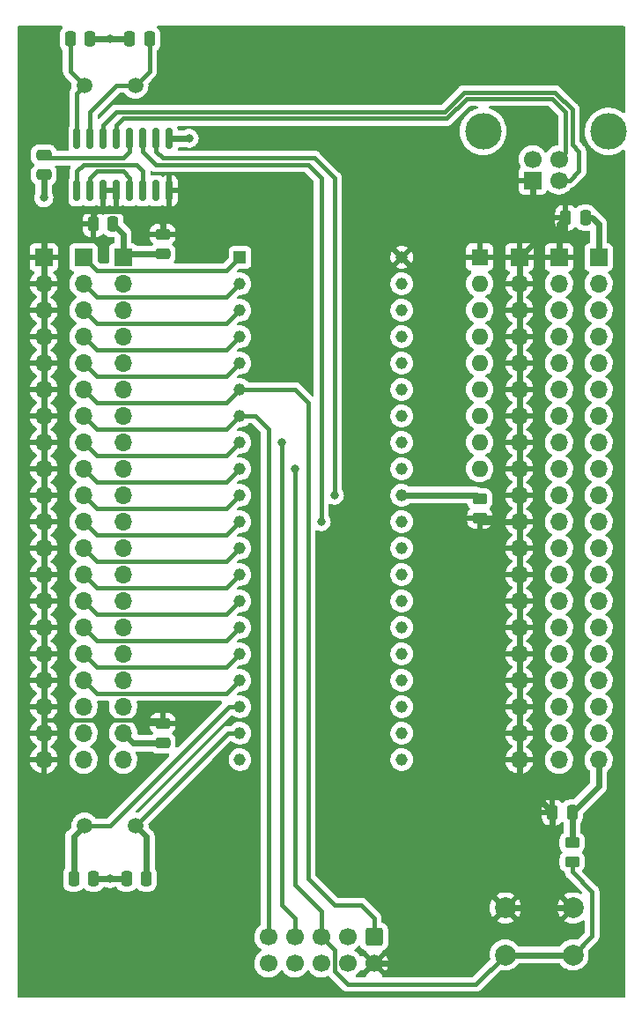
<source format=gtl>
G04 #@! TF.GenerationSoftware,KiCad,Pcbnew,(6.0.10)*
G04 #@! TF.CreationDate,2023-01-04T16:14:11-06:00*
G04 #@! TF.ProjectId,AT89S52_dev_board,41543839-5335-4325-9f64-65765f626f61,rev?*
G04 #@! TF.SameCoordinates,Original*
G04 #@! TF.FileFunction,Copper,L1,Top*
G04 #@! TF.FilePolarity,Positive*
%FSLAX46Y46*%
G04 Gerber Fmt 4.6, Leading zero omitted, Abs format (unit mm)*
G04 Created by KiCad (PCBNEW (6.0.10)) date 2023-01-04 16:14:11*
%MOMM*%
%LPD*%
G01*
G04 APERTURE LIST*
G04 Aperture macros list*
%AMRoundRect*
0 Rectangle with rounded corners*
0 $1 Rounding radius*
0 $2 $3 $4 $5 $6 $7 $8 $9 X,Y pos of 4 corners*
0 Add a 4 corners polygon primitive as box body*
4,1,4,$2,$3,$4,$5,$6,$7,$8,$9,$2,$3,0*
0 Add four circle primitives for the rounded corners*
1,1,$1+$1,$2,$3*
1,1,$1+$1,$4,$5*
1,1,$1+$1,$6,$7*
1,1,$1+$1,$8,$9*
0 Add four rect primitives between the rounded corners*
20,1,$1+$1,$2,$3,$4,$5,0*
20,1,$1+$1,$4,$5,$6,$7,0*
20,1,$1+$1,$6,$7,$8,$9,0*
20,1,$1+$1,$8,$9,$2,$3,0*%
G04 Aperture macros list end*
G04 #@! TA.AperFunction,SMDPad,CuDef*
%ADD10RoundRect,0.250000X-0.450000X0.262500X-0.450000X-0.262500X0.450000X-0.262500X0.450000X0.262500X0*%
G04 #@! TD*
G04 #@! TA.AperFunction,ComponentPad*
%ADD11C,2.000000*%
G04 #@! TD*
G04 #@! TA.AperFunction,SMDPad,CuDef*
%ADD12RoundRect,0.250000X0.250000X0.475000X-0.250000X0.475000X-0.250000X-0.475000X0.250000X-0.475000X0*%
G04 #@! TD*
G04 #@! TA.AperFunction,SMDPad,CuDef*
%ADD13RoundRect,0.250000X0.450000X-0.262500X0.450000X0.262500X-0.450000X0.262500X-0.450000X-0.262500X0*%
G04 #@! TD*
G04 #@! TA.AperFunction,ComponentPad*
%ADD14R,1.700000X1.700000*%
G04 #@! TD*
G04 #@! TA.AperFunction,ComponentPad*
%ADD15O,1.700000X1.700000*%
G04 #@! TD*
G04 #@! TA.AperFunction,SMDPad,CuDef*
%ADD16RoundRect,0.250000X-0.250000X-0.475000X0.250000X-0.475000X0.250000X0.475000X-0.250000X0.475000X0*%
G04 #@! TD*
G04 #@! TA.AperFunction,SMDPad,CuDef*
%ADD17RoundRect,0.150000X-0.150000X0.850000X-0.150000X-0.850000X0.150000X-0.850000X0.150000X0.850000X0*%
G04 #@! TD*
G04 #@! TA.AperFunction,SMDPad,CuDef*
%ADD18RoundRect,0.250000X-0.475000X0.250000X-0.475000X-0.250000X0.475000X-0.250000X0.475000X0.250000X0*%
G04 #@! TD*
G04 #@! TA.AperFunction,ComponentPad*
%ADD19C,1.500000*%
G04 #@! TD*
G04 #@! TA.AperFunction,ComponentPad*
%ADD20R,1.600000X1.600000*%
G04 #@! TD*
G04 #@! TA.AperFunction,ComponentPad*
%ADD21O,1.600000X1.600000*%
G04 #@! TD*
G04 #@! TA.AperFunction,ComponentPad*
%ADD22RoundRect,0.250000X-0.600000X0.600000X-0.600000X-0.600000X0.600000X-0.600000X0.600000X0.600000X0*%
G04 #@! TD*
G04 #@! TA.AperFunction,ComponentPad*
%ADD23C,1.700000*%
G04 #@! TD*
G04 #@! TA.AperFunction,ComponentPad*
%ADD24C,3.500000*%
G04 #@! TD*
G04 #@! TA.AperFunction,ComponentPad*
%ADD25R,1.159000X1.159000*%
G04 #@! TD*
G04 #@! TA.AperFunction,ComponentPad*
%ADD26C,1.159000*%
G04 #@! TD*
G04 #@! TA.AperFunction,ViaPad*
%ADD27C,0.800000*%
G04 #@! TD*
G04 #@! TA.AperFunction,Conductor*
%ADD28C,0.400000*%
G04 #@! TD*
G04 #@! TA.AperFunction,Conductor*
%ADD29C,0.600000*%
G04 #@! TD*
G04 APERTURE END LIST*
D10*
X182880000Y-137517500D03*
X182880000Y-139342500D03*
D11*
X182955000Y-143800000D03*
X176455000Y-143800000D03*
X182955000Y-148300000D03*
X176455000Y-148300000D03*
D12*
X136840000Y-140970000D03*
X134940000Y-140970000D03*
X136525000Y-60325000D03*
X134625000Y-60325000D03*
D13*
X173990000Y-106322500D03*
X173990000Y-104497500D03*
D14*
X135890000Y-81280000D03*
D15*
X135890000Y-83820000D03*
X135890000Y-86360000D03*
X135890000Y-88900000D03*
X135890000Y-91440000D03*
X135890000Y-93980000D03*
X135890000Y-96520000D03*
X135890000Y-99060000D03*
X135890000Y-101600000D03*
X135890000Y-104140000D03*
X135890000Y-106680000D03*
X135890000Y-109220000D03*
X135890000Y-111760000D03*
X135890000Y-114300000D03*
X135890000Y-116840000D03*
X135890000Y-119380000D03*
X135890000Y-121920000D03*
X135890000Y-124460000D03*
X135890000Y-127000000D03*
X135890000Y-129540000D03*
D16*
X136845000Y-78105000D03*
X138745000Y-78105000D03*
D17*
X144145000Y-69890000D03*
X142875000Y-69890000D03*
X141605000Y-69890000D03*
X140335000Y-69890000D03*
X139065000Y-69890000D03*
X137795000Y-69890000D03*
X136525000Y-69890000D03*
X135255000Y-69890000D03*
X135255000Y-74890000D03*
X136525000Y-74890000D03*
X137795000Y-74890000D03*
X139065000Y-74890000D03*
X140335000Y-74890000D03*
X141605000Y-74890000D03*
X142875000Y-74890000D03*
X144145000Y-74890000D03*
D14*
X181610000Y-81285000D03*
D15*
X181610000Y-83825000D03*
X181610000Y-86365000D03*
X181610000Y-88905000D03*
X181610000Y-91445000D03*
X181610000Y-93985000D03*
X181610000Y-96525000D03*
X181610000Y-99065000D03*
X181610000Y-101605000D03*
X181610000Y-104145000D03*
X181610000Y-106685000D03*
X181610000Y-109225000D03*
X181610000Y-111765000D03*
X181610000Y-114305000D03*
X181610000Y-116845000D03*
X181610000Y-119385000D03*
X181610000Y-121925000D03*
X181610000Y-124465000D03*
X181610000Y-127005000D03*
X181610000Y-129545000D03*
D12*
X141920000Y-140970000D03*
X140020000Y-140970000D03*
D16*
X182250000Y-77470000D03*
X184150000Y-77470000D03*
D18*
X143510000Y-79060000D03*
X143510000Y-80960000D03*
X132080000Y-71440000D03*
X132080000Y-73340000D03*
D19*
X140880000Y-64770000D03*
X136000000Y-64770000D03*
D20*
X173990000Y-81265000D03*
D21*
X173990000Y-83805000D03*
X173990000Y-86345000D03*
X173990000Y-88885000D03*
X173990000Y-91425000D03*
X173990000Y-93965000D03*
X173990000Y-96505000D03*
X173990000Y-99045000D03*
X173990000Y-101585000D03*
D18*
X143510000Y-126050000D03*
X143510000Y-127950000D03*
D14*
X139700000Y-81280000D03*
D15*
X139700000Y-83820000D03*
X139700000Y-86360000D03*
X139700000Y-88900000D03*
X139700000Y-91440000D03*
X139700000Y-93980000D03*
X139700000Y-96520000D03*
X139700000Y-99060000D03*
X139700000Y-101600000D03*
X139700000Y-104140000D03*
X139700000Y-106680000D03*
X139700000Y-109220000D03*
X139700000Y-111760000D03*
X139700000Y-114300000D03*
X139700000Y-116840000D03*
X139700000Y-119380000D03*
X139700000Y-121920000D03*
X139700000Y-124460000D03*
X139700000Y-127000000D03*
X139700000Y-129540000D03*
D22*
X163830000Y-146567500D03*
D23*
X163830000Y-149107500D03*
X161290000Y-146567500D03*
X161290000Y-149107500D03*
X158750000Y-146567500D03*
X158750000Y-149107500D03*
X156210000Y-146567500D03*
X156210000Y-149107500D03*
X153670000Y-146567500D03*
X153670000Y-149107500D03*
D14*
X132080000Y-81280000D03*
D15*
X132080000Y-83820000D03*
X132080000Y-86360000D03*
X132080000Y-88900000D03*
X132080000Y-91440000D03*
X132080000Y-93980000D03*
X132080000Y-96520000D03*
X132080000Y-99060000D03*
X132080000Y-101600000D03*
X132080000Y-104140000D03*
X132080000Y-106680000D03*
X132080000Y-109220000D03*
X132080000Y-111760000D03*
X132080000Y-114300000D03*
X132080000Y-116840000D03*
X132080000Y-119380000D03*
X132080000Y-121920000D03*
X132080000Y-124460000D03*
X132080000Y-127000000D03*
X132080000Y-129540000D03*
D14*
X185420000Y-81285000D03*
D15*
X185420000Y-83825000D03*
X185420000Y-86365000D03*
X185420000Y-88905000D03*
X185420000Y-91445000D03*
X185420000Y-93985000D03*
X185420000Y-96525000D03*
X185420000Y-99065000D03*
X185420000Y-101605000D03*
X185420000Y-104145000D03*
X185420000Y-106685000D03*
X185420000Y-109225000D03*
X185420000Y-111765000D03*
X185420000Y-114305000D03*
X185420000Y-116845000D03*
X185420000Y-119385000D03*
X185420000Y-121925000D03*
X185420000Y-124465000D03*
X185420000Y-127005000D03*
X185420000Y-129545000D03*
D16*
X180980000Y-134620000D03*
X182880000Y-134620000D03*
D14*
X179090000Y-73887500D03*
D23*
X181590000Y-73887500D03*
X181590000Y-71887500D03*
X179090000Y-71887500D03*
D24*
X186360000Y-69177500D03*
X174320000Y-69177500D03*
D14*
X177800000Y-81285000D03*
D15*
X177800000Y-83825000D03*
X177800000Y-86365000D03*
X177800000Y-88905000D03*
X177800000Y-91445000D03*
X177800000Y-93985000D03*
X177800000Y-96525000D03*
X177800000Y-99065000D03*
X177800000Y-101605000D03*
X177800000Y-104145000D03*
X177800000Y-106685000D03*
X177800000Y-109225000D03*
X177800000Y-111765000D03*
X177800000Y-114305000D03*
X177800000Y-116845000D03*
X177800000Y-119385000D03*
X177800000Y-121925000D03*
X177800000Y-124465000D03*
X177800000Y-127005000D03*
X177800000Y-129545000D03*
D19*
X140880000Y-135890000D03*
X136000000Y-135890000D03*
D25*
X150933000Y-81280000D03*
D26*
X150933000Y-83820000D03*
X150933000Y-86360000D03*
X150933000Y-88900000D03*
X150933000Y-91440000D03*
X150933000Y-93980000D03*
X150933000Y-96520000D03*
X150933000Y-99060000D03*
X150933000Y-101600000D03*
X150933000Y-104140000D03*
X150933000Y-106680000D03*
X150933000Y-109220000D03*
X150933000Y-111760000D03*
X150933000Y-114300000D03*
X150933000Y-116840000D03*
X150933000Y-119380000D03*
X150933000Y-121920000D03*
X150933000Y-124460000D03*
X150933000Y-127000000D03*
X150933000Y-129540000D03*
X166491000Y-129540000D03*
X166491000Y-127000000D03*
X166491000Y-124460000D03*
X166491000Y-121920000D03*
X166491000Y-119380000D03*
X166491000Y-116840000D03*
X166491000Y-114300000D03*
X166491000Y-111760000D03*
X166491000Y-109220000D03*
X166491000Y-106680000D03*
X166491000Y-104140000D03*
X166491000Y-101600000D03*
X166491000Y-99060000D03*
X166491000Y-96520000D03*
X166491000Y-93980000D03*
X166491000Y-91440000D03*
X166491000Y-88900000D03*
X166491000Y-86360000D03*
X166491000Y-83820000D03*
X166491000Y-81280000D03*
D12*
X142240000Y-60325000D03*
X140340000Y-60325000D03*
D27*
X138430000Y-60325000D03*
X138430000Y-140970000D03*
X132080000Y-75565000D03*
X146050000Y-69850000D03*
X156210000Y-101600000D03*
X154940000Y-99060000D03*
X158750000Y-106680000D03*
X160020000Y-104140000D03*
D28*
X137160000Y-82550000D02*
X149663000Y-82550000D01*
X149663000Y-82550000D02*
X150933000Y-81280000D01*
X135890000Y-81280000D02*
X137160000Y-82550000D01*
X149663000Y-85090000D02*
X150933000Y-83820000D01*
X135890000Y-83820000D02*
X137160000Y-85090000D01*
X137160000Y-85090000D02*
X149663000Y-85090000D01*
X135890000Y-86360000D02*
X137160000Y-87630000D01*
X137160000Y-87630000D02*
X149663000Y-87630000D01*
X149663000Y-87630000D02*
X150933000Y-86360000D01*
X135890000Y-88900000D02*
X137160000Y-90170000D01*
X149663000Y-90170000D02*
X150933000Y-88900000D01*
X137160000Y-90170000D02*
X149663000Y-90170000D01*
X135890000Y-91440000D02*
X137160000Y-92710000D01*
X149663000Y-92710000D02*
X150933000Y-91440000D01*
X137160000Y-92710000D02*
X149663000Y-92710000D01*
X137160000Y-110490000D02*
X149663000Y-110490000D01*
X149663000Y-110490000D02*
X150933000Y-109220000D01*
X135890000Y-109220000D02*
X137160000Y-110490000D01*
X149663000Y-113030000D02*
X150933000Y-111760000D01*
X137160000Y-113030000D02*
X149663000Y-113030000D01*
X135890000Y-111760000D02*
X137160000Y-113030000D01*
X149663000Y-115570000D02*
X150933000Y-114300000D01*
X137160000Y-115570000D02*
X149663000Y-115570000D01*
X135890000Y-114300000D02*
X137160000Y-115570000D01*
X149663000Y-118110000D02*
X150933000Y-116840000D01*
X137160000Y-118110000D02*
X149663000Y-118110000D01*
X135890000Y-116840000D02*
X137160000Y-118110000D01*
X137160000Y-120650000D02*
X149663000Y-120650000D01*
X135890000Y-119380000D02*
X137160000Y-120650000D01*
X149663000Y-120650000D02*
X150933000Y-119380000D01*
X135890000Y-121920000D02*
X137160000Y-123190000D01*
X137160000Y-123190000D02*
X149663000Y-123190000D01*
X149663000Y-123190000D02*
X150933000Y-121920000D01*
D29*
X173990000Y-104497500D02*
X173632500Y-104140000D01*
X173632500Y-104140000D02*
X166491000Y-104140000D01*
X177800000Y-111765000D02*
X177800000Y-114305000D01*
X163830000Y-149107500D02*
X171147500Y-149107500D01*
D28*
X143510000Y-126050000D02*
X143190000Y-125730000D01*
D29*
X132080000Y-106680000D02*
X132080000Y-109220000D01*
X132080000Y-81280000D02*
X132080000Y-79375000D01*
X132080000Y-121920000D02*
X132080000Y-124460000D01*
D28*
X143190000Y-125730000D02*
X132080000Y-125730000D01*
D29*
X174352500Y-106685000D02*
X173990000Y-106322500D01*
X180980000Y-134620000D02*
X180980000Y-143450000D01*
X132080000Y-104140000D02*
X132080000Y-106680000D01*
X177800000Y-88905000D02*
X177800000Y-91445000D01*
X132080000Y-81280000D02*
X132080000Y-83820000D01*
X182250000Y-77470000D02*
X182245000Y-77470000D01*
X177800000Y-106685000D02*
X174352500Y-106685000D01*
X177800000Y-81285000D02*
X177800000Y-83825000D01*
X176455000Y-143800000D02*
X180630000Y-143800000D01*
X132080000Y-109220000D02*
X132080000Y-111760000D01*
X177800000Y-121925000D02*
X177800000Y-124465000D01*
D28*
X137795000Y-74890000D02*
X137795000Y-76835000D01*
D29*
X177800000Y-93985000D02*
X177800000Y-96525000D01*
X132080000Y-88900000D02*
X132080000Y-86360000D01*
X177800000Y-106685000D02*
X177800000Y-109225000D01*
X179090000Y-79995000D02*
X177800000Y-81285000D01*
X132080000Y-116840000D02*
X132080000Y-119380000D01*
X137795000Y-76835000D02*
X139065000Y-76835000D01*
X143510000Y-78105000D02*
X143510000Y-79060000D01*
X177800000Y-111765000D02*
X177800000Y-109225000D01*
X171147500Y-149107500D02*
X176455000Y-143800000D01*
X180980000Y-143450000D02*
X180630000Y-143800000D01*
X177800000Y-116845000D02*
X177800000Y-114305000D01*
X177800000Y-124465000D02*
X177800000Y-127005000D01*
X132080000Y-125730000D02*
X132080000Y-124460000D01*
X132080000Y-96520000D02*
X132080000Y-99060000D01*
X177800000Y-104145000D02*
X177800000Y-101605000D01*
X177800000Y-99065000D02*
X177800000Y-101605000D01*
X132080000Y-96520000D02*
X132080000Y-93980000D01*
D28*
X139065000Y-74890000D02*
X139065000Y-76835000D01*
D29*
X132080000Y-93980000D02*
X132080000Y-91440000D01*
X132080000Y-116840000D02*
X132080000Y-114300000D01*
X136845000Y-78105000D02*
X136845000Y-77150000D01*
X180630000Y-143800000D02*
X182955000Y-143800000D01*
X177800000Y-129545000D02*
X177800000Y-131440000D01*
X132080000Y-121920000D02*
X132080000Y-119380000D01*
X177800000Y-119385000D02*
X177800000Y-121925000D01*
D28*
X144145000Y-74890000D02*
X144145000Y-77470000D01*
D29*
X177800000Y-131440000D02*
X180980000Y-134620000D01*
X177800000Y-116845000D02*
X177800000Y-119385000D01*
X134620000Y-76835000D02*
X137160000Y-76835000D01*
X132080000Y-99060000D02*
X132080000Y-101600000D01*
X177800000Y-93985000D02*
X177800000Y-91445000D01*
X132080000Y-127000000D02*
X132080000Y-129540000D01*
X182245000Y-77470000D02*
X181610000Y-78105000D01*
X181610000Y-78105000D02*
X181610000Y-81285000D01*
X177800000Y-104145000D02*
X177800000Y-106685000D01*
X132080000Y-111760000D02*
X132080000Y-114300000D01*
X142240000Y-76835000D02*
X143510000Y-78105000D01*
X179090000Y-73887500D02*
X179090000Y-79995000D01*
X136845000Y-77150000D02*
X137160000Y-76835000D01*
X132080000Y-86360000D02*
X132080000Y-83820000D01*
X132080000Y-79375000D02*
X134620000Y-76835000D01*
X177800000Y-99065000D02*
X177800000Y-96525000D01*
X177800000Y-129545000D02*
X177800000Y-127005000D01*
X132080000Y-88900000D02*
X132080000Y-91440000D01*
X177800000Y-83825000D02*
X177800000Y-86365000D01*
X177800000Y-86365000D02*
X177800000Y-88905000D01*
X137160000Y-76835000D02*
X137795000Y-76835000D01*
X132080000Y-101600000D02*
X132080000Y-104140000D01*
X139065000Y-76835000D02*
X142240000Y-76835000D01*
D28*
X144145000Y-77470000D02*
X143510000Y-78105000D01*
D29*
X132080000Y-127000000D02*
X132080000Y-125730000D01*
X182880000Y-134620000D02*
X182880000Y-137517500D01*
X143510000Y-80960000D02*
X140020000Y-80960000D01*
X139700000Y-81280000D02*
X139700000Y-79060000D01*
X136525000Y-60325000D02*
X138430000Y-60325000D01*
X138430000Y-60325000D02*
X140340000Y-60325000D01*
X136840000Y-140970000D02*
X138430000Y-140970000D01*
X139700000Y-79060000D02*
X138745000Y-78105000D01*
X185420000Y-132080000D02*
X185420000Y-129545000D01*
X184150000Y-77470000D02*
X184785000Y-77470000D01*
X146010000Y-69890000D02*
X146050000Y-69850000D01*
X182880000Y-134620000D02*
X185420000Y-132080000D01*
X144145000Y-69890000D02*
X146010000Y-69890000D01*
X143510000Y-127950000D02*
X140650000Y-127950000D01*
X140020000Y-80960000D02*
X139700000Y-81280000D01*
X140650000Y-127950000D02*
X139700000Y-127000000D01*
X185420000Y-78105000D02*
X185420000Y-81285000D01*
X138430000Y-140970000D02*
X140020000Y-140970000D01*
X132080000Y-73340000D02*
X132080000Y-75565000D01*
X184785000Y-77470000D02*
X185420000Y-78105000D01*
D28*
X162560000Y-143510000D02*
X163830000Y-144780000D01*
X149663000Y-95250000D02*
X150933000Y-93980000D01*
X160020000Y-143510000D02*
X162560000Y-143510000D01*
X157480000Y-95250000D02*
X157480000Y-140970000D01*
X150933000Y-93980000D02*
X156210000Y-93980000D01*
X137160000Y-95250000D02*
X149663000Y-95250000D01*
X163830000Y-144780000D02*
X163830000Y-146567500D01*
X156210000Y-93980000D02*
X157480000Y-95250000D01*
X157480000Y-140970000D02*
X160020000Y-143510000D01*
X135890000Y-93980000D02*
X137160000Y-95250000D01*
X137160000Y-102870000D02*
X149663000Y-102870000D01*
X161290000Y-151130000D02*
X173625000Y-151130000D01*
X158750000Y-144145000D02*
X156210000Y-141605000D01*
X173625000Y-151130000D02*
X176455000Y-148300000D01*
X160040489Y-147857989D02*
X160040489Y-149880489D01*
X158750000Y-146567500D02*
X158750000Y-144145000D01*
X160040489Y-149880489D02*
X161290000Y-151130000D01*
X182880000Y-140335000D02*
X184785000Y-142240000D01*
X156210000Y-141605000D02*
X156210000Y-101600000D01*
X182880000Y-139342500D02*
X182880000Y-140335000D01*
X149663000Y-102870000D02*
X150933000Y-101600000D01*
X135890000Y-101600000D02*
X137160000Y-102870000D01*
X184785000Y-146470000D02*
X182955000Y-148300000D01*
D29*
X182955000Y-148300000D02*
X176455000Y-148300000D01*
D28*
X184785000Y-142240000D02*
X184785000Y-146470000D01*
X158750000Y-146567500D02*
X160040489Y-147857989D01*
X149663000Y-97790000D02*
X150933000Y-96520000D01*
X135890000Y-96520000D02*
X137160000Y-97790000D01*
X153670000Y-146567500D02*
X153670000Y-97790000D01*
X137160000Y-97790000D02*
X149663000Y-97790000D01*
X153670000Y-97790000D02*
X152400000Y-96520000D01*
X152400000Y-96520000D02*
X150933000Y-96520000D01*
D29*
X141920000Y-140970000D02*
X141920000Y-136930000D01*
D28*
X150933000Y-127000000D02*
X149770000Y-127000000D01*
D29*
X141920000Y-136930000D02*
X140880000Y-135890000D01*
D28*
X149770000Y-127000000D02*
X140880000Y-135890000D01*
X138430000Y-135890000D02*
X136000000Y-135890000D01*
X150933000Y-124460000D02*
X149860000Y-124460000D01*
D29*
X134940000Y-140970000D02*
X134940000Y-136950000D01*
D28*
X149860000Y-124460000D02*
X138430000Y-135890000D01*
D29*
X134940000Y-136950000D02*
X136000000Y-135890000D01*
D28*
X156210000Y-144780000D02*
X154940000Y-143510000D01*
X149663000Y-100330000D02*
X150933000Y-99060000D01*
X135890000Y-99060000D02*
X137160000Y-100330000D01*
X154940000Y-142875000D02*
X154940000Y-99060000D01*
X156210000Y-146567500D02*
X156210000Y-144780000D01*
X154940000Y-143510000D02*
X154940000Y-142875000D01*
X137160000Y-100330000D02*
X149663000Y-100330000D01*
X136525000Y-69890000D02*
X136525000Y-67310000D01*
X136525000Y-67310000D02*
X139065000Y-64770000D01*
X139065000Y-64770000D02*
X140880000Y-64770000D01*
X142240000Y-63410000D02*
X140880000Y-64770000D01*
X142240000Y-60325000D02*
X142240000Y-63410000D01*
X134625000Y-60325000D02*
X134625000Y-63395000D01*
X134625000Y-63395000D02*
X136000000Y-64770000D01*
X135255000Y-69890000D02*
X135255000Y-65515000D01*
X135255000Y-65515000D02*
X136000000Y-64770000D01*
X132395000Y-71755000D02*
X132080000Y-71440000D01*
X139700000Y-71755000D02*
X132395000Y-71755000D01*
X140335000Y-71120000D02*
X139700000Y-71755000D01*
X140335000Y-69890000D02*
X140335000Y-71120000D01*
X157480000Y-72390000D02*
X158750000Y-73660000D01*
X158750000Y-74295000D02*
X158750000Y-106680000D01*
X137160000Y-107950000D02*
X149663000Y-107950000D01*
X135890000Y-106680000D02*
X137160000Y-107950000D01*
X149663000Y-107950000D02*
X150933000Y-106680000D01*
X142875000Y-72390000D02*
X157480000Y-72390000D01*
X141605000Y-69890000D02*
X141605000Y-71120000D01*
X141605000Y-71120000D02*
X142875000Y-72390000D01*
X158750000Y-73660000D02*
X158750000Y-74295000D01*
X137160000Y-105410000D02*
X149663000Y-105410000D01*
X143510000Y-71755000D02*
X158115000Y-71755000D01*
X135890000Y-104140000D02*
X137160000Y-105410000D01*
X160020000Y-73660000D02*
X160020000Y-104140000D01*
X142875000Y-69890000D02*
X142875000Y-71120000D01*
X142875000Y-71120000D02*
X143510000Y-71755000D01*
X149663000Y-105410000D02*
X150933000Y-104140000D01*
X158115000Y-71755000D02*
X160020000Y-73660000D01*
X182880000Y-70485000D02*
X183515000Y-71120000D01*
X183515000Y-73025000D02*
X182652500Y-73887500D01*
X172471671Y-65440480D02*
X181223330Y-65440480D01*
X181223330Y-65440480D02*
X182880000Y-67097150D01*
X183515000Y-71120000D02*
X183515000Y-73025000D01*
X137795000Y-69890000D02*
X137795000Y-68580000D01*
X182880000Y-67097150D02*
X182880000Y-70485000D01*
X139065000Y-67310000D02*
X170602150Y-67310000D01*
X137795000Y-68580000D02*
X139065000Y-67310000D01*
X182652500Y-73887500D02*
X181590000Y-73887500D01*
X170602150Y-67310000D02*
X172471671Y-65440480D01*
X139065000Y-69890000D02*
X139065000Y-68580000D01*
X180975000Y-66040000D02*
X182245000Y-67310000D01*
X170815000Y-67945000D02*
X172720000Y-66040000D01*
X182245000Y-67310000D02*
X182245000Y-71232500D01*
X139065000Y-68580000D02*
X139700000Y-67945000D01*
X139700000Y-67945000D02*
X170815000Y-67945000D01*
X182245000Y-71232500D02*
X181590000Y-71887500D01*
X172720000Y-66040000D02*
X180975000Y-66040000D01*
X135255000Y-73025000D02*
X135890000Y-72390000D01*
X140970000Y-72390000D02*
X141605000Y-73025000D01*
X141605000Y-73025000D02*
X141605000Y-74890000D01*
X135255000Y-74890000D02*
X135255000Y-73025000D01*
X135890000Y-72390000D02*
X140970000Y-72390000D01*
X140335000Y-73660000D02*
X140335000Y-74890000D01*
X136525000Y-74890000D02*
X136525000Y-73660000D01*
X136525000Y-73660000D02*
X137160000Y-73025000D01*
X139700000Y-73025000D02*
X140335000Y-73660000D01*
X137160000Y-73025000D02*
X139700000Y-73025000D01*
G04 #@! TA.AperFunction,Conductor*
G36*
X133861136Y-59075002D02*
G01*
X133907629Y-59128658D01*
X133917733Y-59198932D01*
X133888239Y-59263512D01*
X133882188Y-59270018D01*
X133775695Y-59376697D01*
X133771855Y-59382927D01*
X133771854Y-59382928D01*
X133725030Y-59458891D01*
X133682885Y-59527262D01*
X133627203Y-59695139D01*
X133616500Y-59799600D01*
X133616500Y-60850400D01*
X133627474Y-60956166D01*
X133683450Y-61123946D01*
X133776522Y-61274348D01*
X133781704Y-61279521D01*
X133879518Y-61377165D01*
X133913597Y-61439448D01*
X133916500Y-61466338D01*
X133916500Y-63366088D01*
X133916208Y-63374658D01*
X133914984Y-63392620D01*
X133912275Y-63432352D01*
X133913580Y-63439829D01*
X133913580Y-63439830D01*
X133923261Y-63495299D01*
X133924223Y-63501821D01*
X133931898Y-63565242D01*
X133934581Y-63572343D01*
X133935222Y-63574952D01*
X133939685Y-63591262D01*
X133940450Y-63593798D01*
X133941757Y-63601284D01*
X133944811Y-63608241D01*
X133967442Y-63659795D01*
X133969933Y-63665899D01*
X133992513Y-63725656D01*
X133996817Y-63731919D01*
X133998054Y-63734285D01*
X134006299Y-63749097D01*
X134007633Y-63751352D01*
X134010685Y-63758305D01*
X134015304Y-63764324D01*
X134015309Y-63764333D01*
X134049574Y-63808986D01*
X134053453Y-63814324D01*
X134085340Y-63860721D01*
X134085343Y-63860725D01*
X134089643Y-63866981D01*
X134095313Y-63872032D01*
X134095314Y-63872034D01*
X134136170Y-63908435D01*
X134141446Y-63913416D01*
X134716171Y-64488141D01*
X134750197Y-64550453D01*
X134752597Y-64588214D01*
X134736693Y-64770000D01*
X134749011Y-64910790D01*
X134752283Y-64948194D01*
X134738294Y-65017799D01*
X134724612Y-65037437D01*
X134724615Y-65037439D01*
X134720250Y-65043649D01*
X134720247Y-65043653D01*
X134687872Y-65089719D01*
X134683939Y-65095014D01*
X134644524Y-65145282D01*
X134641401Y-65152198D01*
X134640017Y-65154484D01*
X134631643Y-65169165D01*
X134630378Y-65171525D01*
X134626010Y-65177739D01*
X134623250Y-65184818D01*
X134623249Y-65184820D01*
X134602798Y-65237275D01*
X134600247Y-65243344D01*
X134573955Y-65301573D01*
X134572571Y-65309040D01*
X134571770Y-65311595D01*
X134567141Y-65327848D01*
X134566478Y-65330428D01*
X134563718Y-65337509D01*
X134562727Y-65345040D01*
X134562726Y-65345042D01*
X134555379Y-65400852D01*
X134554348Y-65407359D01*
X134542704Y-65470186D01*
X134543141Y-65477766D01*
X134543141Y-65477767D01*
X134546291Y-65532392D01*
X134546500Y-65539646D01*
X134546500Y-68656294D01*
X134528955Y-68720431D01*
X134495855Y-68776399D01*
X134493644Y-68784010D01*
X134493643Y-68784012D01*
X134478472Y-68836231D01*
X134449438Y-68936169D01*
X134448934Y-68942574D01*
X134448933Y-68942579D01*
X134448910Y-68942872D01*
X134446500Y-68973498D01*
X134446500Y-70806502D01*
X134446693Y-70808950D01*
X134446693Y-70808958D01*
X134448933Y-70837411D01*
X134449438Y-70843831D01*
X134451232Y-70850007D01*
X134451233Y-70850011D01*
X134461499Y-70885348D01*
X134461296Y-70956345D01*
X134422741Y-71015961D01*
X134358076Y-71045268D01*
X134340502Y-71046500D01*
X133397542Y-71046500D01*
X133329421Y-71026498D01*
X133282928Y-70972842D01*
X133278018Y-70960376D01*
X133276674Y-70956345D01*
X133246550Y-70866054D01*
X133153478Y-70715652D01*
X133028303Y-70590695D01*
X132996831Y-70571295D01*
X132883968Y-70501725D01*
X132883966Y-70501724D01*
X132877738Y-70497885D01*
X132717254Y-70444655D01*
X132716389Y-70444368D01*
X132716387Y-70444368D01*
X132709861Y-70442203D01*
X132703025Y-70441503D01*
X132703022Y-70441502D01*
X132659969Y-70437091D01*
X132605400Y-70431500D01*
X131554600Y-70431500D01*
X131551354Y-70431837D01*
X131551350Y-70431837D01*
X131455692Y-70441762D01*
X131455688Y-70441763D01*
X131448834Y-70442474D01*
X131442298Y-70444655D01*
X131442296Y-70444655D01*
X131332650Y-70481236D01*
X131281054Y-70498450D01*
X131130652Y-70591522D01*
X131125479Y-70596704D01*
X131089000Y-70633247D01*
X131005695Y-70716697D01*
X131001855Y-70722927D01*
X131001854Y-70722928D01*
X130923519Y-70850011D01*
X130912885Y-70867262D01*
X130903894Y-70894370D01*
X130862327Y-71019692D01*
X130857203Y-71035139D01*
X130856503Y-71041975D01*
X130856502Y-71041978D01*
X130852335Y-71082648D01*
X130846500Y-71139600D01*
X130846500Y-71740400D01*
X130857474Y-71846166D01*
X130859655Y-71852702D01*
X130859655Y-71852704D01*
X130861873Y-71859351D01*
X130913450Y-72013946D01*
X131006522Y-72164348D01*
X131131697Y-72289305D01*
X131135916Y-72291906D01*
X131176417Y-72349030D01*
X131179649Y-72419953D01*
X131144024Y-72481365D01*
X131136470Y-72487922D01*
X131130652Y-72491522D01*
X131005695Y-72616697D01*
X131001855Y-72622927D01*
X131001854Y-72622928D01*
X130921456Y-72753358D01*
X130912885Y-72767262D01*
X130910581Y-72774209D01*
X130862097Y-72920385D01*
X130857203Y-72935139D01*
X130856503Y-72941975D01*
X130856502Y-72941978D01*
X130852385Y-72982158D01*
X130846500Y-73039600D01*
X130846500Y-73640400D01*
X130846837Y-73643646D01*
X130846837Y-73643650D01*
X130856160Y-73733500D01*
X130857474Y-73746166D01*
X130859655Y-73752702D01*
X130859655Y-73752704D01*
X130893515Y-73854195D01*
X130913450Y-73913946D01*
X131006522Y-74064348D01*
X131131697Y-74189305D01*
X131137927Y-74193145D01*
X131137928Y-74193146D01*
X131211616Y-74238568D01*
X131259109Y-74291340D01*
X131271500Y-74345828D01*
X131271500Y-75114603D01*
X131254620Y-75177602D01*
X131245473Y-75193444D01*
X131186458Y-75375072D01*
X131166496Y-75565000D01*
X131186458Y-75754928D01*
X131245473Y-75936556D01*
X131340960Y-76101944D01*
X131345378Y-76106851D01*
X131345379Y-76106852D01*
X131462113Y-76236498D01*
X131468747Y-76243866D01*
X131502643Y-76268493D01*
X131613651Y-76349145D01*
X131623248Y-76356118D01*
X131629276Y-76358802D01*
X131629278Y-76358803D01*
X131791681Y-76431109D01*
X131797712Y-76433794D01*
X131891113Y-76453647D01*
X131978056Y-76472128D01*
X131978061Y-76472128D01*
X131984513Y-76473500D01*
X132175487Y-76473500D01*
X132181939Y-76472128D01*
X132181944Y-76472128D01*
X132268887Y-76453647D01*
X132362288Y-76433794D01*
X132368319Y-76431109D01*
X132530722Y-76358803D01*
X132530724Y-76358802D01*
X132536752Y-76356118D01*
X132546350Y-76349145D01*
X132657357Y-76268493D01*
X132691253Y-76243866D01*
X132697887Y-76236498D01*
X132814621Y-76106852D01*
X132814622Y-76106851D01*
X132819040Y-76101944D01*
X132914527Y-75936556D01*
X132973542Y-75754928D01*
X132993504Y-75565000D01*
X132973542Y-75375072D01*
X132914527Y-75193444D01*
X132905380Y-75177602D01*
X132888500Y-75114603D01*
X132888500Y-74345840D01*
X132908502Y-74277719D01*
X132948197Y-74238696D01*
X133023120Y-74192332D01*
X133029348Y-74188478D01*
X133154305Y-74063303D01*
X133208109Y-73976017D01*
X133243275Y-73918968D01*
X133243276Y-73918966D01*
X133247115Y-73912738D01*
X133289811Y-73784012D01*
X133300632Y-73751389D01*
X133300632Y-73751387D01*
X133302797Y-73744861D01*
X133313500Y-73640400D01*
X133313500Y-73039600D01*
X133313163Y-73036350D01*
X133303238Y-72940692D01*
X133303237Y-72940688D01*
X133302526Y-72933834D01*
X133298396Y-72921453D01*
X133248868Y-72773002D01*
X133246550Y-72766054D01*
X133238694Y-72753358D01*
X133198087Y-72687739D01*
X133178324Y-72655802D01*
X133159486Y-72587351D01*
X133180647Y-72519582D01*
X133235088Y-72474011D01*
X133285468Y-72463500D01*
X134538124Y-72463500D01*
X134606245Y-72483502D01*
X134652738Y-72537158D01*
X134662842Y-72607432D01*
X134646719Y-72652483D01*
X134644524Y-72655282D01*
X134641400Y-72662201D01*
X134640012Y-72664493D01*
X134631643Y-72679165D01*
X134630378Y-72681525D01*
X134626010Y-72687739D01*
X134623250Y-72694818D01*
X134623249Y-72694820D01*
X134602798Y-72747275D01*
X134600247Y-72753344D01*
X134573955Y-72811573D01*
X134572571Y-72819040D01*
X134571770Y-72821595D01*
X134567141Y-72837848D01*
X134566478Y-72840428D01*
X134563718Y-72847509D01*
X134562727Y-72855040D01*
X134562726Y-72855042D01*
X134555379Y-72910852D01*
X134554348Y-72917359D01*
X134542704Y-72980186D01*
X134546082Y-73038755D01*
X134546291Y-73042386D01*
X134546500Y-73049640D01*
X134546500Y-73656294D01*
X134528955Y-73720431D01*
X134495855Y-73776399D01*
X134493644Y-73784010D01*
X134493643Y-73784012D01*
X134478472Y-73836231D01*
X134449438Y-73936169D01*
X134448934Y-73942574D01*
X134448933Y-73942579D01*
X134448076Y-73953471D01*
X134446500Y-73973498D01*
X134446500Y-75806502D01*
X134446693Y-75808950D01*
X134446693Y-75808958D01*
X134448927Y-75837333D01*
X134449438Y-75843831D01*
X134478472Y-75943769D01*
X134493586Y-75995790D01*
X134495855Y-76003601D01*
X134499892Y-76010427D01*
X134576509Y-76139980D01*
X134576511Y-76139983D01*
X134580547Y-76146807D01*
X134698193Y-76264453D01*
X134705016Y-76268488D01*
X134705020Y-76268491D01*
X134812589Y-76332107D01*
X134841399Y-76349145D01*
X134849010Y-76351356D01*
X134849012Y-76351357D01*
X134865400Y-76356118D01*
X135001169Y-76395562D01*
X135007574Y-76396066D01*
X135007579Y-76396067D01*
X135036042Y-76398307D01*
X135036050Y-76398307D01*
X135038498Y-76398500D01*
X135471502Y-76398500D01*
X135473950Y-76398307D01*
X135473958Y-76398307D01*
X135502421Y-76396067D01*
X135502426Y-76396066D01*
X135508831Y-76395562D01*
X135644600Y-76356118D01*
X135660988Y-76351357D01*
X135660990Y-76351356D01*
X135668601Y-76349145D01*
X135811807Y-76264453D01*
X135814489Y-76261771D01*
X135878861Y-76236498D01*
X135948484Y-76250400D01*
X135964312Y-76260572D01*
X135968193Y-76264453D01*
X136111399Y-76349145D01*
X136119010Y-76351356D01*
X136119012Y-76351357D01*
X136135400Y-76356118D01*
X136271169Y-76395562D01*
X136277574Y-76396066D01*
X136277579Y-76396067D01*
X136306042Y-76398307D01*
X136306050Y-76398307D01*
X136308498Y-76398500D01*
X136741502Y-76398500D01*
X136743950Y-76398307D01*
X136743958Y-76398307D01*
X136772421Y-76396067D01*
X136772426Y-76396066D01*
X136778831Y-76395562D01*
X136914600Y-76356118D01*
X136930988Y-76351357D01*
X136930990Y-76351356D01*
X136938601Y-76349145D01*
X137081807Y-76264453D01*
X137084747Y-76261513D01*
X137149271Y-76236179D01*
X137218894Y-76250080D01*
X137237640Y-76262129D01*
X137245323Y-76268089D01*
X137374779Y-76344648D01*
X137389210Y-76350893D01*
X137523605Y-76389939D01*
X137537706Y-76389899D01*
X137541000Y-76382630D01*
X137541000Y-76376878D01*
X138049000Y-76376878D01*
X138052973Y-76390409D01*
X138060871Y-76391544D01*
X138200790Y-76350893D01*
X138215221Y-76344648D01*
X138344678Y-76268088D01*
X138352770Y-76261811D01*
X138418854Y-76235861D01*
X138488477Y-76249759D01*
X138507230Y-76261811D01*
X138515322Y-76268088D01*
X138644779Y-76344648D01*
X138659210Y-76350893D01*
X138793605Y-76389939D01*
X138807706Y-76389899D01*
X138811000Y-76382630D01*
X138811000Y-75162115D01*
X138806525Y-75146876D01*
X138805135Y-75145671D01*
X138797452Y-75144000D01*
X138067115Y-75144000D01*
X138051876Y-75148475D01*
X138050671Y-75149865D01*
X138049000Y-75157548D01*
X138049000Y-76376878D01*
X137541000Y-76376878D01*
X137541000Y-74762000D01*
X137561002Y-74693879D01*
X137614658Y-74647386D01*
X137667000Y-74636000D01*
X139193000Y-74636000D01*
X139261121Y-74656002D01*
X139307614Y-74709658D01*
X139319000Y-74762000D01*
X139319000Y-76376878D01*
X139322973Y-76390409D01*
X139330871Y-76391544D01*
X139470790Y-76350893D01*
X139485221Y-76344648D01*
X139614676Y-76268090D01*
X139622364Y-76262126D01*
X139688449Y-76236179D01*
X139758072Y-76250080D01*
X139774158Y-76260418D01*
X139778193Y-76264453D01*
X139921399Y-76349145D01*
X139929010Y-76351356D01*
X139929012Y-76351357D01*
X139945400Y-76356118D01*
X140081169Y-76395562D01*
X140087574Y-76396066D01*
X140087579Y-76396067D01*
X140116042Y-76398307D01*
X140116050Y-76398307D01*
X140118498Y-76398500D01*
X140551502Y-76398500D01*
X140553950Y-76398307D01*
X140553958Y-76398307D01*
X140582421Y-76396067D01*
X140582426Y-76396066D01*
X140588831Y-76395562D01*
X140724600Y-76356118D01*
X140740988Y-76351357D01*
X140740990Y-76351356D01*
X140748601Y-76349145D01*
X140891807Y-76264453D01*
X140894489Y-76261771D01*
X140958861Y-76236498D01*
X141028484Y-76250400D01*
X141044312Y-76260572D01*
X141048193Y-76264453D01*
X141191399Y-76349145D01*
X141199010Y-76351356D01*
X141199012Y-76351357D01*
X141215400Y-76356118D01*
X141351169Y-76395562D01*
X141357574Y-76396066D01*
X141357579Y-76396067D01*
X141386042Y-76398307D01*
X141386050Y-76398307D01*
X141388498Y-76398500D01*
X141821502Y-76398500D01*
X141823950Y-76398307D01*
X141823958Y-76398307D01*
X141852421Y-76396067D01*
X141852426Y-76396066D01*
X141858831Y-76395562D01*
X141994600Y-76356118D01*
X142010988Y-76351357D01*
X142010990Y-76351356D01*
X142018601Y-76349145D01*
X142161807Y-76264453D01*
X142164489Y-76261771D01*
X142228861Y-76236498D01*
X142298484Y-76250400D01*
X142314312Y-76260572D01*
X142318193Y-76264453D01*
X142461399Y-76349145D01*
X142469010Y-76351356D01*
X142469012Y-76351357D01*
X142485400Y-76356118D01*
X142621169Y-76395562D01*
X142627574Y-76396066D01*
X142627579Y-76396067D01*
X142656042Y-76398307D01*
X142656050Y-76398307D01*
X142658498Y-76398500D01*
X143091502Y-76398500D01*
X143093950Y-76398307D01*
X143093958Y-76398307D01*
X143122421Y-76396067D01*
X143122426Y-76396066D01*
X143128831Y-76395562D01*
X143264600Y-76356118D01*
X143280988Y-76351357D01*
X143280990Y-76351356D01*
X143288601Y-76349145D01*
X143431807Y-76264453D01*
X143434747Y-76261513D01*
X143499271Y-76236179D01*
X143568894Y-76250080D01*
X143587640Y-76262129D01*
X143595323Y-76268089D01*
X143724779Y-76344648D01*
X143739210Y-76350893D01*
X143873605Y-76389939D01*
X143887706Y-76389899D01*
X143891000Y-76382630D01*
X143891000Y-76376878D01*
X144399000Y-76376878D01*
X144402973Y-76390409D01*
X144410871Y-76391544D01*
X144550790Y-76350893D01*
X144565221Y-76344648D01*
X144694678Y-76268089D01*
X144707104Y-76258449D01*
X144813449Y-76152104D01*
X144823089Y-76139678D01*
X144899648Y-76010221D01*
X144905893Y-75995790D01*
X144948269Y-75849935D01*
X144950570Y-75837333D01*
X144952807Y-75808916D01*
X144953000Y-75803986D01*
X144953000Y-75162115D01*
X144948525Y-75146876D01*
X144947135Y-75145671D01*
X144939452Y-75144000D01*
X144417115Y-75144000D01*
X144401876Y-75148475D01*
X144400671Y-75149865D01*
X144399000Y-75157548D01*
X144399000Y-76376878D01*
X143891000Y-76376878D01*
X143891000Y-74617885D01*
X144399000Y-74617885D01*
X144403475Y-74633124D01*
X144404865Y-74634329D01*
X144412548Y-74636000D01*
X144934884Y-74636000D01*
X144950123Y-74631525D01*
X144951328Y-74630135D01*
X144952999Y-74622452D01*
X144952999Y-73976017D01*
X144952805Y-73971080D01*
X144950570Y-73942664D01*
X144948270Y-73930069D01*
X144905893Y-73784210D01*
X144899648Y-73769779D01*
X144823089Y-73640322D01*
X144813449Y-73627896D01*
X144707104Y-73521551D01*
X144694678Y-73511911D01*
X144565221Y-73435352D01*
X144550790Y-73429107D01*
X144416395Y-73390061D01*
X144402294Y-73390101D01*
X144399000Y-73397370D01*
X144399000Y-74617885D01*
X143891000Y-74617885D01*
X143891000Y-73403122D01*
X143887027Y-73389591D01*
X143879129Y-73388456D01*
X143739210Y-73429107D01*
X143724779Y-73435352D01*
X143595324Y-73511910D01*
X143587636Y-73517874D01*
X143521551Y-73543821D01*
X143451928Y-73529920D01*
X143435842Y-73519582D01*
X143431807Y-73515547D01*
X143288601Y-73430855D01*
X143280990Y-73428644D01*
X143280988Y-73428643D01*
X143184771Y-73400690D01*
X143128831Y-73384438D01*
X143122426Y-73383934D01*
X143122421Y-73383933D01*
X143093958Y-73381693D01*
X143093950Y-73381693D01*
X143091502Y-73381500D01*
X142658498Y-73381500D01*
X142656050Y-73381693D01*
X142656042Y-73381693D01*
X142627579Y-73383933D01*
X142627574Y-73383934D01*
X142621169Y-73384438D01*
X142614993Y-73386232D01*
X142614989Y-73386233D01*
X142474652Y-73427004D01*
X142403656Y-73426801D01*
X142344040Y-73388247D01*
X142314732Y-73323582D01*
X142313500Y-73306007D01*
X142313500Y-73106876D01*
X142333502Y-73038755D01*
X142387158Y-72992262D01*
X142457432Y-72982158D01*
X142502483Y-72998281D01*
X142505282Y-73000476D01*
X142512201Y-73003600D01*
X142514493Y-73004988D01*
X142529165Y-73013357D01*
X142531525Y-73014622D01*
X142537739Y-73018990D01*
X142544818Y-73021750D01*
X142544820Y-73021751D01*
X142597275Y-73042202D01*
X142603344Y-73044753D01*
X142661573Y-73071045D01*
X142669046Y-73072430D01*
X142671612Y-73073234D01*
X142687835Y-73077855D01*
X142690427Y-73078520D01*
X142697509Y-73081282D01*
X142705044Y-73082274D01*
X142760861Y-73089622D01*
X142767377Y-73090654D01*
X142805770Y-73097770D01*
X142830186Y-73102295D01*
X142837766Y-73101858D01*
X142837767Y-73101858D01*
X142892380Y-73098709D01*
X142899633Y-73098500D01*
X157134339Y-73098500D01*
X157202460Y-73118502D01*
X157223435Y-73135405D01*
X158004596Y-73916567D01*
X158038621Y-73978879D01*
X158041500Y-74005662D01*
X158041500Y-94505340D01*
X158021498Y-94573461D01*
X157967842Y-94619954D01*
X157897568Y-94630058D01*
X157832988Y-94600564D01*
X157826405Y-94594435D01*
X156731450Y-93499480D01*
X156725596Y-93493215D01*
X156703846Y-93468283D01*
X156687561Y-93449615D01*
X156635280Y-93412871D01*
X156629986Y-93408939D01*
X156585693Y-93374209D01*
X156579718Y-93369524D01*
X156572802Y-93366401D01*
X156570516Y-93365017D01*
X156555835Y-93356643D01*
X156553475Y-93355378D01*
X156547261Y-93351010D01*
X156540182Y-93348250D01*
X156540180Y-93348249D01*
X156487725Y-93327798D01*
X156481656Y-93325247D01*
X156423427Y-93298955D01*
X156415960Y-93297571D01*
X156413405Y-93296770D01*
X156397152Y-93292141D01*
X156394572Y-93291478D01*
X156387491Y-93288718D01*
X156379960Y-93287727D01*
X156379958Y-93287726D01*
X156347180Y-93283411D01*
X156324139Y-93280378D01*
X156317641Y-93279348D01*
X156254814Y-93267704D01*
X156247234Y-93268141D01*
X156247233Y-93268141D01*
X156192608Y-93271291D01*
X156185354Y-93271500D01*
X151818805Y-93271500D01*
X151750684Y-93251498D01*
X151733276Y-93238025D01*
X151722282Y-93227862D01*
X151598170Y-93113134D01*
X151577083Y-93099829D01*
X151433938Y-93009511D01*
X151429058Y-93006432D01*
X151243332Y-92932335D01*
X151237672Y-92931209D01*
X151237668Y-92931208D01*
X151052882Y-92894452D01*
X151052877Y-92894452D01*
X151047214Y-92893325D01*
X151041439Y-92893249D01*
X151041435Y-92893249D01*
X150943368Y-92891965D01*
X150847271Y-92890707D01*
X150799819Y-92898861D01*
X150729296Y-92890685D01*
X150674388Y-92845678D01*
X150652528Y-92778130D01*
X150670658Y-92709488D01*
X150689386Y-92685586D01*
X150810370Y-92564602D01*
X150872682Y-92530576D01*
X150904412Y-92527794D01*
X150929490Y-92528779D01*
X150990185Y-92531164D01*
X151106518Y-92514297D01*
X151182355Y-92503301D01*
X151182359Y-92503300D01*
X151188077Y-92502471D01*
X151193549Y-92500613D01*
X151193551Y-92500613D01*
X151371961Y-92440050D01*
X151371963Y-92440049D01*
X151377425Y-92438195D01*
X151551890Y-92340491D01*
X151705628Y-92212628D01*
X151833491Y-92058890D01*
X151931195Y-91884425D01*
X151933050Y-91878961D01*
X151993613Y-91700551D01*
X151993613Y-91700549D01*
X151995471Y-91695077D01*
X152004973Y-91629547D01*
X152018635Y-91535319D01*
X152024164Y-91497185D01*
X152025661Y-91440000D01*
X152007364Y-91240878D01*
X151953087Y-91048425D01*
X151864647Y-90869086D01*
X151852817Y-90853243D01*
X151748458Y-90713491D01*
X151745005Y-90708867D01*
X151617942Y-90591411D01*
X151602411Y-90577054D01*
X151602409Y-90577052D01*
X151598170Y-90573134D01*
X151577083Y-90559829D01*
X151433938Y-90469511D01*
X151429058Y-90466432D01*
X151243332Y-90392335D01*
X151237672Y-90391209D01*
X151237668Y-90391208D01*
X151052882Y-90354452D01*
X151052877Y-90354452D01*
X151047214Y-90353325D01*
X151041439Y-90353249D01*
X151041435Y-90353249D01*
X150943368Y-90351965D01*
X150847271Y-90350707D01*
X150799819Y-90358861D01*
X150729296Y-90350685D01*
X150674388Y-90305678D01*
X150652528Y-90238130D01*
X150670658Y-90169488D01*
X150689386Y-90145586D01*
X150810370Y-90024602D01*
X150872682Y-89990576D01*
X150904412Y-89987794D01*
X150929490Y-89988779D01*
X150990185Y-89991164D01*
X151106518Y-89974297D01*
X151182355Y-89963301D01*
X151182359Y-89963300D01*
X151188077Y-89962471D01*
X151193549Y-89960613D01*
X151193551Y-89960613D01*
X151371961Y-89900050D01*
X151371963Y-89900049D01*
X151377425Y-89898195D01*
X151551890Y-89800491D01*
X151705628Y-89672628D01*
X151833491Y-89518890D01*
X151931195Y-89344425D01*
X151933050Y-89338961D01*
X151993613Y-89160551D01*
X151993613Y-89160549D01*
X151995471Y-89155077D01*
X152004973Y-89089547D01*
X152018635Y-88995319D01*
X152024164Y-88957185D01*
X152025661Y-88900000D01*
X152007364Y-88700878D01*
X151953087Y-88508425D01*
X151864647Y-88329086D01*
X151852817Y-88313243D01*
X151748458Y-88173491D01*
X151745005Y-88168867D01*
X151617942Y-88051411D01*
X151602411Y-88037054D01*
X151602409Y-88037052D01*
X151598170Y-88033134D01*
X151577083Y-88019829D01*
X151433938Y-87929511D01*
X151429058Y-87926432D01*
X151243332Y-87852335D01*
X151237672Y-87851209D01*
X151237668Y-87851208D01*
X151052882Y-87814452D01*
X151052877Y-87814452D01*
X151047214Y-87813325D01*
X151041439Y-87813249D01*
X151041435Y-87813249D01*
X150943368Y-87811965D01*
X150847271Y-87810707D01*
X150799819Y-87818861D01*
X150729296Y-87810685D01*
X150674388Y-87765678D01*
X150652528Y-87698130D01*
X150670658Y-87629488D01*
X150689386Y-87605586D01*
X150810370Y-87484602D01*
X150872682Y-87450576D01*
X150904412Y-87447794D01*
X150929490Y-87448779D01*
X150990185Y-87451164D01*
X151106518Y-87434297D01*
X151182355Y-87423301D01*
X151182359Y-87423300D01*
X151188077Y-87422471D01*
X151193549Y-87420613D01*
X151193551Y-87420613D01*
X151371961Y-87360050D01*
X151371963Y-87360049D01*
X151377425Y-87358195D01*
X151551890Y-87260491D01*
X151705628Y-87132628D01*
X151833491Y-86978890D01*
X151931195Y-86804425D01*
X151933050Y-86798961D01*
X151993613Y-86620551D01*
X151993613Y-86620549D01*
X151995471Y-86615077D01*
X152004973Y-86549547D01*
X152018635Y-86455319D01*
X152024164Y-86417185D01*
X152025661Y-86360000D01*
X152007364Y-86160878D01*
X151953087Y-85968425D01*
X151864647Y-85789086D01*
X151852817Y-85773243D01*
X151748458Y-85633491D01*
X151745005Y-85628867D01*
X151617942Y-85511411D01*
X151602411Y-85497054D01*
X151602409Y-85497052D01*
X151598170Y-85493134D01*
X151577083Y-85479829D01*
X151433938Y-85389511D01*
X151429058Y-85386432D01*
X151243332Y-85312335D01*
X151237672Y-85311209D01*
X151237668Y-85311208D01*
X151052882Y-85274452D01*
X151052877Y-85274452D01*
X151047214Y-85273325D01*
X151041439Y-85273249D01*
X151041435Y-85273249D01*
X150943368Y-85271965D01*
X150847271Y-85270707D01*
X150799819Y-85278861D01*
X150729296Y-85270685D01*
X150674388Y-85225678D01*
X150652528Y-85158130D01*
X150670658Y-85089488D01*
X150689386Y-85065586D01*
X150810370Y-84944602D01*
X150872682Y-84910576D01*
X150904412Y-84907794D01*
X150929490Y-84908779D01*
X150990185Y-84911164D01*
X151106518Y-84894297D01*
X151182355Y-84883301D01*
X151182359Y-84883300D01*
X151188077Y-84882471D01*
X151193549Y-84880613D01*
X151193551Y-84880613D01*
X151371961Y-84820050D01*
X151371963Y-84820049D01*
X151377425Y-84818195D01*
X151551890Y-84720491D01*
X151705628Y-84592628D01*
X151833491Y-84438890D01*
X151931195Y-84264425D01*
X151933050Y-84258961D01*
X151993613Y-84080551D01*
X151993613Y-84080549D01*
X151995471Y-84075077D01*
X152004973Y-84009547D01*
X152018635Y-83915319D01*
X152024164Y-83877185D01*
X152025661Y-83820000D01*
X152007364Y-83620878D01*
X151953087Y-83428425D01*
X151864647Y-83249086D01*
X151852817Y-83233243D01*
X151748458Y-83093491D01*
X151745005Y-83088867D01*
X151617942Y-82971411D01*
X151602411Y-82957054D01*
X151602409Y-82957052D01*
X151598170Y-82953134D01*
X151577083Y-82939829D01*
X151433938Y-82849511D01*
X151429058Y-82846432D01*
X151243332Y-82772335D01*
X151237672Y-82771209D01*
X151237668Y-82771208D01*
X151052882Y-82734452D01*
X151052877Y-82734452D01*
X151047214Y-82733325D01*
X151041439Y-82733249D01*
X151041435Y-82733249D01*
X150943368Y-82731965D01*
X150847271Y-82730707D01*
X150799819Y-82738861D01*
X150729296Y-82730685D01*
X150674388Y-82685678D01*
X150652528Y-82618130D01*
X150670658Y-82549488D01*
X150689386Y-82525586D01*
X150810067Y-82404905D01*
X150872379Y-82370879D01*
X150899162Y-82368000D01*
X151560634Y-82368000D01*
X151622816Y-82361245D01*
X151759205Y-82310115D01*
X151875761Y-82222761D01*
X151963115Y-82106205D01*
X152014245Y-81969816D01*
X152021000Y-81907634D01*
X152021000Y-80652366D01*
X152014245Y-80590184D01*
X151963115Y-80453795D01*
X151875761Y-80337239D01*
X151759205Y-80249885D01*
X151622816Y-80198755D01*
X151560634Y-80192000D01*
X150305366Y-80192000D01*
X150243184Y-80198755D01*
X150106795Y-80249885D01*
X149990239Y-80337239D01*
X149902885Y-80453795D01*
X149851755Y-80590184D01*
X149845000Y-80652366D01*
X149845000Y-81313840D01*
X149824998Y-81381961D01*
X149808095Y-81402935D01*
X149406435Y-81804595D01*
X149344123Y-81838621D01*
X149317340Y-81841500D01*
X144712473Y-81841500D01*
X144644352Y-81821498D01*
X144597859Y-81767842D01*
X144587755Y-81697568D01*
X144605213Y-81649384D01*
X144673275Y-81538968D01*
X144673276Y-81538966D01*
X144677115Y-81532738D01*
X144706188Y-81445084D01*
X144730632Y-81371389D01*
X144730632Y-81371387D01*
X144732797Y-81364861D01*
X144743500Y-81260400D01*
X144743500Y-80659600D01*
X144743104Y-80655783D01*
X144733238Y-80560692D01*
X144733237Y-80560688D01*
X144732526Y-80553834D01*
X144676550Y-80386054D01*
X144583478Y-80235652D01*
X144458303Y-80110695D01*
X144453765Y-80107898D01*
X144413176Y-80050647D01*
X144409946Y-79979724D01*
X144445572Y-79918313D01*
X144454068Y-79910938D01*
X144464207Y-79902902D01*
X144578739Y-79788171D01*
X144587751Y-79776760D01*
X144672816Y-79638757D01*
X144678963Y-79625576D01*
X144730138Y-79471290D01*
X144733005Y-79457914D01*
X144742672Y-79363562D01*
X144743000Y-79357146D01*
X144743000Y-79332115D01*
X144738525Y-79316876D01*
X144737135Y-79315671D01*
X144729452Y-79314000D01*
X142295116Y-79314000D01*
X142279877Y-79318475D01*
X142278672Y-79319865D01*
X142277001Y-79327548D01*
X142277001Y-79357095D01*
X142277338Y-79363614D01*
X142287257Y-79459206D01*
X142290149Y-79472600D01*
X142341588Y-79626784D01*
X142347761Y-79639962D01*
X142433063Y-79777807D01*
X142442099Y-79789208D01*
X142556828Y-79903738D01*
X142565762Y-79910794D01*
X142606823Y-79968712D01*
X142610053Y-80039635D01*
X142574426Y-80101046D01*
X142566594Y-80107845D01*
X142560652Y-80111522D01*
X142555475Y-80116708D01*
X142549746Y-80121249D01*
X142548420Y-80119576D01*
X142495375Y-80148598D01*
X142468489Y-80151500D01*
X141039813Y-80151500D01*
X140971692Y-80131498D01*
X140938987Y-80101065D01*
X140918643Y-80073920D01*
X140918642Y-80073919D01*
X140913261Y-80066739D01*
X140796705Y-79979385D01*
X140660316Y-79928255D01*
X140633086Y-79925297D01*
X140620892Y-79923972D01*
X140555330Y-79896730D01*
X140514904Y-79838366D01*
X140508500Y-79798709D01*
X140508500Y-79069214D01*
X140508507Y-79067894D01*
X140508793Y-79040574D01*
X140509451Y-78977779D01*
X140500289Y-78935403D01*
X140498230Y-78922832D01*
X140496787Y-78909962D01*
X140493397Y-78879745D01*
X140482367Y-78848070D01*
X140478204Y-78833258D01*
X140472609Y-78807381D01*
X140471119Y-78800490D01*
X140465241Y-78787885D01*
X142277000Y-78787885D01*
X142281475Y-78803124D01*
X142282865Y-78804329D01*
X142290548Y-78806000D01*
X143237885Y-78806000D01*
X143253124Y-78801525D01*
X143254329Y-78800135D01*
X143256000Y-78792452D01*
X143256000Y-78787885D01*
X143764000Y-78787885D01*
X143768475Y-78803124D01*
X143769865Y-78804329D01*
X143777548Y-78806000D01*
X144724884Y-78806000D01*
X144740123Y-78801525D01*
X144741328Y-78800135D01*
X144742999Y-78792452D01*
X144742999Y-78762905D01*
X144742662Y-78756386D01*
X144732743Y-78660794D01*
X144729851Y-78647400D01*
X144678412Y-78493216D01*
X144672239Y-78480038D01*
X144586937Y-78342193D01*
X144577901Y-78330792D01*
X144463171Y-78216261D01*
X144451760Y-78207249D01*
X144313757Y-78122184D01*
X144300576Y-78116037D01*
X144146290Y-78064862D01*
X144132914Y-78061995D01*
X144038562Y-78052328D01*
X144032145Y-78052000D01*
X143782115Y-78052000D01*
X143766876Y-78056475D01*
X143765671Y-78057865D01*
X143764000Y-78065548D01*
X143764000Y-78787885D01*
X143256000Y-78787885D01*
X143256000Y-78070116D01*
X143251525Y-78054877D01*
X143250135Y-78053672D01*
X143242452Y-78052001D01*
X142987905Y-78052001D01*
X142981386Y-78052338D01*
X142885794Y-78062257D01*
X142872400Y-78065149D01*
X142718216Y-78116588D01*
X142705038Y-78122761D01*
X142567193Y-78208063D01*
X142555792Y-78217099D01*
X142441261Y-78331829D01*
X142432249Y-78343240D01*
X142347184Y-78481243D01*
X142341037Y-78494424D01*
X142289862Y-78648710D01*
X142286995Y-78662086D01*
X142277328Y-78756438D01*
X142277000Y-78762855D01*
X142277000Y-78787885D01*
X140465241Y-78787885D01*
X140452792Y-78761187D01*
X140448010Y-78749411D01*
X140433745Y-78708448D01*
X140429296Y-78701328D01*
X140415973Y-78680005D01*
X140408634Y-78666488D01*
X140397441Y-78642486D01*
X140397440Y-78642485D01*
X140394462Y-78636098D01*
X140387479Y-78627095D01*
X140367894Y-78601847D01*
X140360598Y-78591388D01*
X140341358Y-78560596D01*
X140341356Y-78560593D01*
X140337626Y-78554624D01*
X140309024Y-78525821D01*
X140308439Y-78525196D01*
X140307922Y-78524530D01*
X140281932Y-78498540D01*
X140209815Y-78425918D01*
X140208778Y-78425260D01*
X140207549Y-78424157D01*
X139790405Y-78007013D01*
X139756379Y-77944701D01*
X139753500Y-77917918D01*
X139753500Y-77579600D01*
X139752589Y-77570821D01*
X139743238Y-77480692D01*
X139743237Y-77480688D01*
X139742526Y-77473834D01*
X139686550Y-77306054D01*
X139593478Y-77155652D01*
X139468303Y-77030695D01*
X139462072Y-77026854D01*
X139323968Y-76941725D01*
X139323966Y-76941724D01*
X139317738Y-76937885D01*
X139218116Y-76904842D01*
X139156389Y-76884368D01*
X139156387Y-76884368D01*
X139149861Y-76882203D01*
X139143025Y-76881503D01*
X139143022Y-76881502D01*
X139099969Y-76877091D01*
X139045400Y-76871500D01*
X138444600Y-76871500D01*
X138441354Y-76871837D01*
X138441350Y-76871837D01*
X138345692Y-76881762D01*
X138345688Y-76881763D01*
X138338834Y-76882474D01*
X138332298Y-76884655D01*
X138332296Y-76884655D01*
X138271789Y-76904842D01*
X138171054Y-76938450D01*
X138020652Y-77031522D01*
X137895695Y-77156697D01*
X137892898Y-77161235D01*
X137835647Y-77201824D01*
X137764724Y-77205054D01*
X137703313Y-77169428D01*
X137695938Y-77160932D01*
X137687902Y-77150793D01*
X137573171Y-77036261D01*
X137561760Y-77027249D01*
X137423757Y-76942184D01*
X137410576Y-76936037D01*
X137256290Y-76884862D01*
X137242914Y-76881995D01*
X137148562Y-76872328D01*
X137142145Y-76872000D01*
X137117115Y-76872000D01*
X137101876Y-76876475D01*
X137100671Y-76877865D01*
X137099000Y-76885548D01*
X137099000Y-79319884D01*
X137103475Y-79335123D01*
X137104865Y-79336328D01*
X137112548Y-79337999D01*
X137142095Y-79337999D01*
X137148614Y-79337662D01*
X137244206Y-79327743D01*
X137257600Y-79324851D01*
X137411784Y-79273412D01*
X137424962Y-79267239D01*
X137562807Y-79181937D01*
X137574208Y-79172901D01*
X137688738Y-79058172D01*
X137695794Y-79049238D01*
X137753712Y-79008177D01*
X137824635Y-79004947D01*
X137886046Y-79040574D01*
X137892846Y-79048407D01*
X137896522Y-79054348D01*
X138021697Y-79179305D01*
X138027927Y-79183145D01*
X138027928Y-79183146D01*
X138165288Y-79267816D01*
X138172262Y-79272115D01*
X138252005Y-79298564D01*
X138333611Y-79325632D01*
X138333613Y-79325632D01*
X138340139Y-79327797D01*
X138346975Y-79328497D01*
X138346978Y-79328498D01*
X138390031Y-79332909D01*
X138444600Y-79338500D01*
X138765500Y-79338500D01*
X138833621Y-79358502D01*
X138880114Y-79412158D01*
X138891500Y-79464500D01*
X138891500Y-79798709D01*
X138871498Y-79866830D01*
X138817842Y-79913323D01*
X138779108Y-79923972D01*
X138766914Y-79925297D01*
X138739684Y-79928255D01*
X138603295Y-79979385D01*
X138486739Y-80066739D01*
X138399385Y-80183295D01*
X138348255Y-80319684D01*
X138341500Y-80381866D01*
X138341500Y-81715500D01*
X138321498Y-81783621D01*
X138267842Y-81830114D01*
X138215500Y-81841500D01*
X137505660Y-81841500D01*
X137437539Y-81821498D01*
X137416565Y-81804595D01*
X137285405Y-81673435D01*
X137251379Y-81611123D01*
X137248500Y-81584340D01*
X137248500Y-80381866D01*
X137241745Y-80319684D01*
X137190615Y-80183295D01*
X137103261Y-80066739D01*
X136986705Y-79979385D01*
X136850316Y-79928255D01*
X136788134Y-79921500D01*
X134991866Y-79921500D01*
X134929684Y-79928255D01*
X134793295Y-79979385D01*
X134676739Y-80066739D01*
X134589385Y-80183295D01*
X134538255Y-80319684D01*
X134531500Y-80381866D01*
X134531500Y-82178134D01*
X134538255Y-82240316D01*
X134589385Y-82376705D01*
X134676739Y-82493261D01*
X134793295Y-82580615D01*
X134801704Y-82583767D01*
X134801705Y-82583768D01*
X134910451Y-82624535D01*
X134967216Y-82667176D01*
X134991916Y-82733738D01*
X134976709Y-82803087D01*
X134957316Y-82829568D01*
X134830629Y-82962138D01*
X134827715Y-82966410D01*
X134827714Y-82966411D01*
X134809627Y-82992926D01*
X134704743Y-83146680D01*
X134666066Y-83230003D01*
X134613033Y-83344254D01*
X134610688Y-83349305D01*
X134550989Y-83564570D01*
X134527251Y-83786695D01*
X134527548Y-83791848D01*
X134527548Y-83791851D01*
X134533011Y-83886590D01*
X134540110Y-84009715D01*
X134541247Y-84014761D01*
X134541248Y-84014767D01*
X134556733Y-84083475D01*
X134589222Y-84227639D01*
X134673266Y-84434616D01*
X134675965Y-84439020D01*
X134770096Y-84592628D01*
X134789987Y-84625088D01*
X134936250Y-84793938D01*
X135108126Y-84936632D01*
X135178595Y-84977811D01*
X135181445Y-84979476D01*
X135230169Y-85031114D01*
X135243240Y-85100897D01*
X135216509Y-85166669D01*
X135176055Y-85200027D01*
X135163607Y-85206507D01*
X135159474Y-85209610D01*
X135159471Y-85209612D01*
X134989100Y-85337530D01*
X134984965Y-85340635D01*
X134830629Y-85502138D01*
X134827715Y-85506410D01*
X134827714Y-85506411D01*
X134809627Y-85532926D01*
X134704743Y-85686680D01*
X134666066Y-85770003D01*
X134613033Y-85884254D01*
X134610688Y-85889305D01*
X134550989Y-86104570D01*
X134527251Y-86326695D01*
X134527548Y-86331848D01*
X134527548Y-86331851D01*
X134533011Y-86426590D01*
X134540110Y-86549715D01*
X134541247Y-86554761D01*
X134541248Y-86554767D01*
X134556733Y-86623475D01*
X134589222Y-86767639D01*
X134673266Y-86974616D01*
X134675965Y-86979020D01*
X134770096Y-87132628D01*
X134789987Y-87165088D01*
X134936250Y-87333938D01*
X135108126Y-87476632D01*
X135178595Y-87517811D01*
X135181445Y-87519476D01*
X135230169Y-87571114D01*
X135243240Y-87640897D01*
X135216509Y-87706669D01*
X135176055Y-87740027D01*
X135163607Y-87746507D01*
X135159474Y-87749610D01*
X135159471Y-87749612D01*
X134989100Y-87877530D01*
X134984965Y-87880635D01*
X134830629Y-88042138D01*
X134827715Y-88046410D01*
X134827714Y-88046411D01*
X134809627Y-88072926D01*
X134704743Y-88226680D01*
X134666066Y-88310003D01*
X134613033Y-88424254D01*
X134610688Y-88429305D01*
X134550989Y-88644570D01*
X134527251Y-88866695D01*
X134527548Y-88871848D01*
X134527548Y-88871851D01*
X134533011Y-88966590D01*
X134540110Y-89089715D01*
X134541247Y-89094761D01*
X134541248Y-89094767D01*
X134556733Y-89163475D01*
X134589222Y-89307639D01*
X134673266Y-89514616D01*
X134675965Y-89519020D01*
X134770096Y-89672628D01*
X134789987Y-89705088D01*
X134936250Y-89873938D01*
X135108126Y-90016632D01*
X135178595Y-90057811D01*
X135181445Y-90059476D01*
X135230169Y-90111114D01*
X135243240Y-90180897D01*
X135216509Y-90246669D01*
X135176055Y-90280027D01*
X135163607Y-90286507D01*
X135159474Y-90289610D01*
X135159471Y-90289612D01*
X134989100Y-90417530D01*
X134984965Y-90420635D01*
X134830629Y-90582138D01*
X134827715Y-90586410D01*
X134827714Y-90586411D01*
X134809627Y-90612926D01*
X134704743Y-90766680D01*
X134666066Y-90850003D01*
X134613033Y-90964254D01*
X134610688Y-90969305D01*
X134550989Y-91184570D01*
X134527251Y-91406695D01*
X134527548Y-91411848D01*
X134527548Y-91411851D01*
X134533011Y-91506590D01*
X134540110Y-91629715D01*
X134541247Y-91634761D01*
X134541248Y-91634767D01*
X134556733Y-91703475D01*
X134589222Y-91847639D01*
X134673266Y-92054616D01*
X134675965Y-92059020D01*
X134770096Y-92212628D01*
X134789987Y-92245088D01*
X134936250Y-92413938D01*
X135108126Y-92556632D01*
X135178595Y-92597811D01*
X135181445Y-92599476D01*
X135230169Y-92651114D01*
X135243240Y-92720897D01*
X135216509Y-92786669D01*
X135176055Y-92820027D01*
X135163607Y-92826507D01*
X135159474Y-92829610D01*
X135159471Y-92829612D01*
X134989100Y-92957530D01*
X134984965Y-92960635D01*
X134830629Y-93122138D01*
X134827715Y-93126410D01*
X134827714Y-93126411D01*
X134809627Y-93152926D01*
X134704743Y-93306680D01*
X134666066Y-93390003D01*
X134613033Y-93504254D01*
X134610688Y-93509305D01*
X134550989Y-93724570D01*
X134527251Y-93946695D01*
X134527548Y-93951848D01*
X134527548Y-93951851D01*
X134533011Y-94046590D01*
X134540110Y-94169715D01*
X134541247Y-94174761D01*
X134541248Y-94174767D01*
X134556733Y-94243475D01*
X134589222Y-94387639D01*
X134673266Y-94594616D01*
X134675965Y-94599020D01*
X134770096Y-94752628D01*
X134789987Y-94785088D01*
X134936250Y-94953938D01*
X135108126Y-95096632D01*
X135178595Y-95137811D01*
X135181445Y-95139476D01*
X135230169Y-95191114D01*
X135243240Y-95260897D01*
X135216509Y-95326669D01*
X135176055Y-95360027D01*
X135163607Y-95366507D01*
X135159474Y-95369610D01*
X135159471Y-95369612D01*
X134989100Y-95497530D01*
X134984965Y-95500635D01*
X134830629Y-95662138D01*
X134827715Y-95666410D01*
X134827714Y-95666411D01*
X134809627Y-95692926D01*
X134704743Y-95846680D01*
X134666066Y-95930003D01*
X134613033Y-96044254D01*
X134610688Y-96049305D01*
X134550989Y-96264570D01*
X134527251Y-96486695D01*
X134527548Y-96491848D01*
X134527548Y-96491851D01*
X134533011Y-96586590D01*
X134540110Y-96709715D01*
X134541247Y-96714761D01*
X134541248Y-96714767D01*
X134556733Y-96783475D01*
X134589222Y-96927639D01*
X134673266Y-97134616D01*
X134675965Y-97139020D01*
X134782559Y-97312966D01*
X134789987Y-97325088D01*
X134936250Y-97493938D01*
X135108126Y-97636632D01*
X135178595Y-97677811D01*
X135181445Y-97679476D01*
X135230169Y-97731114D01*
X135243240Y-97800897D01*
X135216509Y-97866669D01*
X135176055Y-97900027D01*
X135163607Y-97906507D01*
X135159474Y-97909610D01*
X135159471Y-97909612D01*
X134989100Y-98037530D01*
X134984965Y-98040635D01*
X134961476Y-98065215D01*
X134874871Y-98155842D01*
X134830629Y-98202138D01*
X134827715Y-98206410D01*
X134827714Y-98206411D01*
X134806427Y-98237617D01*
X134704743Y-98386680D01*
X134666066Y-98470003D01*
X134613033Y-98584254D01*
X134610688Y-98589305D01*
X134550989Y-98804570D01*
X134527251Y-99026695D01*
X134527548Y-99031848D01*
X134527548Y-99031851D01*
X134533011Y-99126590D01*
X134540110Y-99249715D01*
X134541247Y-99254761D01*
X134541248Y-99254767D01*
X134556733Y-99323475D01*
X134589222Y-99467639D01*
X134673266Y-99674616D01*
X134675965Y-99679020D01*
X134770096Y-99832628D01*
X134789987Y-99865088D01*
X134936250Y-100033938D01*
X135108126Y-100176632D01*
X135178595Y-100217811D01*
X135181445Y-100219476D01*
X135230169Y-100271114D01*
X135243240Y-100340897D01*
X135216509Y-100406669D01*
X135176055Y-100440027D01*
X135163607Y-100446507D01*
X135159474Y-100449610D01*
X135159471Y-100449612D01*
X134989100Y-100577530D01*
X134984965Y-100580635D01*
X134961476Y-100605215D01*
X134874871Y-100695842D01*
X134830629Y-100742138D01*
X134827715Y-100746410D01*
X134827714Y-100746411D01*
X134806427Y-100777617D01*
X134704743Y-100926680D01*
X134666066Y-101010003D01*
X134613033Y-101124254D01*
X134610688Y-101129305D01*
X134550989Y-101344570D01*
X134527251Y-101566695D01*
X134527548Y-101571848D01*
X134527548Y-101571851D01*
X134533011Y-101666590D01*
X134540110Y-101789715D01*
X134541247Y-101794761D01*
X134541248Y-101794767D01*
X134556733Y-101863475D01*
X134589222Y-102007639D01*
X134673266Y-102214616D01*
X134675965Y-102219020D01*
X134770096Y-102372628D01*
X134789987Y-102405088D01*
X134936250Y-102573938D01*
X135108126Y-102716632D01*
X135122188Y-102724849D01*
X135181445Y-102759476D01*
X135230169Y-102811114D01*
X135243240Y-102880897D01*
X135216509Y-102946669D01*
X135176055Y-102980027D01*
X135163607Y-102986507D01*
X135159474Y-102989610D01*
X135159471Y-102989612D01*
X134989100Y-103117530D01*
X134984965Y-103120635D01*
X134830629Y-103282138D01*
X134827715Y-103286410D01*
X134827714Y-103286411D01*
X134770015Y-103370995D01*
X134704743Y-103466680D01*
X134667588Y-103546725D01*
X134613033Y-103664254D01*
X134610688Y-103669305D01*
X134550989Y-103884570D01*
X134527251Y-104106695D01*
X134527548Y-104111848D01*
X134527548Y-104111851D01*
X134533011Y-104206590D01*
X134540110Y-104329715D01*
X134541247Y-104334761D01*
X134541248Y-104334767D01*
X134556733Y-104403475D01*
X134589222Y-104547639D01*
X134673266Y-104754616D01*
X134675965Y-104759020D01*
X134783072Y-104933803D01*
X134789987Y-104945088D01*
X134936250Y-105113938D01*
X135108126Y-105256632D01*
X135178595Y-105297811D01*
X135181445Y-105299476D01*
X135230169Y-105351114D01*
X135243240Y-105420897D01*
X135216509Y-105486669D01*
X135176055Y-105520027D01*
X135163607Y-105526507D01*
X135159474Y-105529610D01*
X135159471Y-105529612D01*
X134989100Y-105657530D01*
X134984965Y-105660635D01*
X134830629Y-105822138D01*
X134827715Y-105826410D01*
X134827714Y-105826411D01*
X134809627Y-105852926D01*
X134704743Y-106006680D01*
X134666066Y-106090003D01*
X134613033Y-106204254D01*
X134610688Y-106209305D01*
X134550989Y-106424570D01*
X134527251Y-106646695D01*
X134527548Y-106651848D01*
X134527548Y-106651851D01*
X134532993Y-106746290D01*
X134540110Y-106869715D01*
X134541247Y-106874761D01*
X134541248Y-106874767D01*
X134556733Y-106943475D01*
X134589222Y-107087639D01*
X134673266Y-107294616D01*
X134694858Y-107329851D01*
X134783072Y-107473803D01*
X134789987Y-107485088D01*
X134936250Y-107653938D01*
X135108126Y-107796632D01*
X135178595Y-107837811D01*
X135181445Y-107839476D01*
X135230169Y-107891114D01*
X135243240Y-107960897D01*
X135216509Y-108026669D01*
X135176055Y-108060027D01*
X135163607Y-108066507D01*
X135159474Y-108069610D01*
X135159471Y-108069612D01*
X134989100Y-108197530D01*
X134984965Y-108200635D01*
X134830629Y-108362138D01*
X134827715Y-108366410D01*
X134827714Y-108366411D01*
X134809627Y-108392926D01*
X134704743Y-108546680D01*
X134666066Y-108630003D01*
X134613033Y-108744254D01*
X134610688Y-108749305D01*
X134550989Y-108964570D01*
X134527251Y-109186695D01*
X134527548Y-109191848D01*
X134527548Y-109191851D01*
X134533011Y-109286590D01*
X134540110Y-109409715D01*
X134541247Y-109414761D01*
X134541248Y-109414767D01*
X134556733Y-109483475D01*
X134589222Y-109627639D01*
X134673266Y-109834616D01*
X134675965Y-109839020D01*
X134770096Y-109992628D01*
X134789987Y-110025088D01*
X134936250Y-110193938D01*
X135108126Y-110336632D01*
X135178595Y-110377811D01*
X135181445Y-110379476D01*
X135230169Y-110431114D01*
X135243240Y-110500897D01*
X135216509Y-110566669D01*
X135176055Y-110600027D01*
X135163607Y-110606507D01*
X135159474Y-110609610D01*
X135159471Y-110609612D01*
X134989100Y-110737530D01*
X134984965Y-110740635D01*
X134830629Y-110902138D01*
X134827715Y-110906410D01*
X134827714Y-110906411D01*
X134809627Y-110932926D01*
X134704743Y-111086680D01*
X134666066Y-111170003D01*
X134613033Y-111284254D01*
X134610688Y-111289305D01*
X134550989Y-111504570D01*
X134527251Y-111726695D01*
X134527548Y-111731848D01*
X134527548Y-111731851D01*
X134533011Y-111826590D01*
X134540110Y-111949715D01*
X134541247Y-111954761D01*
X134541248Y-111954767D01*
X134556733Y-112023475D01*
X134589222Y-112167639D01*
X134673266Y-112374616D01*
X134675965Y-112379020D01*
X134770096Y-112532628D01*
X134789987Y-112565088D01*
X134936250Y-112733938D01*
X135108126Y-112876632D01*
X135178595Y-112917811D01*
X135181445Y-112919476D01*
X135230169Y-112971114D01*
X135243240Y-113040897D01*
X135216509Y-113106669D01*
X135176055Y-113140027D01*
X135163607Y-113146507D01*
X135159474Y-113149610D01*
X135159471Y-113149612D01*
X134989100Y-113277530D01*
X134984965Y-113280635D01*
X134830629Y-113442138D01*
X134827715Y-113446410D01*
X134827714Y-113446411D01*
X134809627Y-113472926D01*
X134704743Y-113626680D01*
X134666066Y-113710003D01*
X134613033Y-113824254D01*
X134610688Y-113829305D01*
X134550989Y-114044570D01*
X134527251Y-114266695D01*
X134527548Y-114271848D01*
X134527548Y-114271851D01*
X134533011Y-114366590D01*
X134540110Y-114489715D01*
X134541247Y-114494761D01*
X134541248Y-114494767D01*
X134556733Y-114563475D01*
X134589222Y-114707639D01*
X134673266Y-114914616D01*
X134675965Y-114919020D01*
X134770096Y-115072628D01*
X134789987Y-115105088D01*
X134936250Y-115273938D01*
X135108126Y-115416632D01*
X135178595Y-115457811D01*
X135181445Y-115459476D01*
X135230169Y-115511114D01*
X135243240Y-115580897D01*
X135216509Y-115646669D01*
X135176055Y-115680027D01*
X135163607Y-115686507D01*
X135159474Y-115689610D01*
X135159471Y-115689612D01*
X134989100Y-115817530D01*
X134984965Y-115820635D01*
X134830629Y-115982138D01*
X134827715Y-115986410D01*
X134827714Y-115986411D01*
X134809627Y-116012926D01*
X134704743Y-116166680D01*
X134666066Y-116250003D01*
X134613033Y-116364254D01*
X134610688Y-116369305D01*
X134550989Y-116584570D01*
X134527251Y-116806695D01*
X134527548Y-116811848D01*
X134527548Y-116811851D01*
X134533011Y-116906590D01*
X134540110Y-117029715D01*
X134541247Y-117034761D01*
X134541248Y-117034767D01*
X134556733Y-117103475D01*
X134589222Y-117247639D01*
X134673266Y-117454616D01*
X134675965Y-117459020D01*
X134770096Y-117612628D01*
X134789987Y-117645088D01*
X134936250Y-117813938D01*
X135108126Y-117956632D01*
X135178595Y-117997811D01*
X135181445Y-117999476D01*
X135230169Y-118051114D01*
X135243240Y-118120897D01*
X135216509Y-118186669D01*
X135176055Y-118220027D01*
X135163607Y-118226507D01*
X135159474Y-118229610D01*
X135159471Y-118229612D01*
X134989100Y-118357530D01*
X134984965Y-118360635D01*
X134830629Y-118522138D01*
X134827715Y-118526410D01*
X134827714Y-118526411D01*
X134809627Y-118552926D01*
X134704743Y-118706680D01*
X134666066Y-118790003D01*
X134613033Y-118904254D01*
X134610688Y-118909305D01*
X134550989Y-119124570D01*
X134527251Y-119346695D01*
X134527548Y-119351848D01*
X134527548Y-119351851D01*
X134533011Y-119446590D01*
X134540110Y-119569715D01*
X134541247Y-119574761D01*
X134541248Y-119574767D01*
X134556733Y-119643475D01*
X134589222Y-119787639D01*
X134673266Y-119994616D01*
X134675965Y-119999020D01*
X134770096Y-120152628D01*
X134789987Y-120185088D01*
X134936250Y-120353938D01*
X135108126Y-120496632D01*
X135178595Y-120537811D01*
X135181445Y-120539476D01*
X135230169Y-120591114D01*
X135243240Y-120660897D01*
X135216509Y-120726669D01*
X135176055Y-120760027D01*
X135163607Y-120766507D01*
X135159474Y-120769610D01*
X135159471Y-120769612D01*
X134989100Y-120897530D01*
X134984965Y-120900635D01*
X134830629Y-121062138D01*
X134827715Y-121066410D01*
X134827714Y-121066411D01*
X134809627Y-121092926D01*
X134704743Y-121246680D01*
X134666066Y-121330003D01*
X134613033Y-121444254D01*
X134610688Y-121449305D01*
X134550989Y-121664570D01*
X134527251Y-121886695D01*
X134527548Y-121891848D01*
X134527548Y-121891851D01*
X134533011Y-121986590D01*
X134540110Y-122109715D01*
X134541247Y-122114761D01*
X134541248Y-122114767D01*
X134556733Y-122183475D01*
X134589222Y-122327639D01*
X134673266Y-122534616D01*
X134675965Y-122539020D01*
X134770096Y-122692628D01*
X134789987Y-122725088D01*
X134936250Y-122893938D01*
X135108126Y-123036632D01*
X135178595Y-123077811D01*
X135181445Y-123079476D01*
X135230169Y-123131114D01*
X135243240Y-123200897D01*
X135216509Y-123266669D01*
X135176055Y-123300027D01*
X135163607Y-123306507D01*
X135159474Y-123309610D01*
X135159471Y-123309612D01*
X134989100Y-123437530D01*
X134984965Y-123440635D01*
X134830629Y-123602138D01*
X134827715Y-123606410D01*
X134827714Y-123606411D01*
X134809627Y-123632926D01*
X134704743Y-123786680D01*
X134666066Y-123870003D01*
X134613033Y-123984254D01*
X134610688Y-123989305D01*
X134550989Y-124204570D01*
X134527251Y-124426695D01*
X134527548Y-124431848D01*
X134527548Y-124431851D01*
X134533011Y-124526590D01*
X134540110Y-124649715D01*
X134541247Y-124654761D01*
X134541248Y-124654767D01*
X134556733Y-124723475D01*
X134589222Y-124867639D01*
X134629346Y-124966453D01*
X134664081Y-125051995D01*
X134673266Y-125074616D01*
X134696288Y-125112184D01*
X134770096Y-125232628D01*
X134789987Y-125265088D01*
X134936250Y-125433938D01*
X135108126Y-125576632D01*
X135116683Y-125581632D01*
X135181445Y-125619476D01*
X135230169Y-125671114D01*
X135243240Y-125740897D01*
X135216509Y-125806669D01*
X135176055Y-125840027D01*
X135163607Y-125846507D01*
X135159474Y-125849610D01*
X135159471Y-125849612D01*
X134989100Y-125977530D01*
X134984965Y-125980635D01*
X134830629Y-126142138D01*
X134827715Y-126146410D01*
X134827714Y-126146411D01*
X134809838Y-126172617D01*
X134704743Y-126326680D01*
X134658363Y-126426597D01*
X134638071Y-126470314D01*
X134610688Y-126529305D01*
X134550989Y-126744570D01*
X134527251Y-126966695D01*
X134527548Y-126971848D01*
X134527548Y-126971851D01*
X134535489Y-127109576D01*
X134540110Y-127189715D01*
X134541247Y-127194761D01*
X134541248Y-127194767D01*
X134556733Y-127263475D01*
X134589222Y-127407639D01*
X134673266Y-127614616D01*
X134675965Y-127619020D01*
X134770096Y-127772628D01*
X134789987Y-127805088D01*
X134936250Y-127973938D01*
X135108126Y-128116632D01*
X135116683Y-128121632D01*
X135181445Y-128159476D01*
X135230169Y-128211114D01*
X135243240Y-128280897D01*
X135216509Y-128346669D01*
X135176055Y-128380027D01*
X135163607Y-128386507D01*
X135159474Y-128389610D01*
X135159471Y-128389612D01*
X134989100Y-128517530D01*
X134984965Y-128520635D01*
X134830629Y-128682138D01*
X134827715Y-128686410D01*
X134827714Y-128686411D01*
X134809838Y-128712617D01*
X134704743Y-128866680D01*
X134610688Y-129069305D01*
X134550989Y-129284570D01*
X134527251Y-129506695D01*
X134527548Y-129511848D01*
X134527548Y-129511851D01*
X134533011Y-129606590D01*
X134540110Y-129729715D01*
X134541247Y-129734761D01*
X134541248Y-129734767D01*
X134556733Y-129803475D01*
X134589222Y-129947639D01*
X134673266Y-130154616D01*
X134675965Y-130159020D01*
X134770096Y-130312628D01*
X134789987Y-130345088D01*
X134936250Y-130513938D01*
X135108126Y-130656632D01*
X135301000Y-130769338D01*
X135305825Y-130771180D01*
X135305826Y-130771181D01*
X135317736Y-130775729D01*
X135509692Y-130849030D01*
X135514760Y-130850061D01*
X135514763Y-130850062D01*
X135609862Y-130869410D01*
X135728597Y-130893567D01*
X135733772Y-130893757D01*
X135733774Y-130893757D01*
X135946673Y-130901564D01*
X135946677Y-130901564D01*
X135951837Y-130901753D01*
X135956957Y-130901097D01*
X135956959Y-130901097D01*
X136168288Y-130874025D01*
X136168289Y-130874025D01*
X136173416Y-130873368D01*
X136178366Y-130871883D01*
X136382429Y-130810661D01*
X136382434Y-130810659D01*
X136387384Y-130809174D01*
X136587994Y-130710896D01*
X136769860Y-130581173D01*
X136812989Y-130538195D01*
X136854289Y-130497039D01*
X136928096Y-130423489D01*
X136987594Y-130340689D01*
X137055435Y-130246277D01*
X137058453Y-130242077D01*
X137099567Y-130158890D01*
X137155136Y-130046453D01*
X137155137Y-130046451D01*
X137157430Y-130041811D01*
X137222370Y-129828069D01*
X137251529Y-129606590D01*
X137251759Y-129597185D01*
X137253074Y-129543365D01*
X137253074Y-129543361D01*
X137253156Y-129540000D01*
X137234852Y-129317361D01*
X137180431Y-129100702D01*
X137091354Y-128895840D01*
X137015445Y-128778502D01*
X136972822Y-128712617D01*
X136972820Y-128712614D01*
X136970014Y-128708277D01*
X136819670Y-128543051D01*
X136815619Y-128539852D01*
X136815615Y-128539848D01*
X136648414Y-128407800D01*
X136648410Y-128407798D01*
X136644359Y-128404598D01*
X136603053Y-128381796D01*
X136553084Y-128331364D01*
X136538312Y-128261921D01*
X136563428Y-128195516D01*
X136590780Y-128168909D01*
X136657060Y-128121632D01*
X136769860Y-128041173D01*
X136812989Y-127998195D01*
X136854289Y-127957039D01*
X136928096Y-127883489D01*
X136987594Y-127800689D01*
X137055435Y-127706277D01*
X137058453Y-127702077D01*
X137082775Y-127652866D01*
X137155136Y-127506453D01*
X137155137Y-127506451D01*
X137157430Y-127501811D01*
X137222370Y-127288069D01*
X137251529Y-127066590D01*
X137251759Y-127057185D01*
X137253074Y-127003365D01*
X137253074Y-127003360D01*
X137253156Y-127000000D01*
X137234852Y-126777361D01*
X137180431Y-126560702D01*
X137091354Y-126355840D01*
X137019036Y-126244054D01*
X136972822Y-126172617D01*
X136972820Y-126172614D01*
X136970014Y-126168277D01*
X136819670Y-126003051D01*
X136815619Y-125999852D01*
X136815615Y-125999848D01*
X136648414Y-125867800D01*
X136648410Y-125867798D01*
X136644359Y-125864598D01*
X136603053Y-125841796D01*
X136553084Y-125791364D01*
X136538312Y-125721921D01*
X136563428Y-125655516D01*
X136590780Y-125628909D01*
X136657060Y-125581632D01*
X136769860Y-125501173D01*
X136812989Y-125458195D01*
X136854289Y-125417039D01*
X136928096Y-125343489D01*
X136944406Y-125320792D01*
X137055435Y-125166277D01*
X137058453Y-125162077D01*
X137082827Y-125112761D01*
X137155136Y-124966453D01*
X137155137Y-124966451D01*
X137157430Y-124961811D01*
X137222370Y-124748069D01*
X137251529Y-124526590D01*
X137251759Y-124517185D01*
X137253074Y-124463365D01*
X137253074Y-124463361D01*
X137253156Y-124460000D01*
X137234852Y-124237361D01*
X137189095Y-124055195D01*
X137191899Y-123984254D01*
X137232612Y-123926091D01*
X137298307Y-123899172D01*
X137311299Y-123898500D01*
X138280172Y-123898500D01*
X138348293Y-123918502D01*
X138394786Y-123972158D01*
X138404890Y-124042432D01*
X138401589Y-124058172D01*
X138386219Y-124113595D01*
X138360989Y-124204570D01*
X138337251Y-124426695D01*
X138337548Y-124431848D01*
X138337548Y-124431851D01*
X138343011Y-124526590D01*
X138350110Y-124649715D01*
X138351247Y-124654761D01*
X138351248Y-124654767D01*
X138366733Y-124723475D01*
X138399222Y-124867639D01*
X138439346Y-124966453D01*
X138474081Y-125051995D01*
X138483266Y-125074616D01*
X138506288Y-125112184D01*
X138580096Y-125232628D01*
X138599987Y-125265088D01*
X138746250Y-125433938D01*
X138918126Y-125576632D01*
X138926683Y-125581632D01*
X138991445Y-125619476D01*
X139040169Y-125671114D01*
X139053240Y-125740897D01*
X139026509Y-125806669D01*
X138986055Y-125840027D01*
X138973607Y-125846507D01*
X138969474Y-125849610D01*
X138969471Y-125849612D01*
X138799100Y-125977530D01*
X138794965Y-125980635D01*
X138640629Y-126142138D01*
X138637715Y-126146410D01*
X138637714Y-126146411D01*
X138619838Y-126172617D01*
X138514743Y-126326680D01*
X138468363Y-126426597D01*
X138448071Y-126470314D01*
X138420688Y-126529305D01*
X138360989Y-126744570D01*
X138337251Y-126966695D01*
X138337548Y-126971848D01*
X138337548Y-126971851D01*
X138345489Y-127109576D01*
X138350110Y-127189715D01*
X138351247Y-127194761D01*
X138351248Y-127194767D01*
X138366733Y-127263475D01*
X138399222Y-127407639D01*
X138483266Y-127614616D01*
X138485965Y-127619020D01*
X138580096Y-127772628D01*
X138599987Y-127805088D01*
X138746250Y-127973938D01*
X138918126Y-128116632D01*
X138926683Y-128121632D01*
X138991445Y-128159476D01*
X139040169Y-128211114D01*
X139053240Y-128280897D01*
X139026509Y-128346669D01*
X138986055Y-128380027D01*
X138973607Y-128386507D01*
X138969474Y-128389610D01*
X138969471Y-128389612D01*
X138799100Y-128517530D01*
X138794965Y-128520635D01*
X138640629Y-128682138D01*
X138637715Y-128686410D01*
X138637714Y-128686411D01*
X138619838Y-128712617D01*
X138514743Y-128866680D01*
X138420688Y-129069305D01*
X138360989Y-129284570D01*
X138337251Y-129506695D01*
X138337548Y-129511848D01*
X138337548Y-129511851D01*
X138343011Y-129606590D01*
X138350110Y-129729715D01*
X138351247Y-129734761D01*
X138351248Y-129734767D01*
X138366733Y-129803475D01*
X138399222Y-129947639D01*
X138483266Y-130154616D01*
X138485965Y-130159020D01*
X138580096Y-130312628D01*
X138599987Y-130345088D01*
X138746250Y-130513938D01*
X138918126Y-130656632D01*
X139111000Y-130769338D01*
X139115825Y-130771180D01*
X139115826Y-130771181D01*
X139127736Y-130775729D01*
X139319692Y-130849030D01*
X139324760Y-130850061D01*
X139324763Y-130850062D01*
X139419862Y-130869410D01*
X139538597Y-130893567D01*
X139543772Y-130893757D01*
X139543774Y-130893757D01*
X139756673Y-130901564D01*
X139756677Y-130901564D01*
X139761837Y-130901753D01*
X139766957Y-130901097D01*
X139766959Y-130901097D01*
X139978288Y-130874025D01*
X139978289Y-130874025D01*
X139983416Y-130873368D01*
X139988366Y-130871883D01*
X140192429Y-130810661D01*
X140192434Y-130810659D01*
X140197384Y-130809174D01*
X140397994Y-130710896D01*
X140579860Y-130581173D01*
X140622989Y-130538195D01*
X140664289Y-130497039D01*
X140738096Y-130423489D01*
X140797594Y-130340689D01*
X140865435Y-130246277D01*
X140868453Y-130242077D01*
X140909567Y-130158890D01*
X140965136Y-130046453D01*
X140965137Y-130046451D01*
X140967430Y-130041811D01*
X141032370Y-129828069D01*
X141061529Y-129606590D01*
X141061759Y-129597185D01*
X141063074Y-129543365D01*
X141063074Y-129543361D01*
X141063156Y-129540000D01*
X141044852Y-129317361D01*
X140990431Y-129100702D01*
X140918269Y-128934741D01*
X140909449Y-128864296D01*
X140940116Y-128800264D01*
X141000532Y-128762976D01*
X141033819Y-128758500D01*
X142468694Y-128758500D01*
X142536815Y-128778502D01*
X142550702Y-128789683D01*
X142550771Y-128789596D01*
X142556517Y-128794134D01*
X142561697Y-128799305D01*
X142567927Y-128803145D01*
X142567928Y-128803146D01*
X142678616Y-128871375D01*
X142712262Y-128892115D01*
X142792005Y-128918564D01*
X142873611Y-128945632D01*
X142873613Y-128945632D01*
X142880139Y-128947797D01*
X142886975Y-128948497D01*
X142886978Y-128948498D01*
X142930031Y-128952909D01*
X142984600Y-128958500D01*
X144035400Y-128958500D01*
X144043890Y-128957619D01*
X144113710Y-128970483D01*
X144165493Y-129019053D01*
X144182796Y-129087909D01*
X144160126Y-129155189D01*
X144145989Y-129172041D01*
X138173435Y-135144595D01*
X138111123Y-135178621D01*
X138084340Y-135181500D01*
X137105839Y-135181500D01*
X137037718Y-135161498D01*
X137002626Y-135127771D01*
X136970908Y-135082473D01*
X136970906Y-135082470D01*
X136967749Y-135077962D01*
X136812038Y-134922251D01*
X136631654Y-134795944D01*
X136432076Y-134702880D01*
X136219371Y-134645885D01*
X136000000Y-134626693D01*
X135780629Y-134645885D01*
X135567924Y-134702880D01*
X135490548Y-134738961D01*
X135373334Y-134793618D01*
X135373329Y-134793621D01*
X135368347Y-134795944D01*
X135363840Y-134799100D01*
X135363838Y-134799101D01*
X135192473Y-134919092D01*
X135192470Y-134919094D01*
X135187962Y-134922251D01*
X135032251Y-135077962D01*
X135029094Y-135082470D01*
X135029092Y-135082473D01*
X134911886Y-135249861D01*
X134905944Y-135258347D01*
X134903621Y-135263329D01*
X134903618Y-135263334D01*
X134856415Y-135364562D01*
X134812880Y-135457924D01*
X134755885Y-135670629D01*
X134736693Y-135890000D01*
X134737172Y-135895475D01*
X134737172Y-135895477D01*
X134741219Y-135941740D01*
X134727229Y-136011344D01*
X134704793Y-136041815D01*
X134374843Y-136371765D01*
X134373906Y-136372693D01*
X134314778Y-136430596D01*
X134309493Y-136435771D01*
X134286002Y-136472221D01*
X134278583Y-136482546D01*
X134251524Y-136516443D01*
X134248459Y-136522784D01*
X134248458Y-136522785D01*
X134236928Y-136546637D01*
X134229399Y-136560054D01*
X134211235Y-136588238D01*
X134208827Y-136594855D01*
X134208824Y-136594860D01*
X134196408Y-136628973D01*
X134191447Y-136640716D01*
X134175646Y-136673403D01*
X134175644Y-136673408D01*
X134172579Y-136679749D01*
X134170996Y-136686607D01*
X134170995Y-136686609D01*
X134165035Y-136712426D01*
X134160668Y-136727169D01*
X134149197Y-136758685D01*
X134148314Y-136765675D01*
X134148312Y-136765683D01*
X134143762Y-136801701D01*
X134141526Y-136814253D01*
X134131776Y-136856485D01*
X134131751Y-136863531D01*
X134131751Y-136863534D01*
X134131634Y-136897056D01*
X134131605Y-136897938D01*
X134131500Y-136898769D01*
X134131500Y-136935572D01*
X134131143Y-137037870D01*
X134131411Y-137039070D01*
X134131500Y-137040707D01*
X134131500Y-139928694D01*
X134111498Y-139996815D01*
X134100317Y-140010702D01*
X134100404Y-140010771D01*
X134095866Y-140016517D01*
X134090695Y-140021697D01*
X134086855Y-140027927D01*
X134086854Y-140027928D01*
X134040030Y-140103891D01*
X133997885Y-140172262D01*
X133942203Y-140340139D01*
X133931500Y-140444600D01*
X133931500Y-141495400D01*
X133942474Y-141601166D01*
X133998450Y-141768946D01*
X134091522Y-141919348D01*
X134216697Y-142044305D01*
X134222927Y-142048145D01*
X134222928Y-142048146D01*
X134360090Y-142132694D01*
X134367262Y-142137115D01*
X134447005Y-142163564D01*
X134528611Y-142190632D01*
X134528613Y-142190632D01*
X134535139Y-142192797D01*
X134541975Y-142193497D01*
X134541978Y-142193498D01*
X134585031Y-142197909D01*
X134639600Y-142203500D01*
X135240400Y-142203500D01*
X135243646Y-142203163D01*
X135243650Y-142203163D01*
X135339308Y-142193238D01*
X135339312Y-142193237D01*
X135346166Y-142192526D01*
X135352702Y-142190345D01*
X135352704Y-142190345D01*
X135504528Y-142139692D01*
X135513946Y-142136550D01*
X135664348Y-142043478D01*
X135789305Y-141918303D01*
X135791906Y-141914084D01*
X135849030Y-141873583D01*
X135919953Y-141870351D01*
X135981365Y-141905976D01*
X135987922Y-141913530D01*
X135991522Y-141919348D01*
X136116697Y-142044305D01*
X136122927Y-142048145D01*
X136122928Y-142048146D01*
X136260090Y-142132694D01*
X136267262Y-142137115D01*
X136347005Y-142163564D01*
X136428611Y-142190632D01*
X136428613Y-142190632D01*
X136435139Y-142192797D01*
X136441975Y-142193497D01*
X136441978Y-142193498D01*
X136485031Y-142197909D01*
X136539600Y-142203500D01*
X137140400Y-142203500D01*
X137143646Y-142203163D01*
X137143650Y-142203163D01*
X137239308Y-142193238D01*
X137239312Y-142193237D01*
X137246166Y-142192526D01*
X137252702Y-142190345D01*
X137252704Y-142190345D01*
X137404528Y-142139692D01*
X137413946Y-142136550D01*
X137564348Y-142043478D01*
X137689305Y-141918303D01*
X137694828Y-141909344D01*
X137738568Y-141838384D01*
X137791340Y-141790891D01*
X137845828Y-141778500D01*
X137985506Y-141778500D01*
X138036755Y-141789393D01*
X138113112Y-141823389D01*
X138147712Y-141838794D01*
X138241112Y-141858647D01*
X138328056Y-141877128D01*
X138328061Y-141877128D01*
X138334513Y-141878500D01*
X138525487Y-141878500D01*
X138531939Y-141877128D01*
X138531944Y-141877128D01*
X138618888Y-141858647D01*
X138712288Y-141838794D01*
X138746889Y-141823389D01*
X138823245Y-141789393D01*
X138874494Y-141778500D01*
X139014160Y-141778500D01*
X139082281Y-141798502D01*
X139121304Y-141838197D01*
X139171522Y-141919348D01*
X139296697Y-142044305D01*
X139302927Y-142048145D01*
X139302928Y-142048146D01*
X139440090Y-142132694D01*
X139447262Y-142137115D01*
X139527005Y-142163564D01*
X139608611Y-142190632D01*
X139608613Y-142190632D01*
X139615139Y-142192797D01*
X139621975Y-142193497D01*
X139621978Y-142193498D01*
X139665031Y-142197909D01*
X139719600Y-142203500D01*
X140320400Y-142203500D01*
X140323646Y-142203163D01*
X140323650Y-142203163D01*
X140419308Y-142193238D01*
X140419312Y-142193237D01*
X140426166Y-142192526D01*
X140432702Y-142190345D01*
X140432704Y-142190345D01*
X140584528Y-142139692D01*
X140593946Y-142136550D01*
X140744348Y-142043478D01*
X140869305Y-141918303D01*
X140871906Y-141914084D01*
X140929030Y-141873583D01*
X140999953Y-141870351D01*
X141061365Y-141905976D01*
X141067922Y-141913530D01*
X141071522Y-141919348D01*
X141196697Y-142044305D01*
X141202927Y-142048145D01*
X141202928Y-142048146D01*
X141340090Y-142132694D01*
X141347262Y-142137115D01*
X141427005Y-142163564D01*
X141508611Y-142190632D01*
X141508613Y-142190632D01*
X141515139Y-142192797D01*
X141521975Y-142193497D01*
X141521978Y-142193498D01*
X141565031Y-142197909D01*
X141619600Y-142203500D01*
X142220400Y-142203500D01*
X142223646Y-142203163D01*
X142223650Y-142203163D01*
X142319308Y-142193238D01*
X142319312Y-142193237D01*
X142326166Y-142192526D01*
X142332702Y-142190345D01*
X142332704Y-142190345D01*
X142484528Y-142139692D01*
X142493946Y-142136550D01*
X142644348Y-142043478D01*
X142769305Y-141918303D01*
X142773146Y-141912072D01*
X142858275Y-141773968D01*
X142858276Y-141773966D01*
X142862115Y-141767738D01*
X142917797Y-141599861D01*
X142928500Y-141495400D01*
X142928500Y-140444600D01*
X142917526Y-140338834D01*
X142911066Y-140319469D01*
X142863868Y-140178002D01*
X142861550Y-140171054D01*
X142768478Y-140020652D01*
X142763296Y-140015479D01*
X142758751Y-140009745D01*
X142760424Y-140008419D01*
X142731402Y-139955375D01*
X142728500Y-139928489D01*
X142728500Y-136939214D01*
X142728507Y-136937894D01*
X142729313Y-136860908D01*
X142729451Y-136847779D01*
X142720289Y-136805403D01*
X142718230Y-136792832D01*
X142717563Y-136786880D01*
X142713397Y-136749745D01*
X142702367Y-136718070D01*
X142698204Y-136703258D01*
X142692609Y-136677381D01*
X142691119Y-136670490D01*
X142672792Y-136631187D01*
X142668010Y-136619411D01*
X142653745Y-136578448D01*
X142650010Y-136572470D01*
X142635973Y-136550005D01*
X142628634Y-136536488D01*
X142617441Y-136512486D01*
X142617440Y-136512485D01*
X142614462Y-136506098D01*
X142587894Y-136471847D01*
X142580598Y-136461388D01*
X142561358Y-136430596D01*
X142561356Y-136430593D01*
X142557626Y-136424624D01*
X142529024Y-136395821D01*
X142528439Y-136395196D01*
X142527922Y-136394530D01*
X142501932Y-136368540D01*
X142429815Y-136295918D01*
X142428778Y-136295260D01*
X142427549Y-136294157D01*
X142175207Y-136041815D01*
X142141181Y-135979503D01*
X142138781Y-135941740D01*
X142142828Y-135895477D01*
X142142828Y-135895475D01*
X142143307Y-135890000D01*
X142127403Y-135708216D01*
X142141392Y-135638613D01*
X142163829Y-135608141D01*
X148260573Y-129511397D01*
X149840713Y-129511397D01*
X149853791Y-129710930D01*
X149875619Y-129796876D01*
X149886069Y-129838023D01*
X149903012Y-129904738D01*
X149986728Y-130086330D01*
X149990061Y-130091046D01*
X150093520Y-130237438D01*
X150102134Y-130249627D01*
X150245366Y-130389157D01*
X150250169Y-130392367D01*
X150250170Y-130392367D01*
X150309204Y-130431812D01*
X150411627Y-130500249D01*
X150416930Y-130502527D01*
X150416933Y-130502529D01*
X150590042Y-130576902D01*
X150595349Y-130579182D01*
X150684655Y-130599390D01*
X150784743Y-130622038D01*
X150784746Y-130622038D01*
X150790379Y-130623313D01*
X150796150Y-130623540D01*
X150796152Y-130623540D01*
X150854594Y-130625836D01*
X150990185Y-130631164D01*
X151106518Y-130614297D01*
X151182355Y-130603301D01*
X151182359Y-130603300D01*
X151188077Y-130602471D01*
X151193549Y-130600613D01*
X151193551Y-130600613D01*
X151371961Y-130540050D01*
X151371963Y-130540049D01*
X151377425Y-130538195D01*
X151551890Y-130440491D01*
X151705628Y-130312628D01*
X151833491Y-130158890D01*
X151931195Y-129984425D01*
X151933050Y-129978961D01*
X151993613Y-129800551D01*
X151993613Y-129800549D01*
X151995471Y-129795077D01*
X152004973Y-129729547D01*
X152023631Y-129600858D01*
X152024164Y-129597185D01*
X152025661Y-129540000D01*
X152007364Y-129340878D01*
X151953087Y-129148425D01*
X151864647Y-128969086D01*
X151856491Y-128958163D01*
X151748458Y-128813491D01*
X151745005Y-128808867D01*
X151641217Y-128712926D01*
X151602411Y-128677054D01*
X151602409Y-128677052D01*
X151598170Y-128673134D01*
X151577083Y-128659829D01*
X151433938Y-128569511D01*
X151429058Y-128566432D01*
X151243332Y-128492335D01*
X151237672Y-128491209D01*
X151237668Y-128491208D01*
X151052882Y-128454452D01*
X151052877Y-128454452D01*
X151047214Y-128453325D01*
X151041439Y-128453249D01*
X151041435Y-128453249D01*
X150943368Y-128451965D01*
X150847271Y-128450707D01*
X150650199Y-128484571D01*
X150462597Y-128553780D01*
X150441331Y-128566432D01*
X150295718Y-128653063D01*
X150295716Y-128653065D01*
X150290750Y-128656019D01*
X150140412Y-128787862D01*
X150136836Y-128792398D01*
X150051347Y-128900840D01*
X150016617Y-128944894D01*
X149923513Y-129121857D01*
X149921801Y-129127371D01*
X149921800Y-129127373D01*
X149871394Y-129289707D01*
X149864216Y-129312823D01*
X149840713Y-129511397D01*
X148260573Y-129511397D01*
X149994042Y-127777928D01*
X150056354Y-127743902D01*
X150127169Y-127748967D01*
X150171054Y-127776766D01*
X150245366Y-127849157D01*
X150250169Y-127852367D01*
X150250170Y-127852367D01*
X150309204Y-127891812D01*
X150411627Y-127960249D01*
X150416930Y-127962527D01*
X150416933Y-127962529D01*
X150590042Y-128036902D01*
X150595349Y-128039182D01*
X150690060Y-128060613D01*
X150784743Y-128082038D01*
X150784746Y-128082038D01*
X150790379Y-128083313D01*
X150796150Y-128083540D01*
X150796152Y-128083540D01*
X150854594Y-128085836D01*
X150990185Y-128091164D01*
X151106518Y-128074297D01*
X151182355Y-128063301D01*
X151182359Y-128063300D01*
X151188077Y-128062471D01*
X151193549Y-128060613D01*
X151193551Y-128060613D01*
X151371961Y-128000050D01*
X151371963Y-128000049D01*
X151377425Y-127998195D01*
X151551890Y-127900491D01*
X151705628Y-127772628D01*
X151833491Y-127618890D01*
X151931195Y-127444425D01*
X151933050Y-127438961D01*
X151993613Y-127260551D01*
X151993613Y-127260549D01*
X151995471Y-127255077D01*
X151998835Y-127231880D01*
X152016325Y-127111249D01*
X152024164Y-127057185D01*
X152025661Y-127000000D01*
X152007364Y-126800878D01*
X152001253Y-126779208D01*
X151954656Y-126613989D01*
X151953087Y-126608425D01*
X151864647Y-126429086D01*
X151822804Y-126373051D01*
X151748458Y-126273491D01*
X151745005Y-126268867D01*
X151641217Y-126172926D01*
X151602411Y-126137054D01*
X151602409Y-126137052D01*
X151598170Y-126133134D01*
X151577083Y-126119829D01*
X151433938Y-126029511D01*
X151429058Y-126026432D01*
X151243332Y-125952335D01*
X151237672Y-125951209D01*
X151237668Y-125951208D01*
X151052882Y-125914452D01*
X151052877Y-125914452D01*
X151047214Y-125913325D01*
X151041439Y-125913249D01*
X151041435Y-125913249D01*
X150943368Y-125911965D01*
X150847271Y-125910707D01*
X150650199Y-125944571D01*
X150462597Y-126013780D01*
X150441331Y-126026432D01*
X150295718Y-126113063D01*
X150295716Y-126113065D01*
X150290750Y-126116019D01*
X150140412Y-126247862D01*
X150136945Y-126252259D01*
X150075597Y-126287876D01*
X150045596Y-126291500D01*
X149798927Y-126291500D01*
X149790358Y-126291208D01*
X149740225Y-126287790D01*
X149740221Y-126287790D01*
X149732648Y-126287274D01*
X149669681Y-126298264D01*
X149663169Y-126299224D01*
X149599758Y-126306898D01*
X149592657Y-126309581D01*
X149590048Y-126310222D01*
X149573728Y-126314687D01*
X149571195Y-126315452D01*
X149563717Y-126316757D01*
X149505190Y-126342448D01*
X149499108Y-126344930D01*
X149493380Y-126347095D01*
X149446449Y-126364828D01*
X149446447Y-126364829D01*
X149439344Y-126367513D01*
X149433085Y-126371814D01*
X149430720Y-126373051D01*
X149415948Y-126381273D01*
X149413656Y-126382628D01*
X149406695Y-126385684D01*
X149400668Y-126390309D01*
X149400664Y-126390311D01*
X149355987Y-126424593D01*
X149350662Y-126428462D01*
X149298019Y-126464643D01*
X149292967Y-126470313D01*
X149292966Y-126470314D01*
X149256573Y-126511161D01*
X149251592Y-126516437D01*
X145185891Y-130582139D01*
X141161859Y-134606171D01*
X141099547Y-134640197D01*
X141061782Y-134642596D01*
X140979317Y-134635381D01*
X140913199Y-134609518D01*
X140871559Y-134552015D01*
X140867619Y-134481127D01*
X140901204Y-134420766D01*
X150039631Y-125282339D01*
X150101943Y-125248313D01*
X150172758Y-125253378D01*
X150216644Y-125281178D01*
X150245366Y-125309157D01*
X150250169Y-125312367D01*
X150250170Y-125312367D01*
X150309204Y-125351812D01*
X150411627Y-125420249D01*
X150416930Y-125422527D01*
X150416933Y-125422529D01*
X150590042Y-125496902D01*
X150595349Y-125499182D01*
X150690060Y-125520613D01*
X150784743Y-125542038D01*
X150784746Y-125542038D01*
X150790379Y-125543313D01*
X150796150Y-125543540D01*
X150796152Y-125543540D01*
X150854594Y-125545836D01*
X150990185Y-125551164D01*
X151106518Y-125534297D01*
X151182355Y-125523301D01*
X151182359Y-125523300D01*
X151188077Y-125522471D01*
X151193549Y-125520613D01*
X151193551Y-125520613D01*
X151371961Y-125460050D01*
X151371963Y-125460049D01*
X151377425Y-125458195D01*
X151551890Y-125360491D01*
X151705628Y-125232628D01*
X151833491Y-125078890D01*
X151931195Y-124904425D01*
X151933050Y-124898961D01*
X151993613Y-124720551D01*
X151993613Y-124720549D01*
X151995471Y-124715077D01*
X152004973Y-124649547D01*
X152023631Y-124520858D01*
X152024164Y-124517185D01*
X152025661Y-124460000D01*
X152007364Y-124260878D01*
X151953087Y-124068425D01*
X151864647Y-123889086D01*
X151791868Y-123791623D01*
X151748458Y-123733491D01*
X151745005Y-123728867D01*
X151617942Y-123611411D01*
X151602411Y-123597054D01*
X151602409Y-123597052D01*
X151598170Y-123593134D01*
X151577083Y-123579829D01*
X151433938Y-123489511D01*
X151429058Y-123486432D01*
X151243332Y-123412335D01*
X151237672Y-123411209D01*
X151237668Y-123411208D01*
X151052882Y-123374452D01*
X151052877Y-123374452D01*
X151047214Y-123373325D01*
X151041439Y-123373249D01*
X151041435Y-123373249D01*
X150943368Y-123371965D01*
X150847271Y-123370707D01*
X150799819Y-123378861D01*
X150729296Y-123370685D01*
X150674388Y-123325678D01*
X150652528Y-123258130D01*
X150670658Y-123189488D01*
X150689386Y-123165586D01*
X150810370Y-123044602D01*
X150872682Y-123010576D01*
X150904412Y-123007794D01*
X150929490Y-123008779D01*
X150990185Y-123011164D01*
X151106518Y-122994297D01*
X151182355Y-122983301D01*
X151182359Y-122983300D01*
X151188077Y-122982471D01*
X151193549Y-122980613D01*
X151193551Y-122980613D01*
X151371961Y-122920050D01*
X151371963Y-122920049D01*
X151377425Y-122918195D01*
X151551890Y-122820491D01*
X151705628Y-122692628D01*
X151833491Y-122538890D01*
X151931195Y-122364425D01*
X151940312Y-122337568D01*
X151993613Y-122180551D01*
X151993613Y-122180549D01*
X151995471Y-122175077D01*
X152004973Y-122109547D01*
X152018635Y-122015319D01*
X152024164Y-121977185D01*
X152025661Y-121920000D01*
X152007364Y-121720878D01*
X151953087Y-121528425D01*
X151864647Y-121349086D01*
X151852817Y-121333243D01*
X151748458Y-121193491D01*
X151745005Y-121188867D01*
X151617942Y-121071411D01*
X151602411Y-121057054D01*
X151602409Y-121057052D01*
X151598170Y-121053134D01*
X151577083Y-121039829D01*
X151433938Y-120949511D01*
X151429058Y-120946432D01*
X151243332Y-120872335D01*
X151237672Y-120871209D01*
X151237668Y-120871208D01*
X151052882Y-120834452D01*
X151052877Y-120834452D01*
X151047214Y-120833325D01*
X151041439Y-120833249D01*
X151041435Y-120833249D01*
X150943368Y-120831965D01*
X150847271Y-120830707D01*
X150799819Y-120838861D01*
X150729296Y-120830685D01*
X150674388Y-120785678D01*
X150652528Y-120718130D01*
X150670658Y-120649488D01*
X150689386Y-120625586D01*
X150810370Y-120504602D01*
X150872682Y-120470576D01*
X150904412Y-120467794D01*
X150929490Y-120468779D01*
X150990185Y-120471164D01*
X151106518Y-120454297D01*
X151182355Y-120443301D01*
X151182359Y-120443300D01*
X151188077Y-120442471D01*
X151193549Y-120440613D01*
X151193551Y-120440613D01*
X151371961Y-120380050D01*
X151371963Y-120380049D01*
X151377425Y-120378195D01*
X151551890Y-120280491D01*
X151705628Y-120152628D01*
X151833491Y-119998890D01*
X151931195Y-119824425D01*
X151940312Y-119797568D01*
X151993613Y-119640551D01*
X151993613Y-119640549D01*
X151995471Y-119635077D01*
X152004973Y-119569547D01*
X152018635Y-119475319D01*
X152024164Y-119437185D01*
X152025661Y-119380000D01*
X152007364Y-119180878D01*
X151953087Y-118988425D01*
X151864647Y-118809086D01*
X151852817Y-118793243D01*
X151748458Y-118653491D01*
X151745005Y-118648867D01*
X151617942Y-118531411D01*
X151602411Y-118517054D01*
X151602409Y-118517052D01*
X151598170Y-118513134D01*
X151577083Y-118499829D01*
X151433938Y-118409511D01*
X151429058Y-118406432D01*
X151243332Y-118332335D01*
X151237672Y-118331209D01*
X151237668Y-118331208D01*
X151052882Y-118294452D01*
X151052877Y-118294452D01*
X151047214Y-118293325D01*
X151041439Y-118293249D01*
X151041435Y-118293249D01*
X150943368Y-118291965D01*
X150847271Y-118290707D01*
X150799819Y-118298861D01*
X150729296Y-118290685D01*
X150674388Y-118245678D01*
X150652528Y-118178130D01*
X150670658Y-118109488D01*
X150689386Y-118085586D01*
X150810370Y-117964602D01*
X150872682Y-117930576D01*
X150904412Y-117927794D01*
X150929490Y-117928779D01*
X150990185Y-117931164D01*
X151106518Y-117914297D01*
X151182355Y-117903301D01*
X151182359Y-117903300D01*
X151188077Y-117902471D01*
X151193549Y-117900613D01*
X151193551Y-117900613D01*
X151371961Y-117840050D01*
X151371963Y-117840049D01*
X151377425Y-117838195D01*
X151551890Y-117740491D01*
X151705628Y-117612628D01*
X151833491Y-117458890D01*
X151931195Y-117284425D01*
X151940312Y-117257568D01*
X151993613Y-117100551D01*
X151993613Y-117100549D01*
X151995471Y-117095077D01*
X152004973Y-117029547D01*
X152018635Y-116935319D01*
X152024164Y-116897185D01*
X152025661Y-116840000D01*
X152007364Y-116640878D01*
X151953087Y-116448425D01*
X151864647Y-116269086D01*
X151852817Y-116253243D01*
X151748458Y-116113491D01*
X151745005Y-116108867D01*
X151617942Y-115991411D01*
X151602411Y-115977054D01*
X151602409Y-115977052D01*
X151598170Y-115973134D01*
X151577083Y-115959829D01*
X151433938Y-115869511D01*
X151429058Y-115866432D01*
X151243332Y-115792335D01*
X151237672Y-115791209D01*
X151237668Y-115791208D01*
X151052882Y-115754452D01*
X151052877Y-115754452D01*
X151047214Y-115753325D01*
X151041439Y-115753249D01*
X151041435Y-115753249D01*
X150943368Y-115751965D01*
X150847271Y-115750707D01*
X150799819Y-115758861D01*
X150729296Y-115750685D01*
X150674388Y-115705678D01*
X150652528Y-115638130D01*
X150670658Y-115569488D01*
X150689386Y-115545586D01*
X150810370Y-115424602D01*
X150872682Y-115390576D01*
X150904412Y-115387794D01*
X150929490Y-115388779D01*
X150990185Y-115391164D01*
X151106518Y-115374297D01*
X151182355Y-115363301D01*
X151182359Y-115363300D01*
X151188077Y-115362471D01*
X151193549Y-115360613D01*
X151193551Y-115360613D01*
X151371961Y-115300050D01*
X151371963Y-115300049D01*
X151377425Y-115298195D01*
X151551890Y-115200491D01*
X151705628Y-115072628D01*
X151833491Y-114918890D01*
X151931195Y-114744425D01*
X151940312Y-114717568D01*
X151993613Y-114560551D01*
X151993613Y-114560549D01*
X151995471Y-114555077D01*
X152004973Y-114489547D01*
X152018635Y-114395319D01*
X152024164Y-114357185D01*
X152025661Y-114300000D01*
X152007364Y-114100878D01*
X151953087Y-113908425D01*
X151864647Y-113729086D01*
X151852817Y-113713243D01*
X151748458Y-113573491D01*
X151745005Y-113568867D01*
X151617942Y-113451411D01*
X151602411Y-113437054D01*
X151602409Y-113437052D01*
X151598170Y-113433134D01*
X151577083Y-113419829D01*
X151433938Y-113329511D01*
X151429058Y-113326432D01*
X151243332Y-113252335D01*
X151237672Y-113251209D01*
X151237668Y-113251208D01*
X151052882Y-113214452D01*
X151052877Y-113214452D01*
X151047214Y-113213325D01*
X151041439Y-113213249D01*
X151041435Y-113213249D01*
X150943368Y-113211965D01*
X150847271Y-113210707D01*
X150799819Y-113218861D01*
X150729296Y-113210685D01*
X150674388Y-113165678D01*
X150652528Y-113098130D01*
X150670658Y-113029488D01*
X150689386Y-113005586D01*
X150810370Y-112884602D01*
X150872682Y-112850576D01*
X150904412Y-112847794D01*
X150929490Y-112848779D01*
X150990185Y-112851164D01*
X151106518Y-112834297D01*
X151182355Y-112823301D01*
X151182359Y-112823300D01*
X151188077Y-112822471D01*
X151193549Y-112820613D01*
X151193551Y-112820613D01*
X151371961Y-112760050D01*
X151371963Y-112760049D01*
X151377425Y-112758195D01*
X151551890Y-112660491D01*
X151705628Y-112532628D01*
X151833491Y-112378890D01*
X151931195Y-112204425D01*
X151940312Y-112177568D01*
X151993613Y-112020551D01*
X151993613Y-112020549D01*
X151995471Y-112015077D01*
X152004973Y-111949547D01*
X152018635Y-111855319D01*
X152024164Y-111817185D01*
X152025661Y-111760000D01*
X152007364Y-111560878D01*
X151953087Y-111368425D01*
X151864647Y-111189086D01*
X151852817Y-111173243D01*
X151748458Y-111033491D01*
X151745005Y-111028867D01*
X151617942Y-110911411D01*
X151602411Y-110897054D01*
X151602409Y-110897052D01*
X151598170Y-110893134D01*
X151577083Y-110879829D01*
X151433938Y-110789511D01*
X151429058Y-110786432D01*
X151243332Y-110712335D01*
X151237672Y-110711209D01*
X151237668Y-110711208D01*
X151052882Y-110674452D01*
X151052877Y-110674452D01*
X151047214Y-110673325D01*
X151041439Y-110673249D01*
X151041435Y-110673249D01*
X150943368Y-110671965D01*
X150847271Y-110670707D01*
X150799819Y-110678861D01*
X150729296Y-110670685D01*
X150674388Y-110625678D01*
X150652528Y-110558130D01*
X150670658Y-110489488D01*
X150689386Y-110465586D01*
X150810370Y-110344602D01*
X150872682Y-110310576D01*
X150904412Y-110307794D01*
X150929490Y-110308779D01*
X150990185Y-110311164D01*
X151106518Y-110294297D01*
X151182355Y-110283301D01*
X151182359Y-110283300D01*
X151188077Y-110282471D01*
X151193549Y-110280613D01*
X151193551Y-110280613D01*
X151371961Y-110220050D01*
X151371963Y-110220049D01*
X151377425Y-110218195D01*
X151551890Y-110120491D01*
X151705628Y-109992628D01*
X151833491Y-109838890D01*
X151931195Y-109664425D01*
X151940312Y-109637568D01*
X151993613Y-109480551D01*
X151993613Y-109480549D01*
X151995471Y-109475077D01*
X152004973Y-109409547D01*
X152018635Y-109315319D01*
X152024164Y-109277185D01*
X152025661Y-109220000D01*
X152007364Y-109020878D01*
X151953087Y-108828425D01*
X151864647Y-108649086D01*
X151852817Y-108633243D01*
X151748458Y-108493491D01*
X151745005Y-108488867D01*
X151617942Y-108371411D01*
X151602411Y-108357054D01*
X151602409Y-108357052D01*
X151598170Y-108353134D01*
X151577083Y-108339829D01*
X151433938Y-108249511D01*
X151429058Y-108246432D01*
X151243332Y-108172335D01*
X151237672Y-108171209D01*
X151237668Y-108171208D01*
X151052882Y-108134452D01*
X151052877Y-108134452D01*
X151047214Y-108133325D01*
X151041439Y-108133249D01*
X151041435Y-108133249D01*
X150943368Y-108131965D01*
X150847271Y-108130707D01*
X150799819Y-108138861D01*
X150729296Y-108130685D01*
X150674388Y-108085678D01*
X150652528Y-108018130D01*
X150670658Y-107949488D01*
X150689386Y-107925586D01*
X150810370Y-107804602D01*
X150872682Y-107770576D01*
X150904412Y-107767794D01*
X150929490Y-107768779D01*
X150990185Y-107771164D01*
X151106518Y-107754297D01*
X151182355Y-107743301D01*
X151182359Y-107743300D01*
X151188077Y-107742471D01*
X151193549Y-107740613D01*
X151193551Y-107740613D01*
X151371961Y-107680050D01*
X151371963Y-107680049D01*
X151377425Y-107678195D01*
X151551890Y-107580491D01*
X151705628Y-107452628D01*
X151833491Y-107298890D01*
X151931195Y-107124425D01*
X151940312Y-107097568D01*
X151993613Y-106940551D01*
X151993613Y-106940549D01*
X151995471Y-106935077D01*
X151998563Y-106913757D01*
X152018635Y-106775319D01*
X152024164Y-106737185D01*
X152025661Y-106680000D01*
X152007364Y-106480878D01*
X151953087Y-106288425D01*
X151864647Y-106109086D01*
X151852817Y-106093243D01*
X151748458Y-105953491D01*
X151745005Y-105948867D01*
X151617942Y-105831411D01*
X151602411Y-105817054D01*
X151602409Y-105817052D01*
X151598170Y-105813134D01*
X151577083Y-105799829D01*
X151433938Y-105709511D01*
X151429058Y-105706432D01*
X151243332Y-105632335D01*
X151237672Y-105631209D01*
X151237668Y-105631208D01*
X151052882Y-105594452D01*
X151052877Y-105594452D01*
X151047214Y-105593325D01*
X151041439Y-105593249D01*
X151041435Y-105593249D01*
X150943368Y-105591965D01*
X150847271Y-105590707D01*
X150799819Y-105598861D01*
X150729296Y-105590685D01*
X150674388Y-105545678D01*
X150652528Y-105478130D01*
X150670658Y-105409488D01*
X150689386Y-105385586D01*
X150810370Y-105264602D01*
X150872682Y-105230576D01*
X150904412Y-105227794D01*
X150929490Y-105228779D01*
X150990185Y-105231164D01*
X151106518Y-105214297D01*
X151182355Y-105203301D01*
X151182359Y-105203300D01*
X151188077Y-105202471D01*
X151193549Y-105200613D01*
X151193551Y-105200613D01*
X151371961Y-105140050D01*
X151371963Y-105140049D01*
X151377425Y-105138195D01*
X151551890Y-105040491D01*
X151705628Y-104912628D01*
X151833491Y-104758890D01*
X151931195Y-104584425D01*
X151940312Y-104557568D01*
X151993613Y-104400551D01*
X151993613Y-104400549D01*
X151995471Y-104395077D01*
X152004973Y-104329547D01*
X152018635Y-104235319D01*
X152024164Y-104197185D01*
X152025661Y-104140000D01*
X152007364Y-103940878D01*
X152000913Y-103918002D01*
X151954656Y-103753989D01*
X151953087Y-103748425D01*
X151864647Y-103569086D01*
X151852817Y-103553243D01*
X151748458Y-103413491D01*
X151745005Y-103408867D01*
X151617942Y-103291411D01*
X151602411Y-103277054D01*
X151602409Y-103277052D01*
X151598170Y-103273134D01*
X151577083Y-103259829D01*
X151433938Y-103169511D01*
X151429058Y-103166432D01*
X151243332Y-103092335D01*
X151237672Y-103091209D01*
X151237668Y-103091208D01*
X151052882Y-103054452D01*
X151052877Y-103054452D01*
X151047214Y-103053325D01*
X151041439Y-103053249D01*
X151041435Y-103053249D01*
X150943368Y-103051965D01*
X150847271Y-103050707D01*
X150799819Y-103058861D01*
X150729296Y-103050685D01*
X150674388Y-103005678D01*
X150652528Y-102938130D01*
X150670658Y-102869488D01*
X150689386Y-102845586D01*
X150810370Y-102724602D01*
X150872682Y-102690576D01*
X150904412Y-102687794D01*
X150929490Y-102688779D01*
X150990185Y-102691164D01*
X151106518Y-102674297D01*
X151182355Y-102663301D01*
X151182359Y-102663300D01*
X151188077Y-102662471D01*
X151193549Y-102660613D01*
X151193551Y-102660613D01*
X151371961Y-102600050D01*
X151371963Y-102600049D01*
X151377425Y-102598195D01*
X151551890Y-102500491D01*
X151705628Y-102372628D01*
X151833491Y-102218890D01*
X151931195Y-102044425D01*
X151933050Y-102038961D01*
X151993613Y-101860551D01*
X151993613Y-101860549D01*
X151995471Y-101855077D01*
X152004973Y-101789547D01*
X152018635Y-101695319D01*
X152024164Y-101657185D01*
X152025661Y-101600000D01*
X152007364Y-101400878D01*
X151953087Y-101208425D01*
X151864647Y-101029086D01*
X151852817Y-101013243D01*
X151748458Y-100873491D01*
X151745005Y-100868867D01*
X151617942Y-100751411D01*
X151602411Y-100737054D01*
X151602409Y-100737052D01*
X151598170Y-100733134D01*
X151577083Y-100719829D01*
X151433938Y-100629511D01*
X151429058Y-100626432D01*
X151243332Y-100552335D01*
X151237672Y-100551209D01*
X151237668Y-100551208D01*
X151052882Y-100514452D01*
X151052877Y-100514452D01*
X151047214Y-100513325D01*
X151041439Y-100513249D01*
X151041435Y-100513249D01*
X150943368Y-100511965D01*
X150847271Y-100510707D01*
X150799819Y-100518861D01*
X150729296Y-100510685D01*
X150674388Y-100465678D01*
X150652528Y-100398130D01*
X150670658Y-100329488D01*
X150689386Y-100305586D01*
X150810370Y-100184602D01*
X150872682Y-100150576D01*
X150904412Y-100147794D01*
X150929490Y-100148779D01*
X150990185Y-100151164D01*
X151106518Y-100134297D01*
X151182355Y-100123301D01*
X151182359Y-100123300D01*
X151188077Y-100122471D01*
X151193549Y-100120613D01*
X151193551Y-100120613D01*
X151371961Y-100060050D01*
X151371963Y-100060049D01*
X151377425Y-100058195D01*
X151551890Y-99960491D01*
X151705628Y-99832628D01*
X151833491Y-99678890D01*
X151931195Y-99504425D01*
X151933050Y-99498961D01*
X151993613Y-99320551D01*
X151993613Y-99320549D01*
X151995471Y-99315077D01*
X152004973Y-99249547D01*
X152018635Y-99155319D01*
X152024164Y-99117185D01*
X152025661Y-99060000D01*
X152007364Y-98860878D01*
X151953087Y-98668425D01*
X151864647Y-98489086D01*
X151852817Y-98473243D01*
X151748458Y-98333491D01*
X151745005Y-98328867D01*
X151617942Y-98211411D01*
X151602411Y-98197054D01*
X151602409Y-98197052D01*
X151598170Y-98193134D01*
X151577083Y-98179829D01*
X151433938Y-98089511D01*
X151429058Y-98086432D01*
X151243332Y-98012335D01*
X151237672Y-98011209D01*
X151237668Y-98011208D01*
X151052882Y-97974452D01*
X151052877Y-97974452D01*
X151047214Y-97973325D01*
X151041439Y-97973249D01*
X151041435Y-97973249D01*
X150943368Y-97971965D01*
X150847271Y-97970707D01*
X150799819Y-97978861D01*
X150729296Y-97970685D01*
X150674388Y-97925678D01*
X150652528Y-97858130D01*
X150670658Y-97789488D01*
X150689386Y-97765586D01*
X150810370Y-97644602D01*
X150872682Y-97610576D01*
X150904412Y-97607794D01*
X150929490Y-97608779D01*
X150990185Y-97611164D01*
X151110287Y-97593750D01*
X151182355Y-97583301D01*
X151182359Y-97583300D01*
X151188077Y-97582471D01*
X151193549Y-97580613D01*
X151193551Y-97580613D01*
X151371961Y-97520050D01*
X151371963Y-97520049D01*
X151377425Y-97518195D01*
X151551890Y-97420491D01*
X151705628Y-97292628D01*
X151709319Y-97288190D01*
X151709326Y-97288183D01*
X151721179Y-97273931D01*
X151780117Y-97234347D01*
X151818053Y-97228500D01*
X152054339Y-97228500D01*
X152122460Y-97248502D01*
X152143435Y-97265405D01*
X152924596Y-98046567D01*
X152958621Y-98108879D01*
X152961500Y-98135662D01*
X152961500Y-145337614D01*
X152941498Y-145405735D01*
X152911153Y-145438374D01*
X152829901Y-145499380D01*
X152764965Y-145548135D01*
X152610629Y-145709638D01*
X152484743Y-145894180D01*
X152390688Y-146096805D01*
X152330989Y-146312070D01*
X152307251Y-146534195D01*
X152307548Y-146539348D01*
X152307548Y-146539351D01*
X152314792Y-146664977D01*
X152320110Y-146757215D01*
X152321247Y-146762261D01*
X152321248Y-146762267D01*
X152338434Y-146838526D01*
X152369222Y-146975139D01*
X152453266Y-147182116D01*
X152504942Y-147266444D01*
X152567291Y-147368188D01*
X152569987Y-147372588D01*
X152716250Y-147541438D01*
X152888126Y-147684132D01*
X152958595Y-147725311D01*
X152961445Y-147726976D01*
X153010169Y-147778614D01*
X153023240Y-147848397D01*
X152996509Y-147914169D01*
X152956055Y-147947527D01*
X152949939Y-147950711D01*
X152943607Y-147954007D01*
X152939474Y-147957110D01*
X152939471Y-147957112D01*
X152791485Y-148068223D01*
X152764965Y-148088135D01*
X152610629Y-148249638D01*
X152484743Y-148434180D01*
X152390688Y-148636805D01*
X152330989Y-148852070D01*
X152307251Y-149074195D01*
X152307548Y-149079348D01*
X152307548Y-149079351D01*
X152310382Y-149128502D01*
X152320110Y-149297215D01*
X152321247Y-149302261D01*
X152321248Y-149302267D01*
X152342275Y-149395569D01*
X152369222Y-149515139D01*
X152453266Y-149722116D01*
X152497644Y-149794535D01*
X152567291Y-149908188D01*
X152569987Y-149912588D01*
X152716250Y-150081438D01*
X152888126Y-150224132D01*
X153081000Y-150336838D01*
X153085825Y-150338680D01*
X153085826Y-150338681D01*
X153130879Y-150355885D01*
X153289692Y-150416530D01*
X153294760Y-150417561D01*
X153294763Y-150417562D01*
X153402017Y-150439383D01*
X153508597Y-150461067D01*
X153513772Y-150461257D01*
X153513774Y-150461257D01*
X153726673Y-150469064D01*
X153726677Y-150469064D01*
X153731837Y-150469253D01*
X153736957Y-150468597D01*
X153736959Y-150468597D01*
X153948288Y-150441525D01*
X153948289Y-150441525D01*
X153953416Y-150440868D01*
X153958366Y-150439383D01*
X154162429Y-150378161D01*
X154162434Y-150378159D01*
X154167384Y-150376674D01*
X154367994Y-150278396D01*
X154549860Y-150148673D01*
X154708096Y-149990989D01*
X154767594Y-149908189D01*
X154838453Y-149809577D01*
X154839776Y-149810528D01*
X154886645Y-149767357D01*
X154956580Y-149755125D01*
X155022026Y-149782644D01*
X155049875Y-149814494D01*
X155109987Y-149912588D01*
X155256250Y-150081438D01*
X155428126Y-150224132D01*
X155621000Y-150336838D01*
X155625825Y-150338680D01*
X155625826Y-150338681D01*
X155670879Y-150355885D01*
X155829692Y-150416530D01*
X155834760Y-150417561D01*
X155834763Y-150417562D01*
X155942017Y-150439383D01*
X156048597Y-150461067D01*
X156053772Y-150461257D01*
X156053774Y-150461257D01*
X156266673Y-150469064D01*
X156266677Y-150469064D01*
X156271837Y-150469253D01*
X156276957Y-150468597D01*
X156276959Y-150468597D01*
X156488288Y-150441525D01*
X156488289Y-150441525D01*
X156493416Y-150440868D01*
X156498366Y-150439383D01*
X156702429Y-150378161D01*
X156702434Y-150378159D01*
X156707384Y-150376674D01*
X156907994Y-150278396D01*
X157089860Y-150148673D01*
X157248096Y-149990989D01*
X157307594Y-149908189D01*
X157378453Y-149809577D01*
X157379776Y-149810528D01*
X157426645Y-149767357D01*
X157496580Y-149755125D01*
X157562026Y-149782644D01*
X157589875Y-149814494D01*
X157649987Y-149912588D01*
X157796250Y-150081438D01*
X157968126Y-150224132D01*
X158161000Y-150336838D01*
X158165825Y-150338680D01*
X158165826Y-150338681D01*
X158210879Y-150355885D01*
X158369692Y-150416530D01*
X158374760Y-150417561D01*
X158374763Y-150417562D01*
X158482017Y-150439383D01*
X158588597Y-150461067D01*
X158593772Y-150461257D01*
X158593774Y-150461257D01*
X158806673Y-150469064D01*
X158806677Y-150469064D01*
X158811837Y-150469253D01*
X158816957Y-150468597D01*
X158816959Y-150468597D01*
X159028288Y-150441525D01*
X159028289Y-150441525D01*
X159033416Y-150440868D01*
X159038366Y-150439383D01*
X159242429Y-150378161D01*
X159242434Y-150378159D01*
X159247384Y-150376674D01*
X159356787Y-150323078D01*
X159426760Y-150311072D01*
X159492117Y-150338802D01*
X159502869Y-150349177D01*
X159505132Y-150352470D01*
X159510802Y-150357521D01*
X159510803Y-150357523D01*
X159551659Y-150393924D01*
X159556935Y-150398905D01*
X160768557Y-151610528D01*
X160774411Y-151616793D01*
X160812439Y-151660385D01*
X160864729Y-151697136D01*
X160869971Y-151701028D01*
X160920282Y-151740476D01*
X160927201Y-151743600D01*
X160929493Y-151744988D01*
X160944165Y-151753357D01*
X160946525Y-151754622D01*
X160952739Y-151758990D01*
X160959818Y-151761750D01*
X160959820Y-151761751D01*
X161012275Y-151782202D01*
X161018344Y-151784753D01*
X161076573Y-151811045D01*
X161084046Y-151812430D01*
X161086612Y-151813234D01*
X161102835Y-151817855D01*
X161105427Y-151818520D01*
X161112509Y-151821282D01*
X161120044Y-151822274D01*
X161175861Y-151829622D01*
X161182377Y-151830654D01*
X161220770Y-151837770D01*
X161245186Y-151842295D01*
X161252766Y-151841858D01*
X161252767Y-151841858D01*
X161307380Y-151838709D01*
X161314633Y-151838500D01*
X173596088Y-151838500D01*
X173604658Y-151838792D01*
X173654776Y-151842209D01*
X173654780Y-151842209D01*
X173662352Y-151842725D01*
X173669829Y-151841420D01*
X173669830Y-151841420D01*
X173696308Y-151836799D01*
X173725303Y-151831738D01*
X173731821Y-151830777D01*
X173795242Y-151823102D01*
X173802343Y-151820419D01*
X173804952Y-151819778D01*
X173821262Y-151815315D01*
X173823798Y-151814550D01*
X173831284Y-151813243D01*
X173889800Y-151787556D01*
X173895904Y-151785065D01*
X173948548Y-151765173D01*
X173948549Y-151765172D01*
X173955656Y-151762487D01*
X173961919Y-151758183D01*
X173964285Y-151756946D01*
X173979097Y-151748701D01*
X173981351Y-151747368D01*
X173988305Y-151744315D01*
X174039002Y-151705413D01*
X174044332Y-151701541D01*
X174090720Y-151669661D01*
X174090725Y-151669656D01*
X174096981Y-151665357D01*
X174138436Y-151618829D01*
X174143416Y-151613554D01*
X175962073Y-149794898D01*
X176024385Y-149760872D01*
X176080580Y-149761474D01*
X176218289Y-149794535D01*
X176455000Y-149813165D01*
X176691711Y-149794535D01*
X176696518Y-149793381D01*
X176696524Y-149793380D01*
X176857865Y-149754645D01*
X176922594Y-149739105D01*
X176927167Y-149737211D01*
X177137389Y-149650135D01*
X177137393Y-149650133D01*
X177141963Y-149648240D01*
X177228549Y-149595180D01*
X177340202Y-149526759D01*
X177340208Y-149526755D01*
X177344416Y-149524176D01*
X177524969Y-149369969D01*
X177679176Y-149189416D01*
X177691893Y-149168664D01*
X177744538Y-149121034D01*
X177799324Y-149108500D01*
X181610676Y-149108500D01*
X181678797Y-149128502D01*
X181718107Y-149168664D01*
X181730824Y-149189416D01*
X181885031Y-149369969D01*
X182065584Y-149524176D01*
X182069792Y-149526755D01*
X182069798Y-149526759D01*
X182181451Y-149595180D01*
X182268037Y-149648240D01*
X182272607Y-149650133D01*
X182272611Y-149650135D01*
X182482833Y-149737211D01*
X182487406Y-149739105D01*
X182552135Y-149754645D01*
X182713476Y-149793380D01*
X182713482Y-149793381D01*
X182718289Y-149794535D01*
X182955000Y-149813165D01*
X183191711Y-149794535D01*
X183196518Y-149793381D01*
X183196524Y-149793380D01*
X183357865Y-149754645D01*
X183422594Y-149739105D01*
X183427167Y-149737211D01*
X183637389Y-149650135D01*
X183637393Y-149650133D01*
X183641963Y-149648240D01*
X183728549Y-149595180D01*
X183840202Y-149526759D01*
X183840208Y-149526755D01*
X183844416Y-149524176D01*
X184024969Y-149369969D01*
X184179176Y-149189416D01*
X184181755Y-149185208D01*
X184181759Y-149185202D01*
X184300654Y-148991183D01*
X184303240Y-148986963D01*
X184356987Y-148857207D01*
X184392211Y-148772167D01*
X184392212Y-148772165D01*
X184394105Y-148767594D01*
X184449535Y-148536711D01*
X184468165Y-148300000D01*
X184449535Y-148063289D01*
X184416474Y-147925580D01*
X184420021Y-147854673D01*
X184449898Y-147807072D01*
X185265520Y-146991450D01*
X185271785Y-146985596D01*
X185309660Y-146952555D01*
X185315385Y-146947561D01*
X185352114Y-146895300D01*
X185356046Y-146890005D01*
X185390791Y-146845694D01*
X185395477Y-146839718D01*
X185398602Y-146832796D01*
X185399964Y-146830548D01*
X185408368Y-146815815D01*
X185409622Y-146813476D01*
X185413990Y-146807261D01*
X185416749Y-146800185D01*
X185416751Y-146800181D01*
X185437200Y-146747731D01*
X185439749Y-146741666D01*
X185466045Y-146683427D01*
X185467429Y-146675962D01*
X185468226Y-146673418D01*
X185472859Y-146657152D01*
X185473521Y-146654572D01*
X185476282Y-146647491D01*
X185484622Y-146584143D01*
X185485653Y-146577629D01*
X185497296Y-146514813D01*
X185493709Y-146452607D01*
X185493500Y-146445353D01*
X185493500Y-142268927D01*
X185493792Y-142260358D01*
X185497210Y-142210225D01*
X185497210Y-142210221D01*
X185497726Y-142202648D01*
X185486736Y-142139681D01*
X185485775Y-142133165D01*
X185479014Y-142077298D01*
X185478102Y-142069758D01*
X185475419Y-142062657D01*
X185474778Y-142060048D01*
X185470309Y-142043715D01*
X185469548Y-142041195D01*
X185468243Y-142033717D01*
X185465191Y-142026764D01*
X185442559Y-141975204D01*
X185440068Y-141969099D01*
X185420175Y-141916456D01*
X185420173Y-141916452D01*
X185417487Y-141909344D01*
X185413184Y-141903083D01*
X185411947Y-141900717D01*
X185403720Y-141885937D01*
X185402369Y-141883652D01*
X185399315Y-141876695D01*
X185394695Y-141870675D01*
X185394692Y-141870669D01*
X185369774Y-141838197D01*
X185360413Y-141825998D01*
X185356541Y-141820668D01*
X185324661Y-141774280D01*
X185324656Y-141774275D01*
X185320357Y-141768019D01*
X185313600Y-141761998D01*
X185273830Y-141726565D01*
X185268554Y-141721584D01*
X183866439Y-140319469D01*
X183832413Y-140257157D01*
X183837478Y-140186342D01*
X183866362Y-140141356D01*
X183924130Y-140083488D01*
X183924134Y-140083483D01*
X183929305Y-140078303D01*
X183933146Y-140072072D01*
X184018275Y-139933968D01*
X184018276Y-139933966D01*
X184022115Y-139927738D01*
X184077797Y-139759861D01*
X184088500Y-139655400D01*
X184088500Y-139029600D01*
X184077526Y-138923834D01*
X184021550Y-138756054D01*
X183928478Y-138605652D01*
X183841891Y-138519216D01*
X183807812Y-138456934D01*
X183812815Y-138386114D01*
X183841736Y-138341025D01*
X183924134Y-138258483D01*
X183929305Y-138253303D01*
X184022115Y-138102738D01*
X184077797Y-137934861D01*
X184088500Y-137830400D01*
X184088500Y-137204600D01*
X184083178Y-137153307D01*
X184078238Y-137105692D01*
X184078237Y-137105688D01*
X184077526Y-137098834D01*
X184070757Y-137078543D01*
X184023868Y-136938002D01*
X184021550Y-136931054D01*
X183928478Y-136780652D01*
X183803303Y-136655695D01*
X183797075Y-136651856D01*
X183797070Y-136651852D01*
X183748383Y-136621841D01*
X183700890Y-136569069D01*
X183688500Y-136514582D01*
X183688500Y-135661306D01*
X183708502Y-135593185D01*
X183719683Y-135579298D01*
X183719596Y-135579229D01*
X183724134Y-135573483D01*
X183729305Y-135568303D01*
X183822115Y-135417738D01*
X183873328Y-135263334D01*
X183875632Y-135256389D01*
X183875632Y-135256387D01*
X183877797Y-135249861D01*
X183888500Y-135145400D01*
X183888500Y-134807082D01*
X183908502Y-134738961D01*
X183925405Y-134717987D01*
X185985158Y-132658234D01*
X185986095Y-132657306D01*
X186045475Y-132599157D01*
X186045476Y-132599156D01*
X186050507Y-132594229D01*
X186073998Y-132557779D01*
X186081417Y-132547454D01*
X186108476Y-132513557D01*
X186111540Y-132507218D01*
X186111543Y-132507214D01*
X186123074Y-132483362D01*
X186130601Y-132469949D01*
X186144947Y-132447687D01*
X186144948Y-132447684D01*
X186148765Y-132441762D01*
X186151176Y-132435139D01*
X186163592Y-132401027D01*
X186168553Y-132389283D01*
X186184352Y-132356601D01*
X186184353Y-132356599D01*
X186187421Y-132350252D01*
X186194966Y-132317573D01*
X186199334Y-132302825D01*
X186210803Y-132271315D01*
X186211685Y-132264329D01*
X186211687Y-132264323D01*
X186216238Y-132228299D01*
X186218474Y-132215747D01*
X186226638Y-132180386D01*
X186226638Y-132180383D01*
X186228224Y-132173515D01*
X186228366Y-132132944D01*
X186228395Y-132132062D01*
X186228500Y-132131231D01*
X186228500Y-132094428D01*
X186228857Y-131992130D01*
X186228589Y-131990930D01*
X186228500Y-131989293D01*
X186228500Y-130701968D01*
X186248502Y-130633847D01*
X186281331Y-130599390D01*
X186295654Y-130589174D01*
X186295661Y-130589168D01*
X186299860Y-130586173D01*
X186306876Y-130579182D01*
X186454435Y-130432137D01*
X186458096Y-130428489D01*
X186515222Y-130348990D01*
X186585435Y-130251277D01*
X186588453Y-130247077D01*
X186632038Y-130158890D01*
X186685136Y-130051453D01*
X186685137Y-130051451D01*
X186687430Y-130046811D01*
X186752370Y-129833069D01*
X186781529Y-129611590D01*
X186783156Y-129545000D01*
X186764852Y-129322361D01*
X186710431Y-129105702D01*
X186621354Y-128900840D01*
X186558153Y-128803146D01*
X186502822Y-128717617D01*
X186502820Y-128717614D01*
X186500014Y-128713277D01*
X186349670Y-128548051D01*
X186345619Y-128544852D01*
X186345615Y-128544848D01*
X186178414Y-128412800D01*
X186178410Y-128412798D01*
X186174359Y-128409598D01*
X186133053Y-128386796D01*
X186083084Y-128336364D01*
X186068312Y-128266921D01*
X186093428Y-128200516D01*
X186120780Y-128173909D01*
X186164603Y-128142650D01*
X186299860Y-128046173D01*
X186306876Y-128039182D01*
X186454435Y-127892137D01*
X186458096Y-127888489D01*
X186515222Y-127808990D01*
X186585435Y-127711277D01*
X186588453Y-127707077D01*
X186632038Y-127618890D01*
X186685136Y-127511453D01*
X186685137Y-127511451D01*
X186687430Y-127506811D01*
X186752370Y-127293069D01*
X186781529Y-127071590D01*
X186783156Y-127005000D01*
X186764852Y-126782361D01*
X186710431Y-126565702D01*
X186621354Y-126360840D01*
X186548265Y-126247862D01*
X186502822Y-126177617D01*
X186502820Y-126177614D01*
X186500014Y-126173277D01*
X186349670Y-126008051D01*
X186345619Y-126004852D01*
X186345615Y-126004848D01*
X186178414Y-125872800D01*
X186178410Y-125872798D01*
X186174359Y-125869598D01*
X186133053Y-125846796D01*
X186083084Y-125796364D01*
X186068312Y-125726921D01*
X186093428Y-125660516D01*
X186120780Y-125633909D01*
X186164603Y-125602650D01*
X186299860Y-125506173D01*
X186306876Y-125499182D01*
X186454435Y-125352137D01*
X186458096Y-125348489D01*
X186469054Y-125333240D01*
X186585435Y-125171277D01*
X186588453Y-125167077D01*
X186615298Y-125112761D01*
X186685136Y-124971453D01*
X186685137Y-124971451D01*
X186687430Y-124966811D01*
X186752370Y-124753069D01*
X186781529Y-124531590D01*
X186783156Y-124465000D01*
X186764852Y-124242361D01*
X186710431Y-124025702D01*
X186621354Y-123820840D01*
X186548265Y-123707862D01*
X186502822Y-123637617D01*
X186502820Y-123637614D01*
X186500014Y-123633277D01*
X186349670Y-123468051D01*
X186345619Y-123464852D01*
X186345615Y-123464848D01*
X186178414Y-123332800D01*
X186178410Y-123332798D01*
X186174359Y-123329598D01*
X186133053Y-123306796D01*
X186083084Y-123256364D01*
X186068312Y-123186921D01*
X186093428Y-123120516D01*
X186120780Y-123093909D01*
X186189906Y-123044602D01*
X186299860Y-122966173D01*
X186306876Y-122959182D01*
X186454435Y-122812137D01*
X186458096Y-122808489D01*
X186515222Y-122728990D01*
X186585435Y-122631277D01*
X186588453Y-122627077D01*
X186632038Y-122538890D01*
X186685136Y-122431453D01*
X186685137Y-122431451D01*
X186687430Y-122426811D01*
X186752370Y-122213069D01*
X186781529Y-121991590D01*
X186783156Y-121925000D01*
X186764852Y-121702361D01*
X186710431Y-121485702D01*
X186621354Y-121280840D01*
X186548265Y-121167862D01*
X186502822Y-121097617D01*
X186502820Y-121097614D01*
X186500014Y-121093277D01*
X186349670Y-120928051D01*
X186345619Y-120924852D01*
X186345615Y-120924848D01*
X186178414Y-120792800D01*
X186178410Y-120792798D01*
X186174359Y-120789598D01*
X186133053Y-120766796D01*
X186083084Y-120716364D01*
X186068312Y-120646921D01*
X186093428Y-120580516D01*
X186120780Y-120553909D01*
X186189906Y-120504602D01*
X186299860Y-120426173D01*
X186306876Y-120419182D01*
X186454435Y-120272137D01*
X186458096Y-120268489D01*
X186515222Y-120188990D01*
X186585435Y-120091277D01*
X186588453Y-120087077D01*
X186632038Y-119998890D01*
X186685136Y-119891453D01*
X186685137Y-119891451D01*
X186687430Y-119886811D01*
X186752370Y-119673069D01*
X186781529Y-119451590D01*
X186783156Y-119385000D01*
X186764852Y-119162361D01*
X186710431Y-118945702D01*
X186621354Y-118740840D01*
X186548265Y-118627862D01*
X186502822Y-118557617D01*
X186502820Y-118557614D01*
X186500014Y-118553277D01*
X186349670Y-118388051D01*
X186345619Y-118384852D01*
X186345615Y-118384848D01*
X186178414Y-118252800D01*
X186178410Y-118252798D01*
X186174359Y-118249598D01*
X186133053Y-118226796D01*
X186083084Y-118176364D01*
X186068312Y-118106921D01*
X186093428Y-118040516D01*
X186120780Y-118013909D01*
X186189906Y-117964602D01*
X186299860Y-117886173D01*
X186306876Y-117879182D01*
X186454435Y-117732137D01*
X186458096Y-117728489D01*
X186515222Y-117648990D01*
X186585435Y-117551277D01*
X186588453Y-117547077D01*
X186632038Y-117458890D01*
X186685136Y-117351453D01*
X186685137Y-117351451D01*
X186687430Y-117346811D01*
X186752370Y-117133069D01*
X186781529Y-116911590D01*
X186783156Y-116845000D01*
X186764852Y-116622361D01*
X186710431Y-116405702D01*
X186621354Y-116200840D01*
X186548265Y-116087862D01*
X186502822Y-116017617D01*
X186502820Y-116017614D01*
X186500014Y-116013277D01*
X186349670Y-115848051D01*
X186345619Y-115844852D01*
X186345615Y-115844848D01*
X186178414Y-115712800D01*
X186178410Y-115712798D01*
X186174359Y-115709598D01*
X186133053Y-115686796D01*
X186083084Y-115636364D01*
X186068312Y-115566921D01*
X186093428Y-115500516D01*
X186120780Y-115473909D01*
X186189906Y-115424602D01*
X186299860Y-115346173D01*
X186306876Y-115339182D01*
X186454435Y-115192137D01*
X186458096Y-115188489D01*
X186515222Y-115108990D01*
X186585435Y-115011277D01*
X186588453Y-115007077D01*
X186632038Y-114918890D01*
X186685136Y-114811453D01*
X186685137Y-114811451D01*
X186687430Y-114806811D01*
X186752370Y-114593069D01*
X186781529Y-114371590D01*
X186783156Y-114305000D01*
X186764852Y-114082361D01*
X186710431Y-113865702D01*
X186621354Y-113660840D01*
X186548265Y-113547862D01*
X186502822Y-113477617D01*
X186502820Y-113477614D01*
X186500014Y-113473277D01*
X186349670Y-113308051D01*
X186345619Y-113304852D01*
X186345615Y-113304848D01*
X186178414Y-113172800D01*
X186178410Y-113172798D01*
X186174359Y-113169598D01*
X186133053Y-113146796D01*
X186083084Y-113096364D01*
X186068312Y-113026921D01*
X186093428Y-112960516D01*
X186120780Y-112933909D01*
X186189906Y-112884602D01*
X186299860Y-112806173D01*
X186306876Y-112799182D01*
X186454435Y-112652137D01*
X186458096Y-112648489D01*
X186515222Y-112568990D01*
X186585435Y-112471277D01*
X186588453Y-112467077D01*
X186632038Y-112378890D01*
X186685136Y-112271453D01*
X186685137Y-112271451D01*
X186687430Y-112266811D01*
X186752370Y-112053069D01*
X186781529Y-111831590D01*
X186783156Y-111765000D01*
X186764852Y-111542361D01*
X186710431Y-111325702D01*
X186621354Y-111120840D01*
X186548265Y-111007862D01*
X186502822Y-110937617D01*
X186502820Y-110937614D01*
X186500014Y-110933277D01*
X186349670Y-110768051D01*
X186345619Y-110764852D01*
X186345615Y-110764848D01*
X186178414Y-110632800D01*
X186178410Y-110632798D01*
X186174359Y-110629598D01*
X186133053Y-110606796D01*
X186083084Y-110556364D01*
X186068312Y-110486921D01*
X186093428Y-110420516D01*
X186120780Y-110393909D01*
X186189906Y-110344602D01*
X186299860Y-110266173D01*
X186306876Y-110259182D01*
X186454435Y-110112137D01*
X186458096Y-110108489D01*
X186515222Y-110028990D01*
X186585435Y-109931277D01*
X186588453Y-109927077D01*
X186632038Y-109838890D01*
X186685136Y-109731453D01*
X186685137Y-109731451D01*
X186687430Y-109726811D01*
X186752370Y-109513069D01*
X186781529Y-109291590D01*
X186783156Y-109225000D01*
X186764852Y-109002361D01*
X186710431Y-108785702D01*
X186621354Y-108580840D01*
X186548265Y-108467862D01*
X186502822Y-108397617D01*
X186502820Y-108397614D01*
X186500014Y-108393277D01*
X186349670Y-108228051D01*
X186345619Y-108224852D01*
X186345615Y-108224848D01*
X186178414Y-108092800D01*
X186178410Y-108092798D01*
X186174359Y-108089598D01*
X186133053Y-108066796D01*
X186083084Y-108016364D01*
X186068312Y-107946921D01*
X186093428Y-107880516D01*
X186120780Y-107853909D01*
X186189906Y-107804602D01*
X186299860Y-107726173D01*
X186306876Y-107719182D01*
X186454435Y-107572137D01*
X186458096Y-107568489D01*
X186471107Y-107550383D01*
X186585435Y-107391277D01*
X186588453Y-107387077D01*
X186611064Y-107341328D01*
X186685136Y-107191453D01*
X186685137Y-107191451D01*
X186687430Y-107186811D01*
X186752370Y-106973069D01*
X186781529Y-106751590D01*
X186781611Y-106748240D01*
X186783074Y-106688365D01*
X186783074Y-106688361D01*
X186783156Y-106685000D01*
X186764852Y-106462361D01*
X186710431Y-106245702D01*
X186621354Y-106040840D01*
X186548265Y-105927862D01*
X186502822Y-105857617D01*
X186502820Y-105857614D01*
X186500014Y-105853277D01*
X186349670Y-105688051D01*
X186345619Y-105684852D01*
X186345615Y-105684848D01*
X186178414Y-105552800D01*
X186178410Y-105552798D01*
X186174359Y-105549598D01*
X186133053Y-105526796D01*
X186083084Y-105476364D01*
X186068312Y-105406921D01*
X186093428Y-105340516D01*
X186120780Y-105313909D01*
X186189906Y-105264602D01*
X186299860Y-105186173D01*
X186306876Y-105179182D01*
X186449756Y-105036800D01*
X186458096Y-105028489D01*
X186471107Y-105010383D01*
X186585435Y-104851277D01*
X186588453Y-104847077D01*
X186605000Y-104813598D01*
X186685136Y-104651453D01*
X186685137Y-104651451D01*
X186687430Y-104646811D01*
X186752370Y-104433069D01*
X186781529Y-104211590D01*
X186782109Y-104187866D01*
X186783074Y-104148365D01*
X186783074Y-104148361D01*
X186783156Y-104145000D01*
X186764852Y-103922361D01*
X186710431Y-103705702D01*
X186621354Y-103500840D01*
X186551200Y-103392398D01*
X186502822Y-103317617D01*
X186502820Y-103317614D01*
X186500014Y-103313277D01*
X186349670Y-103148051D01*
X186345619Y-103144852D01*
X186345615Y-103144848D01*
X186178414Y-103012800D01*
X186178410Y-103012798D01*
X186174359Y-103009598D01*
X186133053Y-102986796D01*
X186083084Y-102936364D01*
X186068312Y-102866921D01*
X186093428Y-102800516D01*
X186120780Y-102773909D01*
X186164603Y-102742650D01*
X186299860Y-102646173D01*
X186306876Y-102639182D01*
X186454435Y-102492137D01*
X186458096Y-102488489D01*
X186515222Y-102408990D01*
X186585435Y-102311277D01*
X186588453Y-102307077D01*
X186632038Y-102218890D01*
X186685136Y-102111453D01*
X186685137Y-102111451D01*
X186687430Y-102106811D01*
X186752370Y-101893069D01*
X186781529Y-101671590D01*
X186783156Y-101605000D01*
X186764852Y-101382361D01*
X186710431Y-101165702D01*
X186621354Y-100960840D01*
X186548265Y-100847862D01*
X186502822Y-100777617D01*
X186502820Y-100777614D01*
X186500014Y-100773277D01*
X186349670Y-100608051D01*
X186345619Y-100604852D01*
X186345615Y-100604848D01*
X186178414Y-100472800D01*
X186178410Y-100472798D01*
X186174359Y-100469598D01*
X186133053Y-100446796D01*
X186083084Y-100396364D01*
X186068312Y-100326921D01*
X186093428Y-100260516D01*
X186120780Y-100233909D01*
X186167190Y-100200805D01*
X186299860Y-100106173D01*
X186306876Y-100099182D01*
X186454435Y-99952137D01*
X186458096Y-99948489D01*
X186515222Y-99868990D01*
X186585435Y-99771277D01*
X186588453Y-99767077D01*
X186632038Y-99678890D01*
X186685136Y-99571453D01*
X186685137Y-99571451D01*
X186687430Y-99566811D01*
X186752370Y-99353069D01*
X186781529Y-99131590D01*
X186783156Y-99065000D01*
X186764852Y-98842361D01*
X186710431Y-98625702D01*
X186621354Y-98420840D01*
X186548265Y-98307862D01*
X186502822Y-98237617D01*
X186502820Y-98237614D01*
X186500014Y-98233277D01*
X186349670Y-98068051D01*
X186345619Y-98064852D01*
X186345615Y-98064848D01*
X186178414Y-97932800D01*
X186178410Y-97932798D01*
X186174359Y-97929598D01*
X186133053Y-97906796D01*
X186083084Y-97856364D01*
X186068312Y-97786921D01*
X186093428Y-97720516D01*
X186120780Y-97693909D01*
X186167190Y-97660805D01*
X186299860Y-97566173D01*
X186306876Y-97559182D01*
X186454435Y-97412137D01*
X186458096Y-97408489D01*
X186515222Y-97328990D01*
X186585435Y-97231277D01*
X186588453Y-97227077D01*
X186632038Y-97138890D01*
X186685136Y-97031453D01*
X186685137Y-97031451D01*
X186687430Y-97026811D01*
X186752370Y-96813069D01*
X186781529Y-96591590D01*
X186783156Y-96525000D01*
X186764852Y-96302361D01*
X186710431Y-96085702D01*
X186621354Y-95880840D01*
X186548265Y-95767862D01*
X186502822Y-95697617D01*
X186502820Y-95697614D01*
X186500014Y-95693277D01*
X186349670Y-95528051D01*
X186345619Y-95524852D01*
X186345615Y-95524848D01*
X186178414Y-95392800D01*
X186178410Y-95392798D01*
X186174359Y-95389598D01*
X186133053Y-95366796D01*
X186083084Y-95316364D01*
X186068312Y-95246921D01*
X186093428Y-95180516D01*
X186120780Y-95153909D01*
X186167190Y-95120805D01*
X186299860Y-95026173D01*
X186306876Y-95019182D01*
X186454435Y-94872137D01*
X186458096Y-94868489D01*
X186515222Y-94788990D01*
X186585435Y-94691277D01*
X186588453Y-94687077D01*
X186616634Y-94630058D01*
X186685136Y-94491453D01*
X186685137Y-94491451D01*
X186687430Y-94486811D01*
X186752370Y-94273069D01*
X186781529Y-94051590D01*
X186783156Y-93985000D01*
X186764852Y-93762361D01*
X186710431Y-93545702D01*
X186621354Y-93340840D01*
X186548265Y-93227862D01*
X186502822Y-93157617D01*
X186502820Y-93157614D01*
X186500014Y-93153277D01*
X186349670Y-92988051D01*
X186345619Y-92984852D01*
X186345615Y-92984848D01*
X186178414Y-92852800D01*
X186178410Y-92852798D01*
X186174359Y-92849598D01*
X186133053Y-92826796D01*
X186083084Y-92776364D01*
X186068312Y-92706921D01*
X186093428Y-92640516D01*
X186120780Y-92613909D01*
X186167190Y-92580805D01*
X186299860Y-92486173D01*
X186306876Y-92479182D01*
X186454435Y-92332137D01*
X186458096Y-92328489D01*
X186515222Y-92248990D01*
X186585435Y-92151277D01*
X186588453Y-92147077D01*
X186632038Y-92058890D01*
X186685136Y-91951453D01*
X186685137Y-91951451D01*
X186687430Y-91946811D01*
X186752370Y-91733069D01*
X186781529Y-91511590D01*
X186783156Y-91445000D01*
X186764852Y-91222361D01*
X186710431Y-91005702D01*
X186621354Y-90800840D01*
X186548265Y-90687862D01*
X186502822Y-90617617D01*
X186502820Y-90617614D01*
X186500014Y-90613277D01*
X186349670Y-90448051D01*
X186345619Y-90444852D01*
X186345615Y-90444848D01*
X186178414Y-90312800D01*
X186178410Y-90312798D01*
X186174359Y-90309598D01*
X186133053Y-90286796D01*
X186083084Y-90236364D01*
X186068312Y-90166921D01*
X186093428Y-90100516D01*
X186120780Y-90073909D01*
X186167190Y-90040805D01*
X186299860Y-89946173D01*
X186306876Y-89939182D01*
X186454435Y-89792137D01*
X186458096Y-89788489D01*
X186515222Y-89708990D01*
X186585435Y-89611277D01*
X186588453Y-89607077D01*
X186632038Y-89518890D01*
X186685136Y-89411453D01*
X186685137Y-89411451D01*
X186687430Y-89406811D01*
X186752370Y-89193069D01*
X186781529Y-88971590D01*
X186783156Y-88905000D01*
X186764852Y-88682361D01*
X186710431Y-88465702D01*
X186621354Y-88260840D01*
X186548265Y-88147862D01*
X186502822Y-88077617D01*
X186502820Y-88077614D01*
X186500014Y-88073277D01*
X186349670Y-87908051D01*
X186345619Y-87904852D01*
X186345615Y-87904848D01*
X186178414Y-87772800D01*
X186178410Y-87772798D01*
X186174359Y-87769598D01*
X186133053Y-87746796D01*
X186083084Y-87696364D01*
X186068312Y-87626921D01*
X186093428Y-87560516D01*
X186120780Y-87533909D01*
X186167190Y-87500805D01*
X186299860Y-87406173D01*
X186306876Y-87399182D01*
X186454435Y-87252137D01*
X186458096Y-87248489D01*
X186515222Y-87168990D01*
X186585435Y-87071277D01*
X186588453Y-87067077D01*
X186632038Y-86978890D01*
X186685136Y-86871453D01*
X186685137Y-86871451D01*
X186687430Y-86866811D01*
X186752370Y-86653069D01*
X186781529Y-86431590D01*
X186783156Y-86365000D01*
X186764852Y-86142361D01*
X186710431Y-85925702D01*
X186621354Y-85720840D01*
X186548265Y-85607862D01*
X186502822Y-85537617D01*
X186502820Y-85537614D01*
X186500014Y-85533277D01*
X186349670Y-85368051D01*
X186345619Y-85364852D01*
X186345615Y-85364848D01*
X186178414Y-85232800D01*
X186178410Y-85232798D01*
X186174359Y-85229598D01*
X186133053Y-85206796D01*
X186083084Y-85156364D01*
X186068312Y-85086921D01*
X186093428Y-85020516D01*
X186120780Y-84993909D01*
X186167190Y-84960805D01*
X186299860Y-84866173D01*
X186306876Y-84859182D01*
X186454435Y-84712137D01*
X186458096Y-84708489D01*
X186515222Y-84628990D01*
X186585435Y-84531277D01*
X186588453Y-84527077D01*
X186632038Y-84438890D01*
X186685136Y-84331453D01*
X186685137Y-84331451D01*
X186687430Y-84326811D01*
X186752370Y-84113069D01*
X186781529Y-83891590D01*
X186783156Y-83825000D01*
X186764852Y-83602361D01*
X186710431Y-83385702D01*
X186621354Y-83180840D01*
X186548265Y-83067862D01*
X186502822Y-82997617D01*
X186502820Y-82997614D01*
X186500014Y-82993277D01*
X186496532Y-82989450D01*
X186352798Y-82831488D01*
X186321746Y-82767642D01*
X186330141Y-82697143D01*
X186375317Y-82642375D01*
X186401761Y-82628706D01*
X186508297Y-82588767D01*
X186516705Y-82585615D01*
X186633261Y-82498261D01*
X186720615Y-82381705D01*
X186771745Y-82245316D01*
X186778500Y-82183134D01*
X186778500Y-80386866D01*
X186771745Y-80324684D01*
X186720615Y-80188295D01*
X186633261Y-80071739D01*
X186516705Y-79984385D01*
X186380316Y-79933255D01*
X186353086Y-79930297D01*
X186340892Y-79928972D01*
X186275330Y-79901730D01*
X186234904Y-79843366D01*
X186228500Y-79803709D01*
X186228500Y-78114260D01*
X186228507Y-78112941D01*
X186229115Y-78054877D01*
X186229451Y-78022779D01*
X186220289Y-77980403D01*
X186218230Y-77967832D01*
X186215636Y-77944701D01*
X186213397Y-77924745D01*
X186202367Y-77893070D01*
X186198204Y-77878258D01*
X186192609Y-77852381D01*
X186191119Y-77845490D01*
X186172793Y-77806189D01*
X186168008Y-77794406D01*
X186153745Y-77753448D01*
X186135979Y-77725016D01*
X186128640Y-77711499D01*
X186117440Y-77687481D01*
X186117438Y-77687477D01*
X186114463Y-77681098D01*
X186110146Y-77675532D01*
X186087891Y-77646840D01*
X186080597Y-77636385D01*
X186061359Y-77605598D01*
X186057626Y-77599624D01*
X186029024Y-77570821D01*
X186028439Y-77570196D01*
X186027922Y-77569530D01*
X186001932Y-77543540D01*
X185929815Y-77470918D01*
X185928778Y-77470260D01*
X185927549Y-77469157D01*
X185363234Y-76904842D01*
X185362306Y-76903905D01*
X185304157Y-76844525D01*
X185304156Y-76844524D01*
X185299229Y-76839493D01*
X185262779Y-76816002D01*
X185252454Y-76808583D01*
X185218557Y-76781524D01*
X185188362Y-76766927D01*
X185174945Y-76759398D01*
X185146762Y-76741235D01*
X185147995Y-76739322D01*
X185103810Y-76698469D01*
X185097370Y-76684444D01*
X185096973Y-76684630D01*
X185093868Y-76678003D01*
X185091550Y-76671054D01*
X184998478Y-76520652D01*
X184873303Y-76395695D01*
X184852108Y-76382630D01*
X184728968Y-76306725D01*
X184728966Y-76306724D01*
X184722738Y-76302885D01*
X184617828Y-76268088D01*
X184561389Y-76249368D01*
X184561387Y-76249368D01*
X184554861Y-76247203D01*
X184548025Y-76246503D01*
X184548022Y-76246502D01*
X184504969Y-76242091D01*
X184450400Y-76236500D01*
X183849600Y-76236500D01*
X183846354Y-76236837D01*
X183846350Y-76236837D01*
X183750692Y-76246762D01*
X183750688Y-76246763D01*
X183743834Y-76247474D01*
X183737298Y-76249655D01*
X183737296Y-76249655D01*
X183605194Y-76293728D01*
X183576054Y-76303450D01*
X183425652Y-76396522D01*
X183300695Y-76521697D01*
X183297898Y-76526235D01*
X183240647Y-76566824D01*
X183169724Y-76570054D01*
X183108313Y-76534428D01*
X183100938Y-76525932D01*
X183092902Y-76515793D01*
X182978171Y-76401261D01*
X182966760Y-76392249D01*
X182828757Y-76307184D01*
X182815576Y-76301037D01*
X182661290Y-76249862D01*
X182647914Y-76246995D01*
X182553562Y-76237328D01*
X182547145Y-76237000D01*
X182522115Y-76237000D01*
X182506876Y-76241475D01*
X182505671Y-76242865D01*
X182504000Y-76250548D01*
X182504000Y-78684884D01*
X182508475Y-78700123D01*
X182509865Y-78701328D01*
X182517548Y-78702999D01*
X182547095Y-78702999D01*
X182553614Y-78702662D01*
X182649206Y-78692743D01*
X182662600Y-78689851D01*
X182816784Y-78638412D01*
X182829962Y-78632239D01*
X182967807Y-78546937D01*
X182979208Y-78537901D01*
X183093738Y-78423172D01*
X183100794Y-78414238D01*
X183158712Y-78373177D01*
X183229635Y-78369947D01*
X183291046Y-78405574D01*
X183297846Y-78413407D01*
X183301522Y-78419348D01*
X183426697Y-78544305D01*
X183432927Y-78548145D01*
X183432928Y-78548146D01*
X183570288Y-78632816D01*
X183577262Y-78637115D01*
X183612220Y-78648710D01*
X183738611Y-78690632D01*
X183738613Y-78690632D01*
X183745139Y-78692797D01*
X183751975Y-78693497D01*
X183751978Y-78693498D01*
X183795031Y-78697909D01*
X183849600Y-78703500D01*
X184450400Y-78703500D01*
X184472496Y-78701207D01*
X184542316Y-78714071D01*
X184594099Y-78762641D01*
X184611500Y-78826534D01*
X184611500Y-79803709D01*
X184591498Y-79871830D01*
X184537842Y-79918323D01*
X184499108Y-79928972D01*
X184486914Y-79930297D01*
X184459684Y-79933255D01*
X184323295Y-79984385D01*
X184206739Y-80071739D01*
X184119385Y-80188295D01*
X184068255Y-80324684D01*
X184061500Y-80386866D01*
X184061500Y-82183134D01*
X184068255Y-82245316D01*
X184119385Y-82381705D01*
X184206739Y-82498261D01*
X184323295Y-82585615D01*
X184331704Y-82588767D01*
X184331705Y-82588768D01*
X184440451Y-82629535D01*
X184497216Y-82672176D01*
X184521916Y-82738738D01*
X184506709Y-82808087D01*
X184487316Y-82834568D01*
X184370266Y-82957054D01*
X184360629Y-82967138D01*
X184357715Y-82971410D01*
X184357714Y-82971411D01*
X184280262Y-83084951D01*
X184234743Y-83151680D01*
X184191677Y-83244459D01*
X184162051Y-83308283D01*
X184140688Y-83354305D01*
X184080989Y-83569570D01*
X184057251Y-83791695D01*
X184057548Y-83796848D01*
X184057548Y-83796851D01*
X184062914Y-83889908D01*
X184070110Y-84014715D01*
X184071247Y-84019761D01*
X184071248Y-84019767D01*
X184092263Y-84113015D01*
X184119222Y-84232639D01*
X184203266Y-84439616D01*
X184205965Y-84444020D01*
X184297032Y-84592628D01*
X184319987Y-84630088D01*
X184466250Y-84798938D01*
X184592244Y-84903540D01*
X184628123Y-84933327D01*
X184638126Y-84941632D01*
X184670937Y-84960805D01*
X184711445Y-84984476D01*
X184760169Y-85036114D01*
X184773240Y-85105897D01*
X184746509Y-85171669D01*
X184706055Y-85205027D01*
X184701349Y-85207477D01*
X184693607Y-85211507D01*
X184689474Y-85214610D01*
X184689471Y-85214612D01*
X184521624Y-85340635D01*
X184514965Y-85345635D01*
X184511393Y-85349373D01*
X184370266Y-85497054D01*
X184360629Y-85507138D01*
X184357715Y-85511410D01*
X184357714Y-85511411D01*
X184280262Y-85624951D01*
X184234743Y-85691680D01*
X184191677Y-85784459D01*
X184162051Y-85848283D01*
X184140688Y-85894305D01*
X184080989Y-86109570D01*
X184057251Y-86331695D01*
X184057548Y-86336848D01*
X184057548Y-86336851D01*
X184062914Y-86429908D01*
X184070110Y-86554715D01*
X184071247Y-86559761D01*
X184071248Y-86559767D01*
X184092263Y-86653015D01*
X184119222Y-86772639D01*
X184203266Y-86979616D01*
X184205965Y-86984020D01*
X184297032Y-87132628D01*
X184319987Y-87170088D01*
X184466250Y-87338938D01*
X184592244Y-87443540D01*
X184628123Y-87473327D01*
X184638126Y-87481632D01*
X184670937Y-87500805D01*
X184711445Y-87524476D01*
X184760169Y-87576114D01*
X184773240Y-87645897D01*
X184746509Y-87711669D01*
X184706055Y-87745027D01*
X184701349Y-87747477D01*
X184693607Y-87751507D01*
X184689474Y-87754610D01*
X184689471Y-87754612D01*
X184521624Y-87880635D01*
X184514965Y-87885635D01*
X184511393Y-87889373D01*
X184370266Y-88037054D01*
X184360629Y-88047138D01*
X184357715Y-88051410D01*
X184357714Y-88051411D01*
X184280262Y-88164951D01*
X184234743Y-88231680D01*
X184191677Y-88324459D01*
X184162051Y-88388283D01*
X184140688Y-88434305D01*
X184080989Y-88649570D01*
X184057251Y-88871695D01*
X184057548Y-88876848D01*
X184057548Y-88876851D01*
X184062914Y-88969908D01*
X184070110Y-89094715D01*
X184071247Y-89099761D01*
X184071248Y-89099767D01*
X184092263Y-89193015D01*
X184119222Y-89312639D01*
X184203266Y-89519616D01*
X184205965Y-89524020D01*
X184297032Y-89672628D01*
X184319987Y-89710088D01*
X184466250Y-89878938D01*
X184592244Y-89983540D01*
X184628123Y-90013327D01*
X184638126Y-90021632D01*
X184670937Y-90040805D01*
X184711445Y-90064476D01*
X184760169Y-90116114D01*
X184773240Y-90185897D01*
X184746509Y-90251669D01*
X184706055Y-90285027D01*
X184701349Y-90287477D01*
X184693607Y-90291507D01*
X184689474Y-90294610D01*
X184689471Y-90294612D01*
X184521624Y-90420635D01*
X184514965Y-90425635D01*
X184511393Y-90429373D01*
X184370266Y-90577054D01*
X184360629Y-90587138D01*
X184357715Y-90591410D01*
X184357714Y-90591411D01*
X184280262Y-90704951D01*
X184234743Y-90771680D01*
X184191677Y-90864459D01*
X184162051Y-90928283D01*
X184140688Y-90974305D01*
X184080989Y-91189570D01*
X184057251Y-91411695D01*
X184057548Y-91416848D01*
X184057548Y-91416851D01*
X184062914Y-91509908D01*
X184070110Y-91634715D01*
X184071247Y-91639761D01*
X184071248Y-91639767D01*
X184092263Y-91733015D01*
X184119222Y-91852639D01*
X184203266Y-92059616D01*
X184205965Y-92064020D01*
X184297032Y-92212628D01*
X184319987Y-92250088D01*
X184466250Y-92418938D01*
X184592244Y-92523540D01*
X184628123Y-92553327D01*
X184638126Y-92561632D01*
X184670937Y-92580805D01*
X184711445Y-92604476D01*
X184760169Y-92656114D01*
X184773240Y-92725897D01*
X184746509Y-92791669D01*
X184706055Y-92825027D01*
X184701349Y-92827477D01*
X184693607Y-92831507D01*
X184689474Y-92834610D01*
X184689471Y-92834612D01*
X184521624Y-92960635D01*
X184514965Y-92965635D01*
X184511393Y-92969373D01*
X184370266Y-93117054D01*
X184360629Y-93127138D01*
X184357715Y-93131410D01*
X184357714Y-93131411D01*
X184284987Y-93238025D01*
X184234743Y-93311680D01*
X184191677Y-93404459D01*
X184147570Y-93499480D01*
X184140688Y-93514305D01*
X184080989Y-93729570D01*
X184057251Y-93951695D01*
X184057548Y-93956848D01*
X184057548Y-93956851D01*
X184062914Y-94049908D01*
X184070110Y-94174715D01*
X184071247Y-94179761D01*
X184071248Y-94179767D01*
X184092263Y-94273015D01*
X184119222Y-94392639D01*
X184203266Y-94599616D01*
X184205965Y-94604020D01*
X184297032Y-94752628D01*
X184319987Y-94790088D01*
X184466250Y-94958938D01*
X184592244Y-95063540D01*
X184628123Y-95093327D01*
X184638126Y-95101632D01*
X184670937Y-95120805D01*
X184711445Y-95144476D01*
X184760169Y-95196114D01*
X184773240Y-95265897D01*
X184746509Y-95331669D01*
X184706055Y-95365027D01*
X184701349Y-95367477D01*
X184693607Y-95371507D01*
X184689474Y-95374610D01*
X184689471Y-95374612D01*
X184521624Y-95500635D01*
X184514965Y-95505635D01*
X184511393Y-95509373D01*
X184370266Y-95657054D01*
X184360629Y-95667138D01*
X184357715Y-95671410D01*
X184357714Y-95671411D01*
X184284987Y-95778025D01*
X184234743Y-95851680D01*
X184191677Y-95944459D01*
X184147570Y-96039480D01*
X184140688Y-96054305D01*
X184080989Y-96269570D01*
X184057251Y-96491695D01*
X184057548Y-96496848D01*
X184057548Y-96496851D01*
X184062914Y-96589908D01*
X184070110Y-96714715D01*
X184071247Y-96719761D01*
X184071248Y-96719767D01*
X184092263Y-96813015D01*
X184119222Y-96932639D01*
X184203266Y-97139616D01*
X184205965Y-97144020D01*
X184309495Y-97312966D01*
X184319987Y-97330088D01*
X184466250Y-97498938D01*
X184600429Y-97610335D01*
X184628123Y-97633327D01*
X184638126Y-97641632D01*
X184670937Y-97660805D01*
X184711445Y-97684476D01*
X184760169Y-97736114D01*
X184773240Y-97805897D01*
X184746509Y-97871669D01*
X184706055Y-97905027D01*
X184701349Y-97907477D01*
X184693607Y-97911507D01*
X184689474Y-97914610D01*
X184689471Y-97914612D01*
X184521624Y-98040635D01*
X184514965Y-98045635D01*
X184511393Y-98049373D01*
X184370266Y-98197054D01*
X184360629Y-98207138D01*
X184357715Y-98211410D01*
X184357714Y-98211411D01*
X184280262Y-98324951D01*
X184234743Y-98391680D01*
X184191677Y-98484459D01*
X184162051Y-98548283D01*
X184140688Y-98594305D01*
X184080989Y-98809570D01*
X184057251Y-99031695D01*
X184057548Y-99036848D01*
X184057548Y-99036851D01*
X184062914Y-99129908D01*
X184070110Y-99254715D01*
X184071247Y-99259761D01*
X184071248Y-99259767D01*
X184092263Y-99353015D01*
X184119222Y-99472639D01*
X184203266Y-99679616D01*
X184205965Y-99684020D01*
X184297032Y-99832628D01*
X184319987Y-99870088D01*
X184466250Y-100038938D01*
X184592244Y-100143540D01*
X184628123Y-100173327D01*
X184638126Y-100181632D01*
X184670937Y-100200805D01*
X184711445Y-100224476D01*
X184760169Y-100276114D01*
X184773240Y-100345897D01*
X184746509Y-100411669D01*
X184706055Y-100445027D01*
X184701349Y-100447477D01*
X184693607Y-100451507D01*
X184689474Y-100454610D01*
X184689471Y-100454612D01*
X184521624Y-100580635D01*
X184514965Y-100585635D01*
X184511393Y-100589373D01*
X184370266Y-100737054D01*
X184360629Y-100747138D01*
X184357715Y-100751410D01*
X184357714Y-100751411D01*
X184280262Y-100864951D01*
X184234743Y-100931680D01*
X184191677Y-101024459D01*
X184162051Y-101088283D01*
X184140688Y-101134305D01*
X184080989Y-101349570D01*
X184057251Y-101571695D01*
X184057548Y-101576848D01*
X184057548Y-101576851D01*
X184062914Y-101669908D01*
X184070110Y-101794715D01*
X184071247Y-101799761D01*
X184071248Y-101799767D01*
X184092263Y-101893015D01*
X184119222Y-102012639D01*
X184203266Y-102219616D01*
X184205965Y-102224020D01*
X184297032Y-102372628D01*
X184319987Y-102410088D01*
X184466250Y-102578938D01*
X184592244Y-102683540D01*
X184628123Y-102713327D01*
X184638126Y-102721632D01*
X184702889Y-102759476D01*
X184711445Y-102764476D01*
X184760169Y-102816114D01*
X184773240Y-102885897D01*
X184746509Y-102951669D01*
X184706055Y-102985027D01*
X184693607Y-102991507D01*
X184689474Y-102994610D01*
X184689471Y-102994612D01*
X184525260Y-103117905D01*
X184514965Y-103125635D01*
X184511393Y-103129373D01*
X184370266Y-103277054D01*
X184360629Y-103287138D01*
X184357715Y-103291410D01*
X184357714Y-103291411D01*
X184287579Y-103394225D01*
X184234743Y-103471680D01*
X184191677Y-103564459D01*
X184162051Y-103628283D01*
X184140688Y-103674305D01*
X184080989Y-103889570D01*
X184057251Y-104111695D01*
X184057548Y-104116848D01*
X184057548Y-104116851D01*
X184062914Y-104209908D01*
X184070110Y-104334715D01*
X184071247Y-104339761D01*
X184071248Y-104339767D01*
X184092263Y-104433015D01*
X184119222Y-104552639D01*
X184203266Y-104759616D01*
X184205965Y-104764020D01*
X184310008Y-104933803D01*
X184319987Y-104950088D01*
X184466250Y-105118938D01*
X184592244Y-105223540D01*
X184628123Y-105253327D01*
X184638126Y-105261632D01*
X184643209Y-105264602D01*
X184711445Y-105304476D01*
X184760169Y-105356114D01*
X184773240Y-105425897D01*
X184746509Y-105491669D01*
X184706055Y-105525027D01*
X184693607Y-105531507D01*
X184689474Y-105534610D01*
X184689471Y-105534612D01*
X184525260Y-105657905D01*
X184514965Y-105665635D01*
X184511393Y-105669373D01*
X184370266Y-105817054D01*
X184360629Y-105827138D01*
X184357715Y-105831410D01*
X184357714Y-105831411D01*
X184280262Y-105944951D01*
X184234743Y-106011680D01*
X184191677Y-106104459D01*
X184162051Y-106168283D01*
X184140688Y-106214305D01*
X184080989Y-106429570D01*
X184057251Y-106651695D01*
X184057548Y-106656848D01*
X184057548Y-106656851D01*
X184062914Y-106749908D01*
X184070110Y-106874715D01*
X184071247Y-106879761D01*
X184071248Y-106879767D01*
X184092263Y-106973015D01*
X184119222Y-107092639D01*
X184203266Y-107299616D01*
X184228089Y-107340123D01*
X184310008Y-107473803D01*
X184319987Y-107490088D01*
X184466250Y-107658938D01*
X184592244Y-107763540D01*
X184628123Y-107793327D01*
X184638126Y-107801632D01*
X184643209Y-107804602D01*
X184711445Y-107844476D01*
X184760169Y-107896114D01*
X184773240Y-107965897D01*
X184746509Y-108031669D01*
X184706055Y-108065027D01*
X184693607Y-108071507D01*
X184689474Y-108074610D01*
X184689471Y-108074612D01*
X184525260Y-108197905D01*
X184514965Y-108205635D01*
X184511393Y-108209373D01*
X184370266Y-108357054D01*
X184360629Y-108367138D01*
X184357715Y-108371410D01*
X184357714Y-108371411D01*
X184280262Y-108484951D01*
X184234743Y-108551680D01*
X184191677Y-108644459D01*
X184162051Y-108708283D01*
X184140688Y-108754305D01*
X184080989Y-108969570D01*
X184057251Y-109191695D01*
X184057548Y-109196848D01*
X184057548Y-109196851D01*
X184062914Y-109289908D01*
X184070110Y-109414715D01*
X184071247Y-109419761D01*
X184071248Y-109419767D01*
X184092263Y-109513015D01*
X184119222Y-109632639D01*
X184203266Y-109839616D01*
X184205965Y-109844020D01*
X184297032Y-109992628D01*
X184319987Y-110030088D01*
X184466250Y-110198938D01*
X184592244Y-110303540D01*
X184628123Y-110333327D01*
X184638126Y-110341632D01*
X184643209Y-110344602D01*
X184711445Y-110384476D01*
X184760169Y-110436114D01*
X184773240Y-110505897D01*
X184746509Y-110571669D01*
X184706055Y-110605027D01*
X184693607Y-110611507D01*
X184689474Y-110614610D01*
X184689471Y-110614612D01*
X184525260Y-110737905D01*
X184514965Y-110745635D01*
X184511393Y-110749373D01*
X184370266Y-110897054D01*
X184360629Y-110907138D01*
X184357715Y-110911410D01*
X184357714Y-110911411D01*
X184280262Y-111024951D01*
X184234743Y-111091680D01*
X184191677Y-111184459D01*
X184162051Y-111248283D01*
X184140688Y-111294305D01*
X184080989Y-111509570D01*
X184057251Y-111731695D01*
X184057548Y-111736848D01*
X184057548Y-111736851D01*
X184062914Y-111829908D01*
X184070110Y-111954715D01*
X184071247Y-111959761D01*
X184071248Y-111959767D01*
X184092263Y-112053015D01*
X184119222Y-112172639D01*
X184203266Y-112379616D01*
X184205965Y-112384020D01*
X184297032Y-112532628D01*
X184319987Y-112570088D01*
X184466250Y-112738938D01*
X184592244Y-112843540D01*
X184628123Y-112873327D01*
X184638126Y-112881632D01*
X184643209Y-112884602D01*
X184711445Y-112924476D01*
X184760169Y-112976114D01*
X184773240Y-113045897D01*
X184746509Y-113111669D01*
X184706055Y-113145027D01*
X184693607Y-113151507D01*
X184689474Y-113154610D01*
X184689471Y-113154612D01*
X184525260Y-113277905D01*
X184514965Y-113285635D01*
X184511393Y-113289373D01*
X184370266Y-113437054D01*
X184360629Y-113447138D01*
X184357715Y-113451410D01*
X184357714Y-113451411D01*
X184280262Y-113564951D01*
X184234743Y-113631680D01*
X184191677Y-113724459D01*
X184162051Y-113788283D01*
X184140688Y-113834305D01*
X184080989Y-114049570D01*
X184057251Y-114271695D01*
X184057548Y-114276848D01*
X184057548Y-114276851D01*
X184062914Y-114369908D01*
X184070110Y-114494715D01*
X184071247Y-114499761D01*
X184071248Y-114499767D01*
X184092263Y-114593015D01*
X184119222Y-114712639D01*
X184203266Y-114919616D01*
X184205965Y-114924020D01*
X184297032Y-115072628D01*
X184319987Y-115110088D01*
X184466250Y-115278938D01*
X184592244Y-115383540D01*
X184628123Y-115413327D01*
X184638126Y-115421632D01*
X184643209Y-115424602D01*
X184711445Y-115464476D01*
X184760169Y-115516114D01*
X184773240Y-115585897D01*
X184746509Y-115651669D01*
X184706055Y-115685027D01*
X184693607Y-115691507D01*
X184689474Y-115694610D01*
X184689471Y-115694612D01*
X184525260Y-115817905D01*
X184514965Y-115825635D01*
X184511393Y-115829373D01*
X184370266Y-115977054D01*
X184360629Y-115987138D01*
X184357715Y-115991410D01*
X184357714Y-115991411D01*
X184280262Y-116104951D01*
X184234743Y-116171680D01*
X184191677Y-116264459D01*
X184162051Y-116328283D01*
X184140688Y-116374305D01*
X184080989Y-116589570D01*
X184057251Y-116811695D01*
X184057548Y-116816848D01*
X184057548Y-116816851D01*
X184062914Y-116909908D01*
X184070110Y-117034715D01*
X184071247Y-117039761D01*
X184071248Y-117039767D01*
X184092263Y-117133015D01*
X184119222Y-117252639D01*
X184203266Y-117459616D01*
X184205965Y-117464020D01*
X184297032Y-117612628D01*
X184319987Y-117650088D01*
X184466250Y-117818938D01*
X184592244Y-117923540D01*
X184628123Y-117953327D01*
X184638126Y-117961632D01*
X184643209Y-117964602D01*
X184711445Y-118004476D01*
X184760169Y-118056114D01*
X184773240Y-118125897D01*
X184746509Y-118191669D01*
X184706055Y-118225027D01*
X184693607Y-118231507D01*
X184689474Y-118234610D01*
X184689471Y-118234612D01*
X184525260Y-118357905D01*
X184514965Y-118365635D01*
X184511393Y-118369373D01*
X184370266Y-118517054D01*
X184360629Y-118527138D01*
X184357715Y-118531410D01*
X184357714Y-118531411D01*
X184280262Y-118644951D01*
X184234743Y-118711680D01*
X184191677Y-118804459D01*
X184162051Y-118868283D01*
X184140688Y-118914305D01*
X184080989Y-119129570D01*
X184057251Y-119351695D01*
X184057548Y-119356848D01*
X184057548Y-119356851D01*
X184062914Y-119449908D01*
X184070110Y-119574715D01*
X184071247Y-119579761D01*
X184071248Y-119579767D01*
X184092263Y-119673015D01*
X184119222Y-119792639D01*
X184203266Y-119999616D01*
X184205965Y-120004020D01*
X184297032Y-120152628D01*
X184319987Y-120190088D01*
X184466250Y-120358938D01*
X184592244Y-120463540D01*
X184628123Y-120493327D01*
X184638126Y-120501632D01*
X184643209Y-120504602D01*
X184711445Y-120544476D01*
X184760169Y-120596114D01*
X184773240Y-120665897D01*
X184746509Y-120731669D01*
X184706055Y-120765027D01*
X184693607Y-120771507D01*
X184689474Y-120774610D01*
X184689471Y-120774612D01*
X184525260Y-120897905D01*
X184514965Y-120905635D01*
X184511393Y-120909373D01*
X184370266Y-121057054D01*
X184360629Y-121067138D01*
X184357715Y-121071410D01*
X184357714Y-121071411D01*
X184280262Y-121184951D01*
X184234743Y-121251680D01*
X184191677Y-121344459D01*
X184162051Y-121408283D01*
X184140688Y-121454305D01*
X184080989Y-121669570D01*
X184057251Y-121891695D01*
X184057548Y-121896848D01*
X184057548Y-121896851D01*
X184062914Y-121989908D01*
X184070110Y-122114715D01*
X184071247Y-122119761D01*
X184071248Y-122119767D01*
X184092263Y-122213015D01*
X184119222Y-122332639D01*
X184203266Y-122539616D01*
X184205965Y-122544020D01*
X184297032Y-122692628D01*
X184319987Y-122730088D01*
X184466250Y-122898938D01*
X184592244Y-123003540D01*
X184628123Y-123033327D01*
X184638126Y-123041632D01*
X184643209Y-123044602D01*
X184711445Y-123084476D01*
X184760169Y-123136114D01*
X184773240Y-123205897D01*
X184746509Y-123271669D01*
X184706055Y-123305027D01*
X184693607Y-123311507D01*
X184689474Y-123314610D01*
X184689471Y-123314612D01*
X184525260Y-123437905D01*
X184514965Y-123445635D01*
X184511393Y-123449373D01*
X184370266Y-123597054D01*
X184360629Y-123607138D01*
X184357715Y-123611410D01*
X184357714Y-123611411D01*
X184280262Y-123724951D01*
X184234743Y-123791680D01*
X184140688Y-123994305D01*
X184080989Y-124209570D01*
X184057251Y-124431695D01*
X184057548Y-124436848D01*
X184057548Y-124436851D01*
X184062914Y-124529908D01*
X184070110Y-124654715D01*
X184071247Y-124659761D01*
X184071248Y-124659767D01*
X184092265Y-124753023D01*
X184119222Y-124872639D01*
X184159346Y-124971453D01*
X184193215Y-125054862D01*
X184203266Y-125079616D01*
X184223224Y-125112184D01*
X184297032Y-125232628D01*
X184319987Y-125270088D01*
X184466250Y-125438938D01*
X184592244Y-125543540D01*
X184628123Y-125573327D01*
X184638126Y-125581632D01*
X184702889Y-125619476D01*
X184711445Y-125624476D01*
X184760169Y-125676114D01*
X184773240Y-125745897D01*
X184746509Y-125811669D01*
X184706055Y-125845027D01*
X184693607Y-125851507D01*
X184689474Y-125854610D01*
X184689471Y-125854612D01*
X184525260Y-125977905D01*
X184514965Y-125985635D01*
X184511393Y-125989373D01*
X184370266Y-126137054D01*
X184360629Y-126147138D01*
X184357715Y-126151410D01*
X184357714Y-126151411D01*
X184280262Y-126264951D01*
X184234743Y-126331680D01*
X184213178Y-126378139D01*
X184170392Y-126470314D01*
X184140688Y-126534305D01*
X184080989Y-126749570D01*
X184057251Y-126971695D01*
X184057548Y-126976848D01*
X184057548Y-126976851D01*
X184064987Y-127105869D01*
X184070110Y-127194715D01*
X184071247Y-127199761D01*
X184071248Y-127199767D01*
X184092265Y-127293023D01*
X184119222Y-127412639D01*
X184203266Y-127619616D01*
X184205965Y-127624020D01*
X184297032Y-127772628D01*
X184319987Y-127810088D01*
X184466250Y-127978938D01*
X184592244Y-128083540D01*
X184628123Y-128113327D01*
X184638126Y-128121632D01*
X184702889Y-128159476D01*
X184711445Y-128164476D01*
X184760169Y-128216114D01*
X184773240Y-128285897D01*
X184746509Y-128351669D01*
X184706055Y-128385027D01*
X184693607Y-128391507D01*
X184689474Y-128394610D01*
X184689471Y-128394612D01*
X184525260Y-128517905D01*
X184514965Y-128525635D01*
X184511393Y-128529373D01*
X184370266Y-128677054D01*
X184360629Y-128687138D01*
X184357715Y-128691410D01*
X184357714Y-128691411D01*
X184284678Y-128798478D01*
X184234743Y-128871680D01*
X184140688Y-129074305D01*
X184080989Y-129289570D01*
X184057251Y-129511695D01*
X184057548Y-129516848D01*
X184057548Y-129516851D01*
X184062914Y-129609908D01*
X184070110Y-129734715D01*
X184071247Y-129739761D01*
X184071248Y-129739767D01*
X184092265Y-129833023D01*
X184119222Y-129952639D01*
X184203266Y-130159616D01*
X184205965Y-130164020D01*
X184297032Y-130312628D01*
X184319987Y-130350088D01*
X184466250Y-130518938D01*
X184470225Y-130522238D01*
X184470228Y-130522241D01*
X184565985Y-130601740D01*
X184605620Y-130660643D01*
X184611500Y-130698684D01*
X184611500Y-131692919D01*
X184591498Y-131761040D01*
X184574595Y-131782014D01*
X183007013Y-133349595D01*
X182944701Y-133383621D01*
X182917918Y-133386500D01*
X182579600Y-133386500D01*
X182576354Y-133386837D01*
X182576350Y-133386837D01*
X182480692Y-133396762D01*
X182480688Y-133396763D01*
X182473834Y-133397474D01*
X182467298Y-133399655D01*
X182467296Y-133399655D01*
X182450928Y-133405116D01*
X182306054Y-133453450D01*
X182155652Y-133546522D01*
X182030695Y-133671697D01*
X182027898Y-133676235D01*
X181970647Y-133716824D01*
X181899724Y-133720054D01*
X181838313Y-133684428D01*
X181830938Y-133675932D01*
X181822902Y-133665793D01*
X181708171Y-133551261D01*
X181696760Y-133542249D01*
X181558757Y-133457184D01*
X181545576Y-133451037D01*
X181391290Y-133399862D01*
X181377914Y-133396995D01*
X181283562Y-133387328D01*
X181277145Y-133387000D01*
X181252115Y-133387000D01*
X181236876Y-133391475D01*
X181235671Y-133392865D01*
X181234000Y-133400548D01*
X181234000Y-135834884D01*
X181238475Y-135850123D01*
X181239865Y-135851328D01*
X181247548Y-135852999D01*
X181277095Y-135852999D01*
X181283614Y-135852662D01*
X181379206Y-135842743D01*
X181392600Y-135839851D01*
X181546784Y-135788412D01*
X181559962Y-135782239D01*
X181697807Y-135696937D01*
X181709208Y-135687901D01*
X181823738Y-135573172D01*
X181830794Y-135564238D01*
X181888712Y-135523177D01*
X181959635Y-135519947D01*
X182021046Y-135555574D01*
X182027845Y-135563406D01*
X182031522Y-135569348D01*
X182036708Y-135574525D01*
X182041249Y-135580254D01*
X182039576Y-135581580D01*
X182068598Y-135634625D01*
X182071500Y-135661511D01*
X182071500Y-136514631D01*
X182051498Y-136582752D01*
X182011807Y-136621772D01*
X181955652Y-136656522D01*
X181830695Y-136781697D01*
X181826855Y-136787927D01*
X181826854Y-136787928D01*
X181783816Y-136857749D01*
X181737885Y-136932262D01*
X181682203Y-137100139D01*
X181671500Y-137204600D01*
X181671500Y-137830400D01*
X181682474Y-137936166D01*
X181738450Y-138103946D01*
X181831522Y-138254348D01*
X181836704Y-138259521D01*
X181918109Y-138340784D01*
X181952188Y-138403066D01*
X181947185Y-138473886D01*
X181918264Y-138518975D01*
X181842940Y-138594431D01*
X181830695Y-138606697D01*
X181737885Y-138757262D01*
X181682203Y-138925139D01*
X181671500Y-139029600D01*
X181671500Y-139655400D01*
X181671837Y-139658646D01*
X181671837Y-139658650D01*
X181681280Y-139749655D01*
X181682474Y-139761166D01*
X181684655Y-139767702D01*
X181684655Y-139767704D01*
X181726075Y-139891854D01*
X181738450Y-139928946D01*
X181831522Y-140079348D01*
X181956697Y-140204305D01*
X181962927Y-140208145D01*
X181962928Y-140208146D01*
X182107262Y-140297115D01*
X182106194Y-140298847D01*
X182151837Y-140339041D01*
X182169421Y-140384648D01*
X182178261Y-140435299D01*
X182179223Y-140441821D01*
X182186898Y-140505242D01*
X182189581Y-140512343D01*
X182190222Y-140514952D01*
X182194685Y-140531262D01*
X182195450Y-140533798D01*
X182196757Y-140541284D01*
X182199811Y-140548241D01*
X182222442Y-140599795D01*
X182224933Y-140605899D01*
X182247513Y-140665656D01*
X182251817Y-140671919D01*
X182253054Y-140674285D01*
X182261299Y-140689097D01*
X182262632Y-140691351D01*
X182265685Y-140698305D01*
X182270307Y-140704328D01*
X182304579Y-140748991D01*
X182308459Y-140754332D01*
X182340339Y-140800720D01*
X182340344Y-140800725D01*
X182344643Y-140806981D01*
X182350313Y-140812032D01*
X182350314Y-140812034D01*
X182391170Y-140848435D01*
X182396446Y-140853416D01*
X183801947Y-142258917D01*
X183835973Y-142321229D01*
X183830908Y-142392044D01*
X183788361Y-142448880D01*
X183721841Y-142473691D01*
X183650718Y-142456346D01*
X183650364Y-142457040D01*
X183647428Y-142455544D01*
X183647014Y-142455443D01*
X183645948Y-142454790D01*
X183637163Y-142450313D01*
X183427012Y-142363266D01*
X183417627Y-142360217D01*
X183196446Y-142307115D01*
X183186699Y-142305572D01*
X182959930Y-142287725D01*
X182950070Y-142287725D01*
X182723301Y-142305572D01*
X182713554Y-142307115D01*
X182492373Y-142360217D01*
X182482988Y-142363266D01*
X182272837Y-142450313D01*
X182264042Y-142454795D01*
X182096555Y-142557432D01*
X182087093Y-142567890D01*
X182090876Y-142576666D01*
X183225115Y-143710905D01*
X183259141Y-143773217D01*
X183254076Y-143844032D01*
X183225115Y-143889095D01*
X182093920Y-145020290D01*
X182087160Y-145032670D01*
X182092887Y-145040320D01*
X182264042Y-145145205D01*
X182272837Y-145149687D01*
X182482988Y-145236734D01*
X182492373Y-145239783D01*
X182713554Y-145292885D01*
X182723301Y-145294428D01*
X182950070Y-145312275D01*
X182959930Y-145312275D01*
X183186699Y-145294428D01*
X183196446Y-145292885D01*
X183417627Y-145239783D01*
X183427012Y-145236734D01*
X183637163Y-145149687D01*
X183645958Y-145145205D01*
X183839899Y-145026357D01*
X183847883Y-145020557D01*
X183868669Y-145002804D01*
X183933459Y-144973773D01*
X184003659Y-144984378D01*
X184056982Y-145031253D01*
X184076500Y-145098615D01*
X184076500Y-146124340D01*
X184056498Y-146192461D01*
X184039595Y-146213435D01*
X183447928Y-146805102D01*
X183385616Y-146839128D01*
X183329421Y-146838526D01*
X183263142Y-146822614D01*
X183196524Y-146806620D01*
X183196518Y-146806619D01*
X183191711Y-146805465D01*
X182955000Y-146786835D01*
X182718289Y-146805465D01*
X182713482Y-146806619D01*
X182713476Y-146806620D01*
X182580580Y-146838526D01*
X182487406Y-146860895D01*
X182482835Y-146862788D01*
X182482833Y-146862789D01*
X182272611Y-146949865D01*
X182272607Y-146949867D01*
X182268037Y-146951760D01*
X182263817Y-146954346D01*
X182069798Y-147073241D01*
X182069792Y-147073245D01*
X182065584Y-147075824D01*
X181885031Y-147230031D01*
X181730824Y-147410584D01*
X181718107Y-147431336D01*
X181665462Y-147478966D01*
X181610676Y-147491500D01*
X177799324Y-147491500D01*
X177731203Y-147471498D01*
X177691893Y-147431336D01*
X177679176Y-147410584D01*
X177524969Y-147230031D01*
X177344416Y-147075824D01*
X177340208Y-147073245D01*
X177340202Y-147073241D01*
X177146183Y-146954346D01*
X177141963Y-146951760D01*
X177137393Y-146949867D01*
X177137389Y-146949865D01*
X176927167Y-146862789D01*
X176927165Y-146862788D01*
X176922594Y-146860895D01*
X176829420Y-146838526D01*
X176696524Y-146806620D01*
X176696518Y-146806619D01*
X176691711Y-146805465D01*
X176455000Y-146786835D01*
X176218289Y-146805465D01*
X176213482Y-146806619D01*
X176213476Y-146806620D01*
X176080580Y-146838526D01*
X175987406Y-146860895D01*
X175982835Y-146862788D01*
X175982833Y-146862789D01*
X175772611Y-146949865D01*
X175772607Y-146949867D01*
X175768037Y-146951760D01*
X175763817Y-146954346D01*
X175569798Y-147073241D01*
X175569792Y-147073245D01*
X175565584Y-147075824D01*
X175385031Y-147230031D01*
X175230824Y-147410584D01*
X175228245Y-147414792D01*
X175228241Y-147414798D01*
X175111667Y-147605029D01*
X175106760Y-147613037D01*
X175104867Y-147617607D01*
X175104865Y-147617611D01*
X175022483Y-147816501D01*
X175015895Y-147832406D01*
X175009363Y-147859615D01*
X174976558Y-147996258D01*
X174960465Y-148063289D01*
X174941835Y-148300000D01*
X174960465Y-148536711D01*
X174961619Y-148541518D01*
X174961620Y-148541524D01*
X174993526Y-148674419D01*
X174989979Y-148745327D01*
X174960102Y-148792928D01*
X173368435Y-150384595D01*
X173306123Y-150418621D01*
X173279340Y-150421500D01*
X164696827Y-150421500D01*
X164628706Y-150401498D01*
X164582213Y-150347842D01*
X164572109Y-150277568D01*
X164587933Y-150240577D01*
X164588697Y-150232500D01*
X164580660Y-150217370D01*
X163842812Y-149479522D01*
X163828868Y-149471908D01*
X163827035Y-149472039D01*
X163820420Y-149476290D01*
X163076737Y-150219973D01*
X163069123Y-150233917D01*
X163069883Y-150244550D01*
X163085534Y-150286511D01*
X163070443Y-150355885D01*
X163020241Y-150406087D01*
X162959855Y-150421500D01*
X162180994Y-150421500D01*
X162112873Y-150401498D01*
X162066380Y-150347842D01*
X162056276Y-150277568D01*
X162085770Y-150212988D01*
X162107826Y-150192921D01*
X162169860Y-150148673D01*
X162328096Y-149990989D01*
X162387594Y-149908189D01*
X162458453Y-149809577D01*
X162459640Y-149810430D01*
X162506960Y-149766862D01*
X162576897Y-149754645D01*
X162642338Y-149782178D01*
X162670166Y-149814012D01*
X162696459Y-149856919D01*
X162706916Y-149866380D01*
X162715694Y-149862596D01*
X163457978Y-149120312D01*
X163464356Y-149108632D01*
X164194408Y-149108632D01*
X164194539Y-149110465D01*
X164198790Y-149117080D01*
X164940474Y-149858764D01*
X164952484Y-149865323D01*
X164964223Y-149856355D01*
X164995004Y-149813519D01*
X165000315Y-149804680D01*
X165094670Y-149613767D01*
X165098469Y-149604172D01*
X165160376Y-149400415D01*
X165162555Y-149390334D01*
X165190590Y-149177387D01*
X165191109Y-149170712D01*
X165192572Y-149110864D01*
X165192378Y-149104146D01*
X165174781Y-148890104D01*
X165173096Y-148879924D01*
X165121214Y-148673375D01*
X165117894Y-148663624D01*
X165032972Y-148468314D01*
X165028105Y-148459239D01*
X164963063Y-148358697D01*
X164952377Y-148349495D01*
X164942812Y-148353898D01*
X164202022Y-149094688D01*
X164194408Y-149108632D01*
X163464356Y-149108632D01*
X163465592Y-149106368D01*
X163465461Y-149104535D01*
X163461210Y-149097920D01*
X162719849Y-148356559D01*
X162708313Y-148350259D01*
X162696031Y-148359882D01*
X162663499Y-148407572D01*
X162608587Y-148452575D01*
X162538063Y-148460746D01*
X162474316Y-148429492D01*
X162453618Y-148405008D01*
X162372822Y-148280117D01*
X162372820Y-148280114D01*
X162370014Y-148275777D01*
X162219670Y-148110551D01*
X162215619Y-148107352D01*
X162215615Y-148107348D01*
X162048414Y-147975300D01*
X162048410Y-147975298D01*
X162044359Y-147972098D01*
X162003053Y-147949296D01*
X161953084Y-147898864D01*
X161938312Y-147829421D01*
X161963428Y-147763016D01*
X161990780Y-147736409D01*
X162034603Y-147705150D01*
X162169860Y-147608673D01*
X162328096Y-147450989D01*
X162328671Y-147451566D01*
X162384391Y-147415062D01*
X162455385Y-147414439D01*
X162515446Y-147452296D01*
X162535051Y-147482191D01*
X162536133Y-147484500D01*
X162538450Y-147491446D01*
X162631522Y-147641848D01*
X162756697Y-147766805D01*
X162762927Y-147770645D01*
X162762928Y-147770646D01*
X162900090Y-147855194D01*
X162907262Y-147859615D01*
X162920899Y-147864138D01*
X162982219Y-147884477D01*
X163040579Y-147924907D01*
X163051299Y-147950711D01*
X163052650Y-147949972D01*
X163077968Y-147996258D01*
X163817188Y-148735478D01*
X163831132Y-148743092D01*
X163832965Y-148742961D01*
X163839580Y-148738710D01*
X164583389Y-147994901D01*
X164606183Y-147953159D01*
X164608357Y-147943166D01*
X164658561Y-147892966D01*
X164679066Y-147884032D01*
X164738695Y-147864138D01*
X164753946Y-147859050D01*
X164904348Y-147765978D01*
X165029305Y-147640803D01*
X165051357Y-147605029D01*
X165118275Y-147496468D01*
X165118276Y-147496466D01*
X165122115Y-147490238D01*
X165177797Y-147322361D01*
X165188500Y-147217900D01*
X165188500Y-145917100D01*
X165188163Y-145913850D01*
X165178238Y-145818192D01*
X165178237Y-145818188D01*
X165177526Y-145811334D01*
X165143598Y-145709638D01*
X165123868Y-145650502D01*
X165121550Y-145643554D01*
X165028478Y-145493152D01*
X164903303Y-145368195D01*
X164829030Y-145322412D01*
X164758968Y-145279225D01*
X164758966Y-145279224D01*
X164752738Y-145275385D01*
X164624833Y-145232961D01*
X164566473Y-145192531D01*
X164539236Y-145126966D01*
X164538500Y-145113368D01*
X164538500Y-145032670D01*
X175587160Y-145032670D01*
X175592887Y-145040320D01*
X175764042Y-145145205D01*
X175772837Y-145149687D01*
X175982988Y-145236734D01*
X175992373Y-145239783D01*
X176213554Y-145292885D01*
X176223301Y-145294428D01*
X176450070Y-145312275D01*
X176459930Y-145312275D01*
X176686699Y-145294428D01*
X176696446Y-145292885D01*
X176917627Y-145239783D01*
X176927012Y-145236734D01*
X177137163Y-145149687D01*
X177145958Y-145145205D01*
X177313445Y-145042568D01*
X177322907Y-145032110D01*
X177319124Y-145023334D01*
X176467812Y-144172022D01*
X176453868Y-144164408D01*
X176452035Y-144164539D01*
X176445420Y-144168790D01*
X175593920Y-145020290D01*
X175587160Y-145032670D01*
X164538500Y-145032670D01*
X164538500Y-144808912D01*
X164538792Y-144800342D01*
X164542209Y-144750224D01*
X164542209Y-144750220D01*
X164542725Y-144742648D01*
X164531739Y-144679703D01*
X164530777Y-144673182D01*
X164529438Y-144662113D01*
X164523102Y-144609758D01*
X164520416Y-144602650D01*
X164519779Y-144600056D01*
X164515318Y-144583750D01*
X164514548Y-144581199D01*
X164513242Y-144573716D01*
X164487561Y-144515212D01*
X164485069Y-144509105D01*
X164465173Y-144456452D01*
X164465173Y-144456451D01*
X164462487Y-144449344D01*
X164458184Y-144443083D01*
X164456947Y-144440717D01*
X164448720Y-144425937D01*
X164447369Y-144423652D01*
X164444315Y-144416695D01*
X164439695Y-144410675D01*
X164439692Y-144410669D01*
X164405421Y-144366009D01*
X164401541Y-144360668D01*
X164369661Y-144314280D01*
X164369656Y-144314275D01*
X164365357Y-144308019D01*
X164318829Y-144266564D01*
X164313554Y-144261584D01*
X163856900Y-143804930D01*
X174942725Y-143804930D01*
X174960572Y-144031699D01*
X174962115Y-144041446D01*
X175015217Y-144262627D01*
X175018266Y-144272012D01*
X175105313Y-144482163D01*
X175109795Y-144490958D01*
X175212432Y-144658445D01*
X175222890Y-144667907D01*
X175231666Y-144664124D01*
X176082978Y-143812812D01*
X176089356Y-143801132D01*
X176819408Y-143801132D01*
X176819539Y-143802965D01*
X176823790Y-143809580D01*
X177675290Y-144661080D01*
X177687670Y-144667840D01*
X177695320Y-144662113D01*
X177800205Y-144490958D01*
X177804687Y-144482163D01*
X177891734Y-144272012D01*
X177894783Y-144262627D01*
X177947885Y-144041446D01*
X177949428Y-144031699D01*
X177967275Y-143804930D01*
X181442725Y-143804930D01*
X181460572Y-144031699D01*
X181462115Y-144041446D01*
X181515217Y-144262627D01*
X181518266Y-144272012D01*
X181605313Y-144482163D01*
X181609795Y-144490958D01*
X181712432Y-144658445D01*
X181722890Y-144667907D01*
X181731666Y-144664124D01*
X182582978Y-143812812D01*
X182590592Y-143798868D01*
X182590461Y-143797035D01*
X182586210Y-143790420D01*
X181734710Y-142938920D01*
X181722330Y-142932160D01*
X181714680Y-142937887D01*
X181609795Y-143109042D01*
X181605313Y-143117837D01*
X181518266Y-143327988D01*
X181515217Y-143337373D01*
X181462115Y-143558554D01*
X181460572Y-143568301D01*
X181442725Y-143795070D01*
X181442725Y-143804930D01*
X177967275Y-143804930D01*
X177967275Y-143795070D01*
X177949428Y-143568301D01*
X177947885Y-143558554D01*
X177894783Y-143337373D01*
X177891734Y-143327988D01*
X177804687Y-143117837D01*
X177800205Y-143109042D01*
X177697568Y-142941555D01*
X177687110Y-142932093D01*
X177678334Y-142935876D01*
X176827022Y-143787188D01*
X176819408Y-143801132D01*
X176089356Y-143801132D01*
X176090592Y-143798868D01*
X176090461Y-143797035D01*
X176086210Y-143790420D01*
X175234710Y-142938920D01*
X175222330Y-142932160D01*
X175214680Y-142937887D01*
X175109795Y-143109042D01*
X175105313Y-143117837D01*
X175018266Y-143327988D01*
X175015217Y-143337373D01*
X174962115Y-143558554D01*
X174960572Y-143568301D01*
X174942725Y-143795070D01*
X174942725Y-143804930D01*
X163856900Y-143804930D01*
X163081450Y-143029480D01*
X163075596Y-143023215D01*
X163075201Y-143022762D01*
X163037561Y-142979615D01*
X162985280Y-142942871D01*
X162979986Y-142938939D01*
X162935693Y-142904209D01*
X162929718Y-142899524D01*
X162922802Y-142896401D01*
X162920516Y-142895017D01*
X162905835Y-142886643D01*
X162903475Y-142885378D01*
X162897261Y-142881010D01*
X162890182Y-142878250D01*
X162890180Y-142878249D01*
X162837725Y-142857798D01*
X162831656Y-142855247D01*
X162773427Y-142828955D01*
X162765960Y-142827571D01*
X162763405Y-142826770D01*
X162747152Y-142822141D01*
X162744572Y-142821478D01*
X162737491Y-142818718D01*
X162729960Y-142817727D01*
X162729958Y-142817726D01*
X162700339Y-142813827D01*
X162674139Y-142810378D01*
X162667641Y-142809348D01*
X162604814Y-142797704D01*
X162597234Y-142798141D01*
X162597233Y-142798141D01*
X162542608Y-142801291D01*
X162535354Y-142801500D01*
X160365660Y-142801500D01*
X160297539Y-142781498D01*
X160276565Y-142764595D01*
X160079860Y-142567890D01*
X175587093Y-142567890D01*
X175590876Y-142576666D01*
X176442188Y-143427978D01*
X176456132Y-143435592D01*
X176457965Y-143435461D01*
X176464580Y-143431210D01*
X177316080Y-142579710D01*
X177322840Y-142567330D01*
X177317113Y-142559680D01*
X177145958Y-142454795D01*
X177137163Y-142450313D01*
X176927012Y-142363266D01*
X176917627Y-142360217D01*
X176696446Y-142307115D01*
X176686699Y-142305572D01*
X176459930Y-142287725D01*
X176450070Y-142287725D01*
X176223301Y-142305572D01*
X176213554Y-142307115D01*
X175992373Y-142360217D01*
X175982988Y-142363266D01*
X175772837Y-142450313D01*
X175764042Y-142454795D01*
X175596555Y-142557432D01*
X175587093Y-142567890D01*
X160079860Y-142567890D01*
X158225405Y-140713435D01*
X158191379Y-140651123D01*
X158188500Y-140624340D01*
X158188500Y-135142095D01*
X179972001Y-135142095D01*
X179972338Y-135148614D01*
X179982257Y-135244206D01*
X179985149Y-135257600D01*
X180036588Y-135411784D01*
X180042761Y-135424962D01*
X180128063Y-135562807D01*
X180137099Y-135574208D01*
X180251829Y-135688739D01*
X180263240Y-135697751D01*
X180401243Y-135782816D01*
X180414424Y-135788963D01*
X180568710Y-135840138D01*
X180582086Y-135843005D01*
X180676438Y-135852672D01*
X180682854Y-135853000D01*
X180707885Y-135853000D01*
X180723124Y-135848525D01*
X180724329Y-135847135D01*
X180726000Y-135839452D01*
X180726000Y-134892115D01*
X180721525Y-134876876D01*
X180720135Y-134875671D01*
X180712452Y-134874000D01*
X179990116Y-134874000D01*
X179974877Y-134878475D01*
X179973672Y-134879865D01*
X179972001Y-134887548D01*
X179972001Y-135142095D01*
X158188500Y-135142095D01*
X158188500Y-134347885D01*
X179972000Y-134347885D01*
X179976475Y-134363124D01*
X179977865Y-134364329D01*
X179985548Y-134366000D01*
X180707885Y-134366000D01*
X180723124Y-134361525D01*
X180724329Y-134360135D01*
X180726000Y-134352452D01*
X180726000Y-133405116D01*
X180721525Y-133389877D01*
X180720135Y-133388672D01*
X180712452Y-133387001D01*
X180682905Y-133387001D01*
X180676386Y-133387338D01*
X180580794Y-133397257D01*
X180567400Y-133400149D01*
X180413216Y-133451588D01*
X180400038Y-133457761D01*
X180262193Y-133543063D01*
X180250792Y-133552099D01*
X180136261Y-133666829D01*
X180127249Y-133678240D01*
X180042184Y-133816243D01*
X180036037Y-133829424D01*
X179984862Y-133983710D01*
X179981995Y-133997086D01*
X179972328Y-134091438D01*
X179972000Y-134097855D01*
X179972000Y-134347885D01*
X158188500Y-134347885D01*
X158188500Y-129511397D01*
X165398713Y-129511397D01*
X165411791Y-129710930D01*
X165433619Y-129796876D01*
X165444069Y-129838023D01*
X165461012Y-129904738D01*
X165544728Y-130086330D01*
X165548061Y-130091046D01*
X165651520Y-130237438D01*
X165660134Y-130249627D01*
X165803366Y-130389157D01*
X165808169Y-130392367D01*
X165808170Y-130392367D01*
X165867204Y-130431812D01*
X165969627Y-130500249D01*
X165974930Y-130502527D01*
X165974933Y-130502529D01*
X166148042Y-130576902D01*
X166153349Y-130579182D01*
X166242655Y-130599390D01*
X166342743Y-130622038D01*
X166342746Y-130622038D01*
X166348379Y-130623313D01*
X166354150Y-130623540D01*
X166354152Y-130623540D01*
X166412594Y-130625836D01*
X166548185Y-130631164D01*
X166664518Y-130614297D01*
X166740355Y-130603301D01*
X166740359Y-130603300D01*
X166746077Y-130602471D01*
X166751549Y-130600613D01*
X166751551Y-130600613D01*
X166929961Y-130540050D01*
X166929963Y-130540049D01*
X166935425Y-130538195D01*
X167109890Y-130440491D01*
X167263628Y-130312628D01*
X167391491Y-130158890D01*
X167489195Y-129984425D01*
X167491050Y-129978961D01*
X167547399Y-129812966D01*
X176468257Y-129812966D01*
X176498565Y-129947446D01*
X176501645Y-129957275D01*
X176581770Y-130154603D01*
X176586413Y-130163794D01*
X176697694Y-130345388D01*
X176703777Y-130353699D01*
X176843213Y-130514667D01*
X176850580Y-130521883D01*
X177014434Y-130657916D01*
X177022881Y-130663831D01*
X177206756Y-130771279D01*
X177216042Y-130775729D01*
X177415001Y-130851703D01*
X177424899Y-130854579D01*
X177528250Y-130875606D01*
X177542299Y-130874410D01*
X177546000Y-130864065D01*
X177546000Y-130863517D01*
X178054000Y-130863517D01*
X178058064Y-130877359D01*
X178071478Y-130879393D01*
X178078184Y-130878534D01*
X178088262Y-130876392D01*
X178292255Y-130815191D01*
X178301842Y-130811433D01*
X178493095Y-130717739D01*
X178501945Y-130712464D01*
X178675328Y-130588792D01*
X178683200Y-130582139D01*
X178834052Y-130431812D01*
X178840730Y-130423965D01*
X178965003Y-130251020D01*
X178970313Y-130242183D01*
X179064670Y-130051267D01*
X179068469Y-130041672D01*
X179130377Y-129837910D01*
X179132555Y-129827837D01*
X179133986Y-129816962D01*
X179131775Y-129802778D01*
X179118617Y-129799000D01*
X178072115Y-129799000D01*
X178056876Y-129803475D01*
X178055671Y-129804865D01*
X178054000Y-129812548D01*
X178054000Y-130863517D01*
X177546000Y-130863517D01*
X177546000Y-129817115D01*
X177541525Y-129801876D01*
X177540135Y-129800671D01*
X177532452Y-129799000D01*
X176483225Y-129799000D01*
X176469694Y-129802973D01*
X176468257Y-129812966D01*
X167547399Y-129812966D01*
X167551613Y-129800551D01*
X167551613Y-129800549D01*
X167553471Y-129795077D01*
X167562973Y-129729547D01*
X167581631Y-129600858D01*
X167582164Y-129597185D01*
X167583661Y-129540000D01*
X167581060Y-129511695D01*
X180247251Y-129511695D01*
X180247548Y-129516848D01*
X180247548Y-129516851D01*
X180252914Y-129609908D01*
X180260110Y-129734715D01*
X180261247Y-129739761D01*
X180261248Y-129739767D01*
X180282265Y-129833023D01*
X180309222Y-129952639D01*
X180393266Y-130159616D01*
X180395965Y-130164020D01*
X180487032Y-130312628D01*
X180509987Y-130350088D01*
X180656250Y-130518938D01*
X180801500Y-130639527D01*
X180818123Y-130653327D01*
X180828126Y-130661632D01*
X181021000Y-130774338D01*
X181229692Y-130854030D01*
X181234760Y-130855061D01*
X181234763Y-130855062D01*
X181327970Y-130874025D01*
X181448597Y-130898567D01*
X181453772Y-130898757D01*
X181453774Y-130898757D01*
X181666673Y-130906564D01*
X181666677Y-130906564D01*
X181671837Y-130906753D01*
X181676957Y-130906097D01*
X181676959Y-130906097D01*
X181888288Y-130879025D01*
X181888289Y-130879025D01*
X181893416Y-130878368D01*
X181898366Y-130876883D01*
X182102429Y-130815661D01*
X182102434Y-130815659D01*
X182107384Y-130814174D01*
X182307994Y-130715896D01*
X182489860Y-130586173D01*
X182496876Y-130579182D01*
X182644435Y-130432137D01*
X182648096Y-130428489D01*
X182705222Y-130348990D01*
X182775435Y-130251277D01*
X182778453Y-130247077D01*
X182822038Y-130158890D01*
X182875136Y-130051453D01*
X182875137Y-130051451D01*
X182877430Y-130046811D01*
X182942370Y-129833069D01*
X182971529Y-129611590D01*
X182973156Y-129545000D01*
X182954852Y-129322361D01*
X182900431Y-129105702D01*
X182811354Y-128900840D01*
X182748153Y-128803146D01*
X182692822Y-128717617D01*
X182692820Y-128717614D01*
X182690014Y-128713277D01*
X182539670Y-128548051D01*
X182535619Y-128544852D01*
X182535615Y-128544848D01*
X182368414Y-128412800D01*
X182368410Y-128412798D01*
X182364359Y-128409598D01*
X182323053Y-128386796D01*
X182273084Y-128336364D01*
X182258312Y-128266921D01*
X182283428Y-128200516D01*
X182310780Y-128173909D01*
X182354603Y-128142650D01*
X182489860Y-128046173D01*
X182496876Y-128039182D01*
X182644435Y-127892137D01*
X182648096Y-127888489D01*
X182705222Y-127808990D01*
X182775435Y-127711277D01*
X182778453Y-127707077D01*
X182822038Y-127618890D01*
X182875136Y-127511453D01*
X182875137Y-127511451D01*
X182877430Y-127506811D01*
X182942370Y-127293069D01*
X182971529Y-127071590D01*
X182973156Y-127005000D01*
X182954852Y-126782361D01*
X182900431Y-126565702D01*
X182811354Y-126360840D01*
X182738265Y-126247862D01*
X182692822Y-126177617D01*
X182692820Y-126177614D01*
X182690014Y-126173277D01*
X182539670Y-126008051D01*
X182535619Y-126004852D01*
X182535615Y-126004848D01*
X182368414Y-125872800D01*
X182368410Y-125872798D01*
X182364359Y-125869598D01*
X182323053Y-125846796D01*
X182273084Y-125796364D01*
X182258312Y-125726921D01*
X182283428Y-125660516D01*
X182310780Y-125633909D01*
X182354603Y-125602650D01*
X182489860Y-125506173D01*
X182496876Y-125499182D01*
X182644435Y-125352137D01*
X182648096Y-125348489D01*
X182659054Y-125333240D01*
X182775435Y-125171277D01*
X182778453Y-125167077D01*
X182805298Y-125112761D01*
X182875136Y-124971453D01*
X182875137Y-124971451D01*
X182877430Y-124966811D01*
X182942370Y-124753069D01*
X182971529Y-124531590D01*
X182973156Y-124465000D01*
X182954852Y-124242361D01*
X182900431Y-124025702D01*
X182811354Y-123820840D01*
X182738265Y-123707862D01*
X182692822Y-123637617D01*
X182692820Y-123637614D01*
X182690014Y-123633277D01*
X182539670Y-123468051D01*
X182535619Y-123464852D01*
X182535615Y-123464848D01*
X182368414Y-123332800D01*
X182368410Y-123332798D01*
X182364359Y-123329598D01*
X182323053Y-123306796D01*
X182273084Y-123256364D01*
X182258312Y-123186921D01*
X182283428Y-123120516D01*
X182310780Y-123093909D01*
X182379906Y-123044602D01*
X182489860Y-122966173D01*
X182496876Y-122959182D01*
X182644435Y-122812137D01*
X182648096Y-122808489D01*
X182705222Y-122728990D01*
X182775435Y-122631277D01*
X182778453Y-122627077D01*
X182822038Y-122538890D01*
X182875136Y-122431453D01*
X182875137Y-122431451D01*
X182877430Y-122426811D01*
X182942370Y-122213069D01*
X182971529Y-121991590D01*
X182973156Y-121925000D01*
X182954852Y-121702361D01*
X182900431Y-121485702D01*
X182811354Y-121280840D01*
X182738265Y-121167862D01*
X182692822Y-121097617D01*
X182692820Y-121097614D01*
X182690014Y-121093277D01*
X182539670Y-120928051D01*
X182535619Y-120924852D01*
X182535615Y-120924848D01*
X182368414Y-120792800D01*
X182368410Y-120792798D01*
X182364359Y-120789598D01*
X182323053Y-120766796D01*
X182273084Y-120716364D01*
X182258312Y-120646921D01*
X182283428Y-120580516D01*
X182310780Y-120553909D01*
X182379906Y-120504602D01*
X182489860Y-120426173D01*
X182496876Y-120419182D01*
X182644435Y-120272137D01*
X182648096Y-120268489D01*
X182705222Y-120188990D01*
X182775435Y-120091277D01*
X182778453Y-120087077D01*
X182822038Y-119998890D01*
X182875136Y-119891453D01*
X182875137Y-119891451D01*
X182877430Y-119886811D01*
X182942370Y-119673069D01*
X182971529Y-119451590D01*
X182973156Y-119385000D01*
X182954852Y-119162361D01*
X182900431Y-118945702D01*
X182811354Y-118740840D01*
X182738265Y-118627862D01*
X182692822Y-118557617D01*
X182692820Y-118557614D01*
X182690014Y-118553277D01*
X182539670Y-118388051D01*
X182535619Y-118384852D01*
X182535615Y-118384848D01*
X182368414Y-118252800D01*
X182368410Y-118252798D01*
X182364359Y-118249598D01*
X182323053Y-118226796D01*
X182273084Y-118176364D01*
X182258312Y-118106921D01*
X182283428Y-118040516D01*
X182310780Y-118013909D01*
X182379906Y-117964602D01*
X182489860Y-117886173D01*
X182496876Y-117879182D01*
X182644435Y-117732137D01*
X182648096Y-117728489D01*
X182705222Y-117648990D01*
X182775435Y-117551277D01*
X182778453Y-117547077D01*
X182822038Y-117458890D01*
X182875136Y-117351453D01*
X182875137Y-117351451D01*
X182877430Y-117346811D01*
X182942370Y-117133069D01*
X182971529Y-116911590D01*
X182973156Y-116845000D01*
X182954852Y-116622361D01*
X182900431Y-116405702D01*
X182811354Y-116200840D01*
X182738265Y-116087862D01*
X182692822Y-116017617D01*
X182692820Y-116017614D01*
X182690014Y-116013277D01*
X182539670Y-115848051D01*
X182535619Y-115844852D01*
X182535615Y-115844848D01*
X182368414Y-115712800D01*
X182368410Y-115712798D01*
X182364359Y-115709598D01*
X182323053Y-115686796D01*
X182273084Y-115636364D01*
X182258312Y-115566921D01*
X182283428Y-115500516D01*
X182310780Y-115473909D01*
X182379906Y-115424602D01*
X182489860Y-115346173D01*
X182496876Y-115339182D01*
X182644435Y-115192137D01*
X182648096Y-115188489D01*
X182705222Y-115108990D01*
X182775435Y-115011277D01*
X182778453Y-115007077D01*
X182822038Y-114918890D01*
X182875136Y-114811453D01*
X182875137Y-114811451D01*
X182877430Y-114806811D01*
X182942370Y-114593069D01*
X182971529Y-114371590D01*
X182973156Y-114305000D01*
X182954852Y-114082361D01*
X182900431Y-113865702D01*
X182811354Y-113660840D01*
X182738265Y-113547862D01*
X182692822Y-113477617D01*
X182692820Y-113477614D01*
X182690014Y-113473277D01*
X182539670Y-113308051D01*
X182535619Y-113304852D01*
X182535615Y-113304848D01*
X182368414Y-113172800D01*
X182368410Y-113172798D01*
X182364359Y-113169598D01*
X182323053Y-113146796D01*
X182273084Y-113096364D01*
X182258312Y-113026921D01*
X182283428Y-112960516D01*
X182310780Y-112933909D01*
X182379906Y-112884602D01*
X182489860Y-112806173D01*
X182496876Y-112799182D01*
X182644435Y-112652137D01*
X182648096Y-112648489D01*
X182705222Y-112568990D01*
X182775435Y-112471277D01*
X182778453Y-112467077D01*
X182822038Y-112378890D01*
X182875136Y-112271453D01*
X182875137Y-112271451D01*
X182877430Y-112266811D01*
X182942370Y-112053069D01*
X182971529Y-111831590D01*
X182973156Y-111765000D01*
X182954852Y-111542361D01*
X182900431Y-111325702D01*
X182811354Y-111120840D01*
X182738265Y-111007862D01*
X182692822Y-110937617D01*
X182692820Y-110937614D01*
X182690014Y-110933277D01*
X182539670Y-110768051D01*
X182535619Y-110764852D01*
X182535615Y-110764848D01*
X182368414Y-110632800D01*
X182368410Y-110632798D01*
X182364359Y-110629598D01*
X182323053Y-110606796D01*
X182273084Y-110556364D01*
X182258312Y-110486921D01*
X182283428Y-110420516D01*
X182310780Y-110393909D01*
X182379906Y-110344602D01*
X182489860Y-110266173D01*
X182496876Y-110259182D01*
X182644435Y-110112137D01*
X182648096Y-110108489D01*
X182705222Y-110028990D01*
X182775435Y-109931277D01*
X182778453Y-109927077D01*
X182822038Y-109838890D01*
X182875136Y-109731453D01*
X182875137Y-109731451D01*
X182877430Y-109726811D01*
X182942370Y-109513069D01*
X182971529Y-109291590D01*
X182973156Y-109225000D01*
X182954852Y-109002361D01*
X182900431Y-108785702D01*
X182811354Y-108580840D01*
X182738265Y-108467862D01*
X182692822Y-108397617D01*
X182692820Y-108397614D01*
X182690014Y-108393277D01*
X182539670Y-108228051D01*
X182535619Y-108224852D01*
X182535615Y-108224848D01*
X182368414Y-108092800D01*
X182368410Y-108092798D01*
X182364359Y-108089598D01*
X182323053Y-108066796D01*
X182273084Y-108016364D01*
X182258312Y-107946921D01*
X182283428Y-107880516D01*
X182310780Y-107853909D01*
X182379906Y-107804602D01*
X182489860Y-107726173D01*
X182496876Y-107719182D01*
X182644435Y-107572137D01*
X182648096Y-107568489D01*
X182661107Y-107550383D01*
X182775435Y-107391277D01*
X182778453Y-107387077D01*
X182801064Y-107341328D01*
X182875136Y-107191453D01*
X182875137Y-107191451D01*
X182877430Y-107186811D01*
X182942370Y-106973069D01*
X182971529Y-106751590D01*
X182971611Y-106748240D01*
X182973074Y-106688365D01*
X182973074Y-106688361D01*
X182973156Y-106685000D01*
X182954852Y-106462361D01*
X182900431Y-106245702D01*
X182811354Y-106040840D01*
X182738265Y-105927862D01*
X182692822Y-105857617D01*
X182692820Y-105857614D01*
X182690014Y-105853277D01*
X182539670Y-105688051D01*
X182535619Y-105684852D01*
X182535615Y-105684848D01*
X182368414Y-105552800D01*
X182368410Y-105552798D01*
X182364359Y-105549598D01*
X182323053Y-105526796D01*
X182273084Y-105476364D01*
X182258312Y-105406921D01*
X182283428Y-105340516D01*
X182310780Y-105313909D01*
X182379906Y-105264602D01*
X182489860Y-105186173D01*
X182496876Y-105179182D01*
X182639756Y-105036800D01*
X182648096Y-105028489D01*
X182661107Y-105010383D01*
X182775435Y-104851277D01*
X182778453Y-104847077D01*
X182795000Y-104813598D01*
X182875136Y-104651453D01*
X182875137Y-104651451D01*
X182877430Y-104646811D01*
X182942370Y-104433069D01*
X182971529Y-104211590D01*
X182972109Y-104187866D01*
X182973074Y-104148365D01*
X182973074Y-104148361D01*
X182973156Y-104145000D01*
X182954852Y-103922361D01*
X182900431Y-103705702D01*
X182811354Y-103500840D01*
X182741200Y-103392398D01*
X182692822Y-103317617D01*
X182692820Y-103317614D01*
X182690014Y-103313277D01*
X182539670Y-103148051D01*
X182535619Y-103144852D01*
X182535615Y-103144848D01*
X182368414Y-103012800D01*
X182368410Y-103012798D01*
X182364359Y-103009598D01*
X182323053Y-102986796D01*
X182273084Y-102936364D01*
X182258312Y-102866921D01*
X182283428Y-102800516D01*
X182310780Y-102773909D01*
X182354603Y-102742650D01*
X182489860Y-102646173D01*
X182496876Y-102639182D01*
X182644435Y-102492137D01*
X182648096Y-102488489D01*
X182705222Y-102408990D01*
X182775435Y-102311277D01*
X182778453Y-102307077D01*
X182822038Y-102218890D01*
X182875136Y-102111453D01*
X182875137Y-102111451D01*
X182877430Y-102106811D01*
X182942370Y-101893069D01*
X182971529Y-101671590D01*
X182973156Y-101605000D01*
X182954852Y-101382361D01*
X182900431Y-101165702D01*
X182811354Y-100960840D01*
X182738265Y-100847862D01*
X182692822Y-100777617D01*
X182692820Y-100777614D01*
X182690014Y-100773277D01*
X182539670Y-100608051D01*
X182535619Y-100604852D01*
X182535615Y-100604848D01*
X182368414Y-100472800D01*
X182368410Y-100472798D01*
X182364359Y-100469598D01*
X182323053Y-100446796D01*
X182273084Y-100396364D01*
X182258312Y-100326921D01*
X182283428Y-100260516D01*
X182310780Y-100233909D01*
X182357190Y-100200805D01*
X182489860Y-100106173D01*
X182496876Y-100099182D01*
X182644435Y-99952137D01*
X182648096Y-99948489D01*
X182705222Y-99868990D01*
X182775435Y-99771277D01*
X182778453Y-99767077D01*
X182822038Y-99678890D01*
X182875136Y-99571453D01*
X182875137Y-99571451D01*
X182877430Y-99566811D01*
X182942370Y-99353069D01*
X182971529Y-99131590D01*
X182973156Y-99065000D01*
X182954852Y-98842361D01*
X182900431Y-98625702D01*
X182811354Y-98420840D01*
X182738265Y-98307862D01*
X182692822Y-98237617D01*
X182692820Y-98237614D01*
X182690014Y-98233277D01*
X182539670Y-98068051D01*
X182535619Y-98064852D01*
X182535615Y-98064848D01*
X182368414Y-97932800D01*
X182368410Y-97932798D01*
X182364359Y-97929598D01*
X182323053Y-97906796D01*
X182273084Y-97856364D01*
X182258312Y-97786921D01*
X182283428Y-97720516D01*
X182310780Y-97693909D01*
X182357190Y-97660805D01*
X182489860Y-97566173D01*
X182496876Y-97559182D01*
X182644435Y-97412137D01*
X182648096Y-97408489D01*
X182705222Y-97328990D01*
X182775435Y-97231277D01*
X182778453Y-97227077D01*
X182822038Y-97138890D01*
X182875136Y-97031453D01*
X182875137Y-97031451D01*
X182877430Y-97026811D01*
X182942370Y-96813069D01*
X182971529Y-96591590D01*
X182973156Y-96525000D01*
X182954852Y-96302361D01*
X182900431Y-96085702D01*
X182811354Y-95880840D01*
X182738265Y-95767862D01*
X182692822Y-95697617D01*
X182692820Y-95697614D01*
X182690014Y-95693277D01*
X182539670Y-95528051D01*
X182535619Y-95524852D01*
X182535615Y-95524848D01*
X182368414Y-95392800D01*
X182368410Y-95392798D01*
X182364359Y-95389598D01*
X182323053Y-95366796D01*
X182273084Y-95316364D01*
X182258312Y-95246921D01*
X182283428Y-95180516D01*
X182310780Y-95153909D01*
X182357190Y-95120805D01*
X182489860Y-95026173D01*
X182496876Y-95019182D01*
X182644435Y-94872137D01*
X182648096Y-94868489D01*
X182705222Y-94788990D01*
X182775435Y-94691277D01*
X182778453Y-94687077D01*
X182806634Y-94630058D01*
X182875136Y-94491453D01*
X182875137Y-94491451D01*
X182877430Y-94486811D01*
X182942370Y-94273069D01*
X182971529Y-94051590D01*
X182973156Y-93985000D01*
X182954852Y-93762361D01*
X182900431Y-93545702D01*
X182811354Y-93340840D01*
X182738265Y-93227862D01*
X182692822Y-93157617D01*
X182692820Y-93157614D01*
X182690014Y-93153277D01*
X182539670Y-92988051D01*
X182535619Y-92984852D01*
X182535615Y-92984848D01*
X182368414Y-92852800D01*
X182368410Y-92852798D01*
X182364359Y-92849598D01*
X182323053Y-92826796D01*
X182273084Y-92776364D01*
X182258312Y-92706921D01*
X182283428Y-92640516D01*
X182310780Y-92613909D01*
X182357190Y-92580805D01*
X182489860Y-92486173D01*
X182496876Y-92479182D01*
X182644435Y-92332137D01*
X182648096Y-92328489D01*
X182705222Y-92248990D01*
X182775435Y-92151277D01*
X182778453Y-92147077D01*
X182822038Y-92058890D01*
X182875136Y-91951453D01*
X182875137Y-91951451D01*
X182877430Y-91946811D01*
X182942370Y-91733069D01*
X182971529Y-91511590D01*
X182973156Y-91445000D01*
X182954852Y-91222361D01*
X182900431Y-91005702D01*
X182811354Y-90800840D01*
X182738265Y-90687862D01*
X182692822Y-90617617D01*
X182692820Y-90617614D01*
X182690014Y-90613277D01*
X182539670Y-90448051D01*
X182535619Y-90444852D01*
X182535615Y-90444848D01*
X182368414Y-90312800D01*
X182368410Y-90312798D01*
X182364359Y-90309598D01*
X182323053Y-90286796D01*
X182273084Y-90236364D01*
X182258312Y-90166921D01*
X182283428Y-90100516D01*
X182310780Y-90073909D01*
X182357190Y-90040805D01*
X182489860Y-89946173D01*
X182496876Y-89939182D01*
X182644435Y-89792137D01*
X182648096Y-89788489D01*
X182705222Y-89708990D01*
X182775435Y-89611277D01*
X182778453Y-89607077D01*
X182822038Y-89518890D01*
X182875136Y-89411453D01*
X182875137Y-89411451D01*
X182877430Y-89406811D01*
X182942370Y-89193069D01*
X182971529Y-88971590D01*
X182973156Y-88905000D01*
X182954852Y-88682361D01*
X182900431Y-88465702D01*
X182811354Y-88260840D01*
X182738265Y-88147862D01*
X182692822Y-88077617D01*
X182692820Y-88077614D01*
X182690014Y-88073277D01*
X182539670Y-87908051D01*
X182535619Y-87904852D01*
X182535615Y-87904848D01*
X182368414Y-87772800D01*
X182368410Y-87772798D01*
X182364359Y-87769598D01*
X182323053Y-87746796D01*
X182273084Y-87696364D01*
X182258312Y-87626921D01*
X182283428Y-87560516D01*
X182310780Y-87533909D01*
X182357190Y-87500805D01*
X182489860Y-87406173D01*
X182496876Y-87399182D01*
X182644435Y-87252137D01*
X182648096Y-87248489D01*
X182705222Y-87168990D01*
X182775435Y-87071277D01*
X182778453Y-87067077D01*
X182822038Y-86978890D01*
X182875136Y-86871453D01*
X182875137Y-86871451D01*
X182877430Y-86866811D01*
X182942370Y-86653069D01*
X182971529Y-86431590D01*
X182973156Y-86365000D01*
X182954852Y-86142361D01*
X182900431Y-85925702D01*
X182811354Y-85720840D01*
X182738265Y-85607862D01*
X182692822Y-85537617D01*
X182692820Y-85537614D01*
X182690014Y-85533277D01*
X182539670Y-85368051D01*
X182535619Y-85364852D01*
X182535615Y-85364848D01*
X182368414Y-85232800D01*
X182368410Y-85232798D01*
X182364359Y-85229598D01*
X182323053Y-85206796D01*
X182273084Y-85156364D01*
X182258312Y-85086921D01*
X182283428Y-85020516D01*
X182310780Y-84993909D01*
X182357190Y-84960805D01*
X182489860Y-84866173D01*
X182496876Y-84859182D01*
X182644435Y-84712137D01*
X182648096Y-84708489D01*
X182705222Y-84628990D01*
X182775435Y-84531277D01*
X182778453Y-84527077D01*
X182822038Y-84438890D01*
X182875136Y-84331453D01*
X182875137Y-84331451D01*
X182877430Y-84326811D01*
X182942370Y-84113069D01*
X182971529Y-83891590D01*
X182973156Y-83825000D01*
X182954852Y-83602361D01*
X182900431Y-83385702D01*
X182811354Y-83180840D01*
X182738265Y-83067862D01*
X182692822Y-82997617D01*
X182692820Y-82997614D01*
X182690014Y-82993277D01*
X182686540Y-82989459D01*
X182686533Y-82989450D01*
X182542435Y-82831088D01*
X182511383Y-82767242D01*
X182519779Y-82696744D01*
X182564956Y-82641976D01*
X182591400Y-82628307D01*
X182698052Y-82588325D01*
X182713649Y-82579786D01*
X182815724Y-82503285D01*
X182828285Y-82490724D01*
X182904786Y-82388649D01*
X182913324Y-82373054D01*
X182958478Y-82252606D01*
X182962105Y-82237351D01*
X182967631Y-82186486D01*
X182968000Y-82179672D01*
X182968000Y-81557115D01*
X182963525Y-81541876D01*
X182962135Y-81540671D01*
X182954452Y-81539000D01*
X180270116Y-81539000D01*
X180254877Y-81543475D01*
X180253672Y-81544865D01*
X180252001Y-81552548D01*
X180252001Y-82179669D01*
X180252371Y-82186490D01*
X180257895Y-82237352D01*
X180261521Y-82252604D01*
X180306676Y-82373054D01*
X180315214Y-82388649D01*
X180391715Y-82490724D01*
X180404276Y-82503285D01*
X180506351Y-82579786D01*
X180521946Y-82588324D01*
X180630827Y-82629142D01*
X180687591Y-82671784D01*
X180712291Y-82738345D01*
X180697083Y-82807694D01*
X180677691Y-82834175D01*
X180558978Y-82958401D01*
X180550629Y-82967138D01*
X180547715Y-82971410D01*
X180547714Y-82971411D01*
X180470262Y-83084951D01*
X180424743Y-83151680D01*
X180381677Y-83244459D01*
X180352051Y-83308283D01*
X180330688Y-83354305D01*
X180270989Y-83569570D01*
X180247251Y-83791695D01*
X180247548Y-83796848D01*
X180247548Y-83796851D01*
X180252914Y-83889908D01*
X180260110Y-84014715D01*
X180261247Y-84019761D01*
X180261248Y-84019767D01*
X180282263Y-84113015D01*
X180309222Y-84232639D01*
X180393266Y-84439616D01*
X180395965Y-84444020D01*
X180487032Y-84592628D01*
X180509987Y-84630088D01*
X180656250Y-84798938D01*
X180782244Y-84903540D01*
X180818123Y-84933327D01*
X180828126Y-84941632D01*
X180860937Y-84960805D01*
X180901445Y-84984476D01*
X180950169Y-85036114D01*
X180963240Y-85105897D01*
X180936509Y-85171669D01*
X180896055Y-85205027D01*
X180891349Y-85207477D01*
X180883607Y-85211507D01*
X180879474Y-85214610D01*
X180879471Y-85214612D01*
X180711624Y-85340635D01*
X180704965Y-85345635D01*
X180701393Y-85349373D01*
X180560266Y-85497054D01*
X180550629Y-85507138D01*
X180547715Y-85511410D01*
X180547714Y-85511411D01*
X180470262Y-85624951D01*
X180424743Y-85691680D01*
X180381677Y-85784459D01*
X180352051Y-85848283D01*
X180330688Y-85894305D01*
X180270989Y-86109570D01*
X180247251Y-86331695D01*
X180247548Y-86336848D01*
X180247548Y-86336851D01*
X180252914Y-86429908D01*
X180260110Y-86554715D01*
X180261247Y-86559761D01*
X180261248Y-86559767D01*
X180282263Y-86653015D01*
X180309222Y-86772639D01*
X180393266Y-86979616D01*
X180395965Y-86984020D01*
X180487032Y-87132628D01*
X180509987Y-87170088D01*
X180656250Y-87338938D01*
X180782244Y-87443540D01*
X180818123Y-87473327D01*
X180828126Y-87481632D01*
X180860937Y-87500805D01*
X180901445Y-87524476D01*
X180950169Y-87576114D01*
X180963240Y-87645897D01*
X180936509Y-87711669D01*
X180896055Y-87745027D01*
X180891349Y-87747477D01*
X180883607Y-87751507D01*
X180879474Y-87754610D01*
X180879471Y-87754612D01*
X180711624Y-87880635D01*
X180704965Y-87885635D01*
X180701393Y-87889373D01*
X180560266Y-88037054D01*
X180550629Y-88047138D01*
X180547715Y-88051410D01*
X180547714Y-88051411D01*
X180470262Y-88164951D01*
X180424743Y-88231680D01*
X180381677Y-88324459D01*
X180352051Y-88388283D01*
X180330688Y-88434305D01*
X180270989Y-88649570D01*
X180247251Y-88871695D01*
X180247548Y-88876848D01*
X180247548Y-88876851D01*
X180252914Y-88969908D01*
X180260110Y-89094715D01*
X180261247Y-89099761D01*
X180261248Y-89099767D01*
X180282263Y-89193015D01*
X180309222Y-89312639D01*
X180393266Y-89519616D01*
X180395965Y-89524020D01*
X180487032Y-89672628D01*
X180509987Y-89710088D01*
X180656250Y-89878938D01*
X180782244Y-89983540D01*
X180818123Y-90013327D01*
X180828126Y-90021632D01*
X180860937Y-90040805D01*
X180901445Y-90064476D01*
X180950169Y-90116114D01*
X180963240Y-90185897D01*
X180936509Y-90251669D01*
X180896055Y-90285027D01*
X180891349Y-90287477D01*
X180883607Y-90291507D01*
X180879474Y-90294610D01*
X180879471Y-90294612D01*
X180711624Y-90420635D01*
X180704965Y-90425635D01*
X180701393Y-90429373D01*
X180560266Y-90577054D01*
X180550629Y-90587138D01*
X180547715Y-90591410D01*
X180547714Y-90591411D01*
X180470262Y-90704951D01*
X180424743Y-90771680D01*
X180381677Y-90864459D01*
X180352051Y-90928283D01*
X180330688Y-90974305D01*
X180270989Y-91189570D01*
X180247251Y-91411695D01*
X180247548Y-91416848D01*
X180247548Y-91416851D01*
X180252914Y-91509908D01*
X180260110Y-91634715D01*
X180261247Y-91639761D01*
X180261248Y-91639767D01*
X180282263Y-91733015D01*
X180309222Y-91852639D01*
X180393266Y-9205961
... [208349 chars truncated]
</source>
